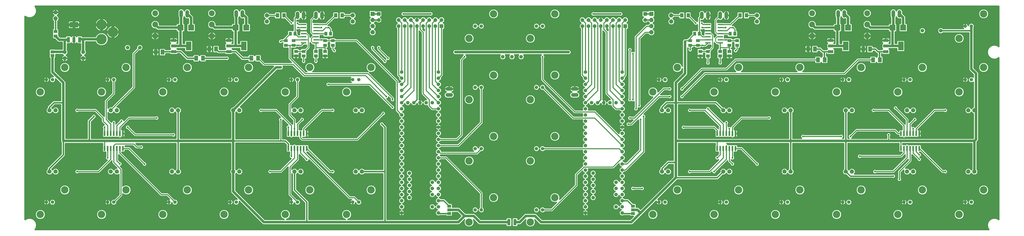
<source format=gbr>
G04 EAGLE Gerber X2 export*
%TF.Part,Single*%
%TF.FileFunction,Copper,L2,Bot,Mixed*%
%TF.FilePolarity,Positive*%
%TF.GenerationSoftware,Autodesk,EAGLE,9.0.1*%
%TF.CreationDate,2018-06-01T15:48:08Z*%
G75*
%MOMM*%
%FSLAX34Y34*%
%LPD*%
%AMOC8*
5,1,8,0,0,1.08239X$1,22.5*%
G01*
%ADD10C,1.473200*%
%ADD11C,1.398000*%
%ADD12C,3.015000*%
%ADD13R,0.660400X2.032000*%
%ADD14P,1.814519X8X22.500000*%
%ADD15P,1.814519X8X202.500000*%
%ADD16P,1.732040X8X292.500000*%
%ADD17C,1.600200*%
%ADD18C,4.318000*%
%ADD19P,1.814519X8X112.500000*%
%ADD20R,1.500000X1.300000*%
%ADD21R,1.219200X2.235200*%
%ADD22R,3.600000X2.200000*%
%ADD23C,1.524000*%
%ADD24R,2.235200X1.219200*%
%ADD25R,2.200000X3.600000*%
%ADD26R,1.600000X2.000000*%
%ADD27R,2.400000X2.400000*%
%ADD28R,2.200000X0.600000*%
%ADD29R,1.600000X1.300000*%
%ADD30R,1.300000X1.600000*%
%ADD31R,1.524000X1.524000*%
%ADD32P,1.649562X8X112.500000*%
%ADD33C,2.400000*%
%ADD34R,1.600200X1.168400*%
%ADD35R,1.400000X1.800000*%
%ADD36R,1.270000X2.540000*%
%ADD37P,1.924489X8X202.500000*%
%ADD38R,1.778000X1.778000*%
%ADD39C,1.500000*%
%ADD40C,0.756400*%
%ADD41C,0.406400*%
%ADD42C,0.304800*%
%ADD43C,1.016000*%
%ADD44C,0.609600*%
%ADD45R,1.500000X1.500000*%
%ADD46P,0.818720X8X22.500000*%
%ADD47P,1.623585X8X22.500000*%

G36*
X4009072Y10164D02*
X4009072Y10164D01*
X4009110Y10162D01*
X4009318Y10184D01*
X4009526Y10201D01*
X4009563Y10210D01*
X4009601Y10214D01*
X4009802Y10269D01*
X4010004Y10319D01*
X4010039Y10334D01*
X4010076Y10345D01*
X4010266Y10432D01*
X4010458Y10514D01*
X4010490Y10534D01*
X4010525Y10550D01*
X4010698Y10667D01*
X4010874Y10779D01*
X4010902Y10804D01*
X4010934Y10826D01*
X4011086Y10969D01*
X4011242Y11108D01*
X4011266Y11138D01*
X4011294Y11164D01*
X4011420Y11329D01*
X4011552Y11492D01*
X4011571Y11525D01*
X4011594Y11555D01*
X4011692Y11739D01*
X4011796Y11920D01*
X4011809Y11956D01*
X4011827Y11990D01*
X4011895Y12187D01*
X4011967Y12383D01*
X4011975Y12420D01*
X4011987Y12456D01*
X4012022Y12663D01*
X4012062Y12867D01*
X4012063Y12905D01*
X4012070Y12943D01*
X4012071Y13152D01*
X4012077Y13360D01*
X4012072Y13398D01*
X4012073Y13436D01*
X4012040Y13642D01*
X4012013Y13849D01*
X4012002Y13886D01*
X4011996Y13923D01*
X4011931Y14121D01*
X4011870Y14321D01*
X4011854Y14356D01*
X4011842Y14392D01*
X4011745Y14577D01*
X4011654Y14765D01*
X4011631Y14796D01*
X4011614Y14830D01*
X4011556Y14902D01*
X4011368Y15167D01*
X4011247Y15289D01*
X4011189Y15363D01*
X4011061Y15491D01*
X4007574Y21529D01*
X4005770Y28264D01*
X4005770Y35236D01*
X4007574Y41971D01*
X4011061Y48009D01*
X4015991Y52939D01*
X4022029Y56426D01*
X4028764Y58230D01*
X4035736Y58230D01*
X4042471Y56426D01*
X4048520Y52933D01*
X4048666Y52816D01*
X4048825Y52680D01*
X4048857Y52661D01*
X4048887Y52637D01*
X4049068Y52534D01*
X4049247Y52426D01*
X4049282Y52412D01*
X4049315Y52393D01*
X4049511Y52320D01*
X4049705Y52243D01*
X4049742Y52234D01*
X4049778Y52221D01*
X4049983Y52181D01*
X4050187Y52136D01*
X4050225Y52134D01*
X4050262Y52126D01*
X4050470Y52120D01*
X4050679Y52108D01*
X4050717Y52112D01*
X4050755Y52111D01*
X4050961Y52138D01*
X4051170Y52160D01*
X4051207Y52170D01*
X4051244Y52175D01*
X4051444Y52236D01*
X4051646Y52291D01*
X4051680Y52307D01*
X4051717Y52318D01*
X4051904Y52410D01*
X4052094Y52497D01*
X4052126Y52518D01*
X4052160Y52535D01*
X4052330Y52655D01*
X4052504Y52772D01*
X4052531Y52798D01*
X4052562Y52820D01*
X4052710Y52966D01*
X4052863Y53110D01*
X4052886Y53140D01*
X4052913Y53167D01*
X4053036Y53335D01*
X4053163Y53501D01*
X4053181Y53535D01*
X4053204Y53565D01*
X4053298Y53752D01*
X4053397Y53936D01*
X4053409Y53972D01*
X4053426Y54006D01*
X4053489Y54205D01*
X4053557Y54403D01*
X4053563Y54440D01*
X4053574Y54476D01*
X4053585Y54568D01*
X4053639Y54889D01*
X4053640Y55061D01*
X4053651Y55154D01*
X4053792Y726036D01*
X4053789Y726074D01*
X4053791Y726113D01*
X4053769Y726321D01*
X4053752Y726527D01*
X4053743Y726565D01*
X4053739Y726603D01*
X4053683Y726805D01*
X4053633Y727006D01*
X4053618Y727042D01*
X4053608Y727079D01*
X4053521Y727268D01*
X4053439Y727460D01*
X4053418Y727492D01*
X4053402Y727527D01*
X4053286Y727700D01*
X4053174Y727876D01*
X4053148Y727905D01*
X4053127Y727937D01*
X4052984Y728088D01*
X4052845Y728244D01*
X4052815Y728268D01*
X4052789Y728296D01*
X4052623Y728423D01*
X4052461Y728554D01*
X4052428Y728573D01*
X4052397Y728596D01*
X4052214Y728695D01*
X4052033Y728798D01*
X4051997Y728811D01*
X4051963Y728829D01*
X4051765Y728897D01*
X4051570Y728970D01*
X4051533Y728977D01*
X4051496Y728989D01*
X4051290Y729024D01*
X4051086Y729064D01*
X4051048Y729066D01*
X4051010Y729072D01*
X4050801Y729073D01*
X4050593Y729080D01*
X4050555Y729075D01*
X4050516Y729075D01*
X4050310Y729043D01*
X4050104Y729016D01*
X4050067Y729004D01*
X4050029Y728998D01*
X4049831Y728933D01*
X4049632Y728873D01*
X4049597Y728856D01*
X4049560Y728844D01*
X4049375Y728748D01*
X4049188Y728656D01*
X4049157Y728634D01*
X4049123Y728616D01*
X4049050Y728558D01*
X4048786Y728371D01*
X4048663Y728250D01*
X4048590Y728191D01*
X4048509Y728111D01*
X4042471Y724624D01*
X4035736Y722820D01*
X4028764Y722820D01*
X4022029Y724624D01*
X4015991Y728111D01*
X4011061Y733041D01*
X4007574Y739079D01*
X4005770Y745814D01*
X4005770Y752786D01*
X4007574Y759521D01*
X4011061Y765559D01*
X4015991Y770489D01*
X4022029Y773976D01*
X4028764Y775780D01*
X4035736Y775780D01*
X4042471Y773976D01*
X4048509Y770489D01*
X4048600Y770399D01*
X4048628Y770375D01*
X4048654Y770346D01*
X4048816Y770215D01*
X4048975Y770080D01*
X4049008Y770060D01*
X4049037Y770036D01*
X4049219Y769933D01*
X4049398Y769825D01*
X4049433Y769811D01*
X4049466Y769792D01*
X4049662Y769720D01*
X4049856Y769642D01*
X4049893Y769634D01*
X4049928Y769621D01*
X4050134Y769581D01*
X4050338Y769535D01*
X4050376Y769533D01*
X4050413Y769526D01*
X4050621Y769519D01*
X4050830Y769508D01*
X4050868Y769512D01*
X4050906Y769510D01*
X4051113Y769538D01*
X4051321Y769560D01*
X4051357Y769570D01*
X4051395Y769575D01*
X4051595Y769635D01*
X4051797Y769690D01*
X4051831Y769706D01*
X4051867Y769717D01*
X4052055Y769809D01*
X4052245Y769896D01*
X4052276Y769917D01*
X4052310Y769934D01*
X4052481Y770055D01*
X4052654Y770172D01*
X4052682Y770197D01*
X4052713Y770219D01*
X4052862Y770366D01*
X4053014Y770509D01*
X4053037Y770539D01*
X4053064Y770566D01*
X4053187Y770735D01*
X4053314Y770901D01*
X4053332Y770934D01*
X4053354Y770965D01*
X4053449Y771151D01*
X4053547Y771336D01*
X4053560Y771371D01*
X4053577Y771405D01*
X4053639Y771604D01*
X4053707Y771802D01*
X4053714Y771840D01*
X4053725Y771876D01*
X4053735Y771967D01*
X4053790Y772289D01*
X4053791Y772460D01*
X4053802Y772553D01*
X4053837Y939291D01*
X4053830Y939368D01*
X4053833Y939444D01*
X4053810Y939613D01*
X4053797Y939783D01*
X4053778Y939857D01*
X4053768Y939933D01*
X4053719Y940097D01*
X4053678Y940262D01*
X4053648Y940332D01*
X4053626Y940406D01*
X4053551Y940559D01*
X4053484Y940715D01*
X4053442Y940780D01*
X4053409Y940849D01*
X4053310Y940987D01*
X4053219Y941132D01*
X4053168Y941189D01*
X4053123Y941251D01*
X4053004Y941372D01*
X4052890Y941499D01*
X4052830Y941548D01*
X4052777Y941602D01*
X4052639Y941702D01*
X4052506Y941809D01*
X4052440Y941847D01*
X4052378Y941892D01*
X4052226Y941969D01*
X4052078Y942054D01*
X4052006Y942080D01*
X4051938Y942115D01*
X4051775Y942166D01*
X4051615Y942225D01*
X4051540Y942240D01*
X4051467Y942263D01*
X4051362Y942275D01*
X4051131Y942320D01*
X4050894Y942327D01*
X4050789Y942339D01*
X54966Y942339D01*
X54928Y942336D01*
X54890Y942338D01*
X54682Y942316D01*
X54474Y942299D01*
X54437Y942290D01*
X54399Y942286D01*
X54198Y942231D01*
X53996Y942181D01*
X53961Y942166D01*
X53924Y942155D01*
X53734Y942068D01*
X53542Y941986D01*
X53510Y941966D01*
X53475Y941950D01*
X53302Y941833D01*
X53126Y941721D01*
X53098Y941696D01*
X53066Y941674D01*
X52914Y941531D01*
X52758Y941392D01*
X52734Y941362D01*
X52706Y941336D01*
X52580Y941171D01*
X52448Y941008D01*
X52429Y940975D01*
X52406Y940945D01*
X52308Y940761D01*
X52204Y940580D01*
X52191Y940544D01*
X52173Y940510D01*
X52105Y940313D01*
X52033Y940117D01*
X52025Y940080D01*
X52013Y940044D01*
X51978Y939837D01*
X51938Y939633D01*
X51937Y939595D01*
X51930Y939557D01*
X51929Y939347D01*
X51923Y939140D01*
X51928Y939102D01*
X51927Y939064D01*
X51960Y938858D01*
X51987Y938651D01*
X51998Y938614D01*
X52004Y938577D01*
X52069Y938379D01*
X52130Y938179D01*
X52146Y938144D01*
X52158Y938108D01*
X52255Y937923D01*
X52346Y937735D01*
X52369Y937704D01*
X52386Y937670D01*
X52444Y937598D01*
X52632Y937333D01*
X52753Y937211D01*
X52811Y937137D01*
X52939Y937009D01*
X56426Y930971D01*
X58230Y924236D01*
X58230Y917264D01*
X56426Y910529D01*
X52939Y904491D01*
X48009Y899561D01*
X41971Y896074D01*
X35236Y894270D01*
X28264Y894270D01*
X21529Y896074D01*
X15491Y899561D01*
X15363Y899689D01*
X15334Y899713D01*
X15308Y899742D01*
X15146Y899873D01*
X14987Y900008D01*
X14954Y900028D01*
X14924Y900052D01*
X14744Y900155D01*
X14564Y900263D01*
X14529Y900277D01*
X14496Y900296D01*
X14300Y900368D01*
X14106Y900446D01*
X14069Y900454D01*
X14033Y900467D01*
X13828Y900507D01*
X13625Y900553D01*
X13586Y900555D01*
X13549Y900562D01*
X13341Y900568D01*
X13132Y900580D01*
X13094Y900576D01*
X13056Y900577D01*
X12849Y900550D01*
X12641Y900528D01*
X12605Y900518D01*
X12567Y900513D01*
X12367Y900453D01*
X12166Y900397D01*
X12131Y900381D01*
X12094Y900370D01*
X11907Y900279D01*
X11717Y900192D01*
X11686Y900170D01*
X11651Y900154D01*
X11481Y900033D01*
X11308Y899916D01*
X11280Y899890D01*
X11249Y899868D01*
X11101Y899721D01*
X10948Y899578D01*
X10925Y899548D01*
X10898Y899521D01*
X10775Y899353D01*
X10648Y899187D01*
X10630Y899153D01*
X10608Y899123D01*
X10514Y898936D01*
X10415Y898752D01*
X10403Y898716D01*
X10385Y898682D01*
X10323Y898483D01*
X10255Y898286D01*
X10249Y898248D01*
X10237Y898212D01*
X10227Y898119D01*
X10172Y897799D01*
X10171Y897627D01*
X10161Y897534D01*
X10161Y54966D01*
X10164Y54928D01*
X10162Y54890D01*
X10184Y54682D01*
X10201Y54474D01*
X10210Y54437D01*
X10214Y54399D01*
X10269Y54198D01*
X10319Y53996D01*
X10334Y53961D01*
X10345Y53924D01*
X10432Y53734D01*
X10514Y53542D01*
X10534Y53510D01*
X10550Y53475D01*
X10667Y53302D01*
X10779Y53126D01*
X10804Y53098D01*
X10826Y53066D01*
X10969Y52914D01*
X11108Y52758D01*
X11138Y52734D01*
X11164Y52706D01*
X11329Y52580D01*
X11492Y52448D01*
X11525Y52429D01*
X11555Y52406D01*
X11739Y52308D01*
X11920Y52204D01*
X11956Y52191D01*
X11990Y52173D01*
X12187Y52105D01*
X12383Y52033D01*
X12420Y52025D01*
X12456Y52013D01*
X12663Y51978D01*
X12867Y51938D01*
X12905Y51937D01*
X12943Y51930D01*
X13152Y51929D01*
X13360Y51923D01*
X13398Y51928D01*
X13436Y51927D01*
X13642Y51960D01*
X13849Y51987D01*
X13886Y51998D01*
X13923Y52004D01*
X14121Y52069D01*
X14321Y52130D01*
X14356Y52146D01*
X14392Y52158D01*
X14577Y52255D01*
X14765Y52346D01*
X14796Y52369D01*
X14830Y52386D01*
X14902Y52444D01*
X15167Y52632D01*
X15289Y52753D01*
X15363Y52811D01*
X15491Y52939D01*
X21529Y56426D01*
X28264Y58230D01*
X35236Y58230D01*
X41971Y56426D01*
X48009Y52939D01*
X52939Y48009D01*
X56426Y41971D01*
X58230Y35236D01*
X58230Y28264D01*
X56426Y21529D01*
X52939Y15491D01*
X52811Y15363D01*
X52787Y15334D01*
X52758Y15308D01*
X52627Y15146D01*
X52492Y14987D01*
X52472Y14954D01*
X52448Y14924D01*
X52345Y14744D01*
X52237Y14564D01*
X52223Y14529D01*
X52204Y14496D01*
X52132Y14300D01*
X52054Y14106D01*
X52046Y14069D01*
X52033Y14033D01*
X51993Y13828D01*
X51947Y13625D01*
X51945Y13586D01*
X51938Y13549D01*
X51932Y13341D01*
X51920Y13132D01*
X51924Y13094D01*
X51923Y13056D01*
X51950Y12849D01*
X51972Y12641D01*
X51982Y12605D01*
X51987Y12567D01*
X52047Y12367D01*
X52103Y12166D01*
X52119Y12131D01*
X52130Y12094D01*
X52221Y11907D01*
X52308Y11717D01*
X52330Y11686D01*
X52346Y11651D01*
X52467Y11481D01*
X52584Y11308D01*
X52610Y11280D01*
X52632Y11249D01*
X52779Y11101D01*
X52922Y10948D01*
X52952Y10925D01*
X52979Y10898D01*
X53147Y10775D01*
X53313Y10648D01*
X53347Y10630D01*
X53377Y10608D01*
X53564Y10514D01*
X53748Y10415D01*
X53784Y10403D01*
X53818Y10385D01*
X54017Y10323D01*
X54214Y10255D01*
X54252Y10249D01*
X54288Y10237D01*
X54381Y10227D01*
X54701Y10172D01*
X54873Y10171D01*
X54966Y10161D01*
X4009034Y10161D01*
X4009072Y10164D01*
G37*
%LPC*%
G36*
X1850595Y26326D02*
X1850595Y26326D01*
X1843934Y29085D01*
X1838835Y34184D01*
X1836076Y40845D01*
X1836076Y48055D01*
X1838151Y53065D01*
X1838195Y53200D01*
X1838248Y53333D01*
X1838271Y53435D01*
X1838303Y53534D01*
X1838324Y53675D01*
X1838355Y53814D01*
X1838361Y53919D01*
X1838376Y54022D01*
X1838374Y54164D01*
X1838382Y54307D01*
X1838371Y54411D01*
X1838370Y54515D01*
X1838345Y54656D01*
X1838330Y54797D01*
X1838302Y54898D01*
X1838284Y55001D01*
X1838237Y55136D01*
X1838199Y55273D01*
X1838156Y55368D01*
X1838121Y55467D01*
X1838053Y55592D01*
X1837994Y55722D01*
X1837935Y55808D01*
X1837885Y55900D01*
X1837798Y56013D01*
X1837718Y56131D01*
X1837647Y56207D01*
X1837583Y56290D01*
X1837478Y56386D01*
X1837381Y56490D01*
X1837297Y56554D01*
X1837221Y56625D01*
X1837102Y56704D01*
X1836989Y56791D01*
X1836897Y56840D01*
X1836810Y56898D01*
X1836680Y56956D01*
X1836554Y57024D01*
X1836455Y57058D01*
X1836360Y57101D01*
X1836223Y57138D01*
X1836088Y57184D01*
X1835984Y57201D01*
X1835884Y57228D01*
X1835742Y57243D01*
X1835601Y57267D01*
X1835497Y57267D01*
X1835393Y57278D01*
X1835251Y57269D01*
X1835108Y57270D01*
X1835005Y57253D01*
X1834900Y57247D01*
X1834762Y57215D01*
X1834621Y57193D01*
X1834521Y57160D01*
X1834419Y57137D01*
X1834287Y57083D01*
X1834152Y57039D01*
X1834059Y56990D01*
X1833963Y56951D01*
X1833841Y56877D01*
X1833715Y56811D01*
X1833653Y56762D01*
X1833542Y56694D01*
X1833212Y56410D01*
X1833181Y56386D01*
X1817070Y40274D01*
X1814355Y37559D01*
X1811367Y36321D01*
X1001683Y36321D01*
X998695Y37559D01*
X904060Y132194D01*
X903951Y132287D01*
X903849Y132386D01*
X903763Y132446D01*
X903684Y132514D01*
X903562Y132588D01*
X903445Y132669D01*
X903351Y132714D01*
X903261Y132768D01*
X903129Y132822D01*
X903000Y132883D01*
X902900Y132913D01*
X902803Y132952D01*
X902664Y132982D01*
X902527Y133023D01*
X902424Y133036D01*
X902322Y133058D01*
X902179Y133066D01*
X902038Y133084D01*
X901933Y133080D01*
X901829Y133086D01*
X901687Y133071D01*
X901545Y133066D01*
X901442Y133045D01*
X901338Y133034D01*
X901201Y132996D01*
X901061Y132968D01*
X900963Y132931D01*
X900863Y132903D01*
X900733Y132844D01*
X900600Y132793D01*
X900509Y132741D01*
X900414Y132697D01*
X900296Y132618D01*
X900173Y132546D01*
X900092Y132480D01*
X900005Y132422D01*
X899901Y132324D01*
X899791Y132234D01*
X899722Y132156D01*
X899645Y132084D01*
X899559Y131971D01*
X899464Y131864D01*
X899409Y131776D01*
X899345Y131693D01*
X899278Y131567D01*
X899202Y131446D01*
X899161Y131350D01*
X899112Y131258D01*
X899066Y131123D01*
X899010Y130992D01*
X898986Y130890D01*
X898952Y130791D01*
X898928Y130651D01*
X898895Y130512D01*
X898887Y130408D01*
X898869Y130305D01*
X898869Y130162D01*
X898858Y130020D01*
X898867Y129916D01*
X898866Y129812D01*
X898889Y129671D01*
X898901Y129529D01*
X898923Y129453D01*
X898943Y129324D01*
X899039Y129033D01*
X899039Y125003D01*
X897510Y121314D01*
X894686Y118490D01*
X890997Y116961D01*
X887003Y116961D01*
X883314Y118490D01*
X880490Y121314D01*
X878735Y125548D01*
X878667Y125682D01*
X878607Y125820D01*
X878554Y125901D01*
X878510Y125987D01*
X878421Y126108D01*
X878340Y126234D01*
X878275Y126306D01*
X878217Y126384D01*
X878110Y126489D01*
X878009Y126601D01*
X877934Y126661D01*
X877864Y126729D01*
X877741Y126815D01*
X877624Y126909D01*
X877540Y126956D01*
X877477Y127000D01*
X877586Y127077D01*
X877715Y127155D01*
X877788Y127218D01*
X877867Y127274D01*
X877975Y127379D01*
X878088Y127477D01*
X878151Y127551D01*
X878220Y127619D01*
X878309Y127740D01*
X878406Y127855D01*
X878441Y127919D01*
X878512Y128016D01*
X878731Y128443D01*
X878735Y128452D01*
X880490Y132686D01*
X883314Y135510D01*
X887003Y137039D01*
X891028Y137039D01*
X891142Y136993D01*
X891243Y136971D01*
X891343Y136939D01*
X891484Y136917D01*
X891623Y136886D01*
X891727Y136881D01*
X891831Y136865D01*
X891973Y136867D01*
X892116Y136859D01*
X892220Y136870D01*
X892324Y136871D01*
X892464Y136896D01*
X892606Y136911D01*
X892707Y136939D01*
X892810Y136957D01*
X892944Y137004D01*
X893082Y137042D01*
X893177Y137085D01*
X893276Y137120D01*
X893401Y137188D01*
X893530Y137247D01*
X893617Y137306D01*
X893709Y137356D01*
X893822Y137443D01*
X893940Y137523D01*
X894016Y137594D01*
X894098Y137658D01*
X894195Y137763D01*
X894299Y137861D01*
X894363Y137943D01*
X894434Y138020D01*
X894513Y138139D01*
X894600Y138252D01*
X894649Y138344D01*
X894707Y138431D01*
X894765Y138561D01*
X894833Y138687D01*
X894867Y138786D01*
X894910Y138881D01*
X894947Y139018D01*
X894993Y139153D01*
X895010Y139256D01*
X895037Y139357D01*
X895051Y139499D01*
X895075Y139640D01*
X895076Y139744D01*
X895086Y139848D01*
X895078Y139990D01*
X895078Y140133D01*
X895062Y140236D01*
X895056Y140341D01*
X895024Y140480D01*
X895002Y140620D01*
X894969Y140720D01*
X894946Y140822D01*
X894892Y140954D01*
X894848Y141089D01*
X894799Y141182D01*
X894760Y141278D01*
X894686Y141400D01*
X894620Y141527D01*
X894571Y141588D01*
X894503Y141699D01*
X894219Y142029D01*
X894194Y142060D01*
X869409Y166845D01*
X868171Y169833D01*
X868171Y244701D01*
X868162Y244815D01*
X868163Y244929D01*
X868142Y245061D01*
X868131Y245193D01*
X868104Y245304D01*
X868086Y245416D01*
X868045Y245543D01*
X868013Y245672D01*
X867968Y245776D01*
X867932Y245885D01*
X867870Y246003D01*
X867818Y246125D01*
X867757Y246221D01*
X867704Y246323D01*
X867645Y246396D01*
X867553Y246541D01*
X867364Y246753D01*
X867360Y246758D01*
X867350Y246768D01*
X867337Y246783D01*
X867279Y246856D01*
X864869Y249265D01*
X864869Y258735D01*
X867279Y261144D01*
X867353Y261231D01*
X867434Y261311D01*
X867512Y261419D01*
X867598Y261520D01*
X867657Y261618D01*
X867724Y261710D01*
X867784Y261829D01*
X867853Y261943D01*
X867895Y262049D01*
X867947Y262151D01*
X867987Y262277D01*
X868036Y262401D01*
X868061Y262512D01*
X868095Y262621D01*
X868105Y262715D01*
X868143Y262882D01*
X868161Y263207D01*
X868171Y263299D01*
X868171Y369824D01*
X868167Y369876D01*
X868167Y369888D01*
X868165Y369905D01*
X868167Y369976D01*
X868145Y370145D01*
X868131Y370316D01*
X868113Y370390D01*
X868103Y370465D01*
X868054Y370629D01*
X868013Y370795D01*
X867983Y370864D01*
X867961Y370938D01*
X867885Y371091D01*
X867818Y371248D01*
X867777Y371312D01*
X867744Y371381D01*
X867645Y371520D01*
X867553Y371664D01*
X867502Y371721D01*
X867458Y371783D01*
X867338Y371904D01*
X867224Y372032D01*
X867165Y372080D01*
X867111Y372134D01*
X866973Y372235D01*
X866840Y372342D01*
X866774Y372379D01*
X866713Y372424D01*
X866560Y372501D01*
X866412Y372586D01*
X866340Y372612D01*
X866272Y372647D01*
X866109Y372698D01*
X865949Y372757D01*
X865874Y372772D01*
X865802Y372795D01*
X865697Y372807D01*
X865465Y372852D01*
X865229Y372859D01*
X865124Y372871D01*
X656844Y372871D01*
X656768Y372865D01*
X656692Y372867D01*
X656523Y372845D01*
X656352Y372831D01*
X656278Y372813D01*
X656203Y372803D01*
X656039Y372754D01*
X655873Y372713D01*
X655804Y372683D01*
X655730Y372661D01*
X655577Y372585D01*
X655420Y372518D01*
X655356Y372477D01*
X655287Y372444D01*
X655148Y372345D01*
X655004Y372253D01*
X654947Y372202D01*
X654885Y372158D01*
X654764Y372038D01*
X654636Y371924D01*
X654588Y371865D01*
X654534Y371811D01*
X654433Y371673D01*
X654326Y371540D01*
X654289Y371474D01*
X654244Y371413D01*
X654167Y371260D01*
X654082Y371112D01*
X654056Y371040D01*
X654021Y370972D01*
X653970Y370809D01*
X653911Y370649D01*
X653896Y370574D01*
X653873Y370502D01*
X653861Y370397D01*
X653816Y370165D01*
X653809Y369929D01*
X653797Y369824D01*
X653797Y265331D01*
X653806Y265217D01*
X653805Y265103D01*
X653826Y264971D01*
X653837Y264839D01*
X653864Y264728D01*
X653882Y264616D01*
X653923Y264489D01*
X653955Y264360D01*
X654000Y264256D01*
X654036Y264147D01*
X654098Y264029D01*
X654150Y263907D01*
X654211Y263811D01*
X654264Y263709D01*
X654323Y263636D01*
X654415Y263491D01*
X654631Y263249D01*
X654689Y263176D01*
X659131Y258735D01*
X659131Y249265D01*
X652435Y242569D01*
X642965Y242569D01*
X637155Y248380D01*
X637097Y248429D01*
X637045Y248485D01*
X636909Y248589D01*
X636779Y248699D01*
X636713Y248739D01*
X636653Y248785D01*
X636503Y248866D01*
X636356Y248954D01*
X636286Y248982D01*
X636218Y249018D01*
X636057Y249074D01*
X635898Y249137D01*
X635824Y249153D01*
X635752Y249178D01*
X635583Y249207D01*
X635417Y249244D01*
X635340Y249248D01*
X635265Y249261D01*
X635094Y249262D01*
X634924Y249271D01*
X634848Y249263D01*
X634772Y249264D01*
X634603Y249237D01*
X634433Y249219D01*
X634360Y249199D01*
X634285Y249187D01*
X634122Y249134D01*
X633958Y249088D01*
X633888Y249057D01*
X633816Y249033D01*
X633665Y248954D01*
X633509Y248883D01*
X633446Y248840D01*
X633378Y248805D01*
X633296Y248739D01*
X633100Y248607D01*
X632927Y248445D01*
X632845Y248380D01*
X627035Y242569D01*
X617565Y242569D01*
X610869Y249265D01*
X610869Y258735D01*
X617565Y265431D01*
X627035Y265431D01*
X632845Y259620D01*
X632903Y259571D01*
X632956Y259515D01*
X633091Y259411D01*
X633221Y259301D01*
X633287Y259261D01*
X633347Y259215D01*
X633497Y259135D01*
X633644Y259046D01*
X633715Y259018D01*
X633782Y258982D01*
X633943Y258926D01*
X634102Y258863D01*
X634176Y258847D01*
X634248Y258822D01*
X634417Y258793D01*
X634584Y258756D01*
X634660Y258752D01*
X634735Y258739D01*
X634906Y258738D01*
X635076Y258729D01*
X635152Y258737D01*
X635228Y258736D01*
X635397Y258763D01*
X635567Y258781D01*
X635640Y258801D01*
X635715Y258813D01*
X635878Y258866D01*
X636042Y258912D01*
X636112Y258943D01*
X636184Y258967D01*
X636335Y259046D01*
X636491Y259117D01*
X636554Y259160D01*
X636622Y259195D01*
X636704Y259261D01*
X636900Y259393D01*
X637072Y259555D01*
X637155Y259620D01*
X640711Y263176D01*
X640785Y263263D01*
X640866Y263343D01*
X640944Y263451D01*
X641030Y263552D01*
X641089Y263650D01*
X641156Y263742D01*
X641216Y263861D01*
X641285Y263975D01*
X641327Y264081D01*
X641379Y264183D01*
X641419Y264310D01*
X641468Y264433D01*
X641493Y264544D01*
X641527Y264653D01*
X641537Y264747D01*
X641575Y264914D01*
X641593Y265239D01*
X641603Y265331D01*
X641603Y369824D01*
X641599Y369876D01*
X641599Y369888D01*
X641597Y369905D01*
X641599Y369976D01*
X641577Y370145D01*
X641563Y370316D01*
X641545Y370390D01*
X641535Y370465D01*
X641486Y370629D01*
X641445Y370795D01*
X641415Y370864D01*
X641393Y370938D01*
X641317Y371091D01*
X641250Y371248D01*
X641209Y371312D01*
X641176Y371381D01*
X641077Y371520D01*
X640985Y371664D01*
X640934Y371721D01*
X640890Y371783D01*
X640770Y371904D01*
X640656Y372032D01*
X640597Y372080D01*
X640543Y372134D01*
X640405Y372235D01*
X640272Y372342D01*
X640206Y372379D01*
X640145Y372424D01*
X639992Y372501D01*
X639844Y372586D01*
X639772Y372612D01*
X639704Y372647D01*
X639541Y372698D01*
X639381Y372757D01*
X639306Y372772D01*
X639234Y372795D01*
X639129Y372807D01*
X638897Y372852D01*
X638661Y372859D01*
X638556Y372871D01*
X473521Y372871D01*
X473483Y372868D01*
X473445Y372870D01*
X473237Y372848D01*
X473029Y372831D01*
X472992Y372822D01*
X472954Y372818D01*
X472753Y372763D01*
X472550Y372713D01*
X472515Y372698D01*
X472478Y372687D01*
X472288Y372600D01*
X472097Y372518D01*
X472065Y372498D01*
X472030Y372482D01*
X471856Y372365D01*
X471681Y372253D01*
X471652Y372228D01*
X471621Y372206D01*
X471469Y372063D01*
X471313Y371924D01*
X471289Y371895D01*
X471261Y371869D01*
X471134Y371703D01*
X471003Y371540D01*
X470984Y371507D01*
X470961Y371477D01*
X470862Y371293D01*
X470759Y371112D01*
X470746Y371076D01*
X470728Y371042D01*
X470660Y370845D01*
X470587Y370649D01*
X470580Y370612D01*
X470568Y370576D01*
X470533Y370369D01*
X470493Y370165D01*
X470491Y370127D01*
X470485Y370089D01*
X470484Y369880D01*
X470477Y369672D01*
X470482Y369634D01*
X470482Y369596D01*
X470514Y369389D01*
X470542Y369183D01*
X470553Y369146D01*
X470559Y369109D01*
X470624Y368910D01*
X470684Y368711D01*
X470701Y368676D01*
X470713Y368640D01*
X470809Y368455D01*
X470901Y368267D01*
X470923Y368236D01*
X470941Y368202D01*
X470999Y368130D01*
X471187Y367865D01*
X471307Y367743D01*
X471366Y367669D01*
X477462Y361573D01*
X477549Y361499D01*
X477629Y361418D01*
X477737Y361340D01*
X477838Y361254D01*
X477936Y361195D01*
X478028Y361128D01*
X478147Y361068D01*
X478261Y360999D01*
X478367Y360957D01*
X478468Y360905D01*
X478595Y360865D01*
X478719Y360816D01*
X478830Y360791D01*
X478939Y360757D01*
X479032Y360747D01*
X479200Y360709D01*
X479524Y360691D01*
X479617Y360681D01*
X489458Y360681D01*
X489572Y360690D01*
X489686Y360689D01*
X489818Y360710D01*
X489950Y360721D01*
X490061Y360748D01*
X490174Y360766D01*
X490300Y360807D01*
X490429Y360839D01*
X490534Y360884D01*
X490642Y360920D01*
X490760Y360982D01*
X490882Y361034D01*
X490979Y361095D01*
X491080Y361148D01*
X491154Y361207D01*
X491298Y361299D01*
X491376Y361368D01*
X493941Y362431D01*
X496659Y362431D01*
X499169Y361391D01*
X501091Y359469D01*
X502131Y356959D01*
X502131Y354241D01*
X501091Y351731D01*
X499169Y349809D01*
X496659Y348769D01*
X493941Y348769D01*
X491379Y349831D01*
X491339Y349860D01*
X491237Y349946D01*
X491139Y350005D01*
X491047Y350072D01*
X490929Y350132D01*
X490815Y350201D01*
X490708Y350243D01*
X490607Y350295D01*
X490480Y350335D01*
X490357Y350384D01*
X490245Y350409D01*
X490136Y350443D01*
X490043Y350453D01*
X489875Y350491D01*
X489551Y350509D01*
X489458Y350519D01*
X475239Y350519D01*
X473372Y351293D01*
X462338Y362327D01*
X462251Y362401D01*
X462171Y362482D01*
X462063Y362560D01*
X461962Y362646D01*
X461864Y362705D01*
X461772Y362772D01*
X461654Y362832D01*
X461540Y362901D01*
X461433Y362943D01*
X461332Y362995D01*
X461205Y363035D01*
X461081Y363084D01*
X460970Y363109D01*
X460861Y363143D01*
X460768Y363153D01*
X460600Y363191D01*
X460276Y363209D01*
X460183Y363219D01*
X428498Y363219D01*
X428422Y363213D01*
X428346Y363215D01*
X428177Y363193D01*
X428006Y363179D01*
X427932Y363161D01*
X427857Y363151D01*
X427693Y363102D01*
X427527Y363061D01*
X427458Y363031D01*
X427384Y363009D01*
X427231Y362933D01*
X427074Y362866D01*
X427010Y362825D01*
X426941Y362792D01*
X426802Y362693D01*
X426658Y362601D01*
X426601Y362550D01*
X426539Y362506D01*
X426418Y362386D01*
X426290Y362272D01*
X426242Y362213D01*
X426188Y362159D01*
X426087Y362021D01*
X425980Y361888D01*
X425943Y361822D01*
X425898Y361761D01*
X425821Y361608D01*
X425736Y361460D01*
X425710Y361388D01*
X425675Y361320D01*
X425624Y361157D01*
X425565Y360997D01*
X425550Y360922D01*
X425527Y360850D01*
X425515Y360745D01*
X425470Y360513D01*
X425463Y360277D01*
X425451Y360172D01*
X425451Y358394D01*
X425457Y358318D01*
X425455Y358242D01*
X425477Y358073D01*
X425491Y357902D01*
X425509Y357828D01*
X425519Y357753D01*
X425568Y357589D01*
X425609Y357423D01*
X425639Y357354D01*
X425661Y357280D01*
X425737Y357127D01*
X425804Y356970D01*
X425845Y356906D01*
X425878Y356837D01*
X425977Y356698D01*
X426069Y356554D01*
X426120Y356497D01*
X426164Y356435D01*
X426284Y356314D01*
X426398Y356186D01*
X426457Y356138D01*
X426511Y356084D01*
X426649Y355983D01*
X426782Y355876D01*
X426848Y355839D01*
X426909Y355794D01*
X427062Y355717D01*
X427210Y355632D01*
X427282Y355606D01*
X427350Y355571D01*
X427513Y355520D01*
X427673Y355461D01*
X427748Y355446D01*
X427820Y355423D01*
X427925Y355411D01*
X428157Y355366D01*
X428393Y355359D01*
X428498Y355347D01*
X444495Y355347D01*
X446362Y354573D01*
X508097Y292838D01*
X508184Y292764D01*
X508264Y292683D01*
X508372Y292605D01*
X508473Y292519D01*
X508571Y292460D01*
X508663Y292393D01*
X508781Y292333D01*
X508895Y292264D01*
X509002Y292222D01*
X509103Y292170D01*
X509230Y292130D01*
X509354Y292081D01*
X509465Y292056D01*
X509574Y292022D01*
X509667Y292012D01*
X509835Y291974D01*
X509939Y291969D01*
X512504Y290906D01*
X514426Y288984D01*
X515466Y286474D01*
X515466Y283756D01*
X514426Y281246D01*
X512504Y279324D01*
X509994Y278284D01*
X507276Y278284D01*
X504766Y279324D01*
X502844Y281246D01*
X501783Y283808D01*
X501775Y283858D01*
X501764Y283990D01*
X501737Y284101D01*
X501719Y284214D01*
X501678Y284340D01*
X501646Y284469D01*
X501601Y284574D01*
X501565Y284682D01*
X501503Y284800D01*
X501451Y284922D01*
X501390Y285018D01*
X501337Y285120D01*
X501278Y285193D01*
X501186Y285338D01*
X500970Y285580D01*
X500912Y285653D01*
X442272Y344293D01*
X442185Y344367D01*
X442105Y344448D01*
X441997Y344526D01*
X441896Y344612D01*
X441798Y344671D01*
X441706Y344738D01*
X441588Y344798D01*
X441474Y344867D01*
X441367Y344909D01*
X441266Y344961D01*
X441139Y345001D01*
X441015Y345050D01*
X440904Y345075D01*
X440795Y345109D01*
X440702Y345119D01*
X440534Y345157D01*
X440210Y345175D01*
X440117Y345185D01*
X428498Y345185D01*
X428422Y345179D01*
X428346Y345181D01*
X428177Y345159D01*
X428006Y345145D01*
X427932Y345127D01*
X427857Y345117D01*
X427693Y345068D01*
X427527Y345027D01*
X427458Y344997D01*
X427384Y344975D01*
X427231Y344899D01*
X427074Y344832D01*
X427010Y344791D01*
X426941Y344758D01*
X426802Y344659D01*
X426658Y344567D01*
X426601Y344516D01*
X426539Y344472D01*
X426418Y344352D01*
X426290Y344238D01*
X426242Y344179D01*
X426188Y344125D01*
X426087Y343987D01*
X425980Y343854D01*
X425943Y343788D01*
X425898Y343727D01*
X425821Y343574D01*
X425736Y343426D01*
X425710Y343354D01*
X425675Y343286D01*
X425624Y343123D01*
X425565Y342963D01*
X425550Y342888D01*
X425527Y342816D01*
X425515Y342711D01*
X425470Y342479D01*
X425463Y342243D01*
X425451Y342138D01*
X425451Y339500D01*
X424987Y338379D01*
X424129Y337521D01*
X423008Y337057D01*
X414893Y337057D01*
X414869Y337062D01*
X414803Y337064D01*
X414738Y337074D01*
X414556Y337072D01*
X414376Y337077D01*
X414311Y337069D01*
X414244Y337068D01*
X414066Y337036D01*
X413887Y337013D01*
X413824Y336994D01*
X413759Y336982D01*
X413588Y336923D01*
X413414Y336870D01*
X413355Y336841D01*
X413293Y336820D01*
X413134Y336733D01*
X412971Y336653D01*
X412918Y336615D01*
X412859Y336584D01*
X412716Y336473D01*
X412569Y336368D01*
X412522Y336322D01*
X412470Y336281D01*
X412347Y336148D01*
X412218Y336021D01*
X412179Y335968D01*
X412134Y335919D01*
X412034Y335769D01*
X411928Y335623D01*
X411898Y335564D01*
X411861Y335509D01*
X411787Y335343D01*
X411705Y335182D01*
X411685Y335119D01*
X411658Y335059D01*
X411612Y334884D01*
X411557Y334712D01*
X411551Y334659D01*
X411531Y334582D01*
X411481Y334092D01*
X411483Y334057D01*
X411481Y334034D01*
X411481Y333567D01*
X411490Y333453D01*
X411489Y333339D01*
X411510Y333207D01*
X411521Y333075D01*
X411548Y332964D01*
X411566Y332851D01*
X411607Y332725D01*
X411639Y332596D01*
X411684Y332491D01*
X411720Y332383D01*
X411782Y332265D01*
X411834Y332143D01*
X411895Y332047D01*
X411948Y331945D01*
X412007Y331872D01*
X412099Y331727D01*
X412315Y331485D01*
X412373Y331412D01*
X579062Y164723D01*
X579149Y164649D01*
X579229Y164568D01*
X579337Y164490D01*
X579438Y164404D01*
X579536Y164345D01*
X579628Y164278D01*
X579746Y164218D01*
X579860Y164149D01*
X579967Y164107D01*
X580068Y164055D01*
X580195Y164015D01*
X580319Y163966D01*
X580430Y163941D01*
X580539Y163907D01*
X580632Y163897D01*
X580800Y163859D01*
X581124Y163841D01*
X581217Y163831D01*
X604261Y163831D01*
X606128Y163057D01*
X631254Y137931D01*
X631341Y137857D01*
X631421Y137776D01*
X631529Y137698D01*
X631630Y137612D01*
X631728Y137553D01*
X631820Y137486D01*
X631938Y137426D01*
X632052Y137357D01*
X632159Y137315D01*
X632260Y137263D01*
X632387Y137223D01*
X632511Y137174D01*
X632622Y137149D01*
X632731Y137115D01*
X632824Y137105D01*
X632992Y137067D01*
X633316Y137049D01*
X633409Y137039D01*
X636997Y137039D01*
X640686Y135510D01*
X643510Y132686D01*
X645039Y128997D01*
X645039Y125003D01*
X643510Y121314D01*
X640686Y118490D01*
X636997Y116961D01*
X633003Y116961D01*
X629314Y118490D01*
X626490Y121313D01*
X624735Y125548D01*
X624667Y125682D01*
X624607Y125820D01*
X624555Y125901D01*
X624510Y125987D01*
X624421Y126108D01*
X624340Y126234D01*
X624275Y126306D01*
X624217Y126384D01*
X624110Y126489D01*
X624009Y126601D01*
X623934Y126661D01*
X623864Y126729D01*
X623741Y126815D01*
X623624Y126909D01*
X623540Y126956D01*
X623460Y127012D01*
X623325Y127077D01*
X623194Y127151D01*
X623103Y127184D01*
X623016Y127226D01*
X622872Y127268D01*
X622731Y127320D01*
X622635Y127338D01*
X622542Y127365D01*
X622393Y127384D01*
X622246Y127412D01*
X622149Y127415D01*
X622053Y127427D01*
X621903Y127421D01*
X621753Y127425D01*
X621657Y127412D01*
X621560Y127408D01*
X621413Y127378D01*
X621264Y127358D01*
X621171Y127330D01*
X621076Y127310D01*
X620936Y127257D01*
X620792Y127213D01*
X620706Y127170D01*
X620615Y127136D01*
X620485Y127061D01*
X620350Y126994D01*
X620272Y126938D01*
X620188Y126889D01*
X620072Y126794D01*
X619949Y126707D01*
X619881Y126638D01*
X619806Y126577D01*
X619706Y126464D01*
X619600Y126358D01*
X619544Y126279D01*
X619480Y126207D01*
X619400Y126080D01*
X619312Y125958D01*
X619269Y125871D01*
X619217Y125789D01*
X619159Y125651D01*
X619092Y125516D01*
X619072Y125445D01*
X619025Y125334D01*
X618913Y124868D01*
X618910Y124859D01*
X618896Y124768D01*
X618432Y123341D01*
X617751Y122005D01*
X616870Y120791D01*
X615809Y119730D01*
X614595Y118849D01*
X613259Y118168D01*
X612647Y117969D01*
X612647Y127000D01*
X612647Y136968D01*
X612661Y136977D01*
X612843Y137095D01*
X612866Y137115D01*
X612891Y137132D01*
X613048Y137280D01*
X613209Y137425D01*
X613228Y137449D01*
X613250Y137470D01*
X613382Y137642D01*
X613517Y137811D01*
X613532Y137837D01*
X613551Y137861D01*
X613653Y138052D01*
X613759Y138241D01*
X613769Y138269D01*
X613784Y138296D01*
X613854Y138501D01*
X613928Y138704D01*
X613934Y138734D01*
X613944Y138763D01*
X613980Y138976D01*
X614021Y139189D01*
X614021Y139219D01*
X614027Y139249D01*
X614028Y139466D01*
X614033Y139682D01*
X614029Y139712D01*
X614030Y139743D01*
X613996Y139957D01*
X613967Y140171D01*
X613958Y140200D01*
X613953Y140230D01*
X613885Y140436D01*
X613822Y140642D01*
X613808Y140669D01*
X613799Y140698D01*
X613699Y140891D01*
X613603Y141084D01*
X613585Y141109D01*
X613571Y141136D01*
X613518Y141202D01*
X613315Y141485D01*
X613202Y141599D01*
X613146Y141669D01*
X602038Y152777D01*
X601951Y152851D01*
X601871Y152932D01*
X601763Y153010D01*
X601662Y153096D01*
X601564Y153155D01*
X601472Y153222D01*
X601353Y153282D01*
X601240Y153351D01*
X601133Y153393D01*
X601032Y153445D01*
X600905Y153485D01*
X600781Y153534D01*
X600670Y153559D01*
X600561Y153593D01*
X600468Y153603D01*
X600300Y153641D01*
X599976Y153659D01*
X599883Y153669D01*
X576839Y153669D01*
X574972Y154443D01*
X573114Y156301D01*
X403983Y325432D01*
X403954Y325457D01*
X403928Y325485D01*
X403766Y325616D01*
X403607Y325752D01*
X403574Y325771D01*
X403544Y325795D01*
X403364Y325898D01*
X403184Y326006D01*
X403149Y326020D01*
X403116Y326039D01*
X402920Y326112D01*
X402726Y326189D01*
X402689Y326197D01*
X402653Y326211D01*
X402448Y326251D01*
X402244Y326296D01*
X402206Y326298D01*
X402169Y326305D01*
X401961Y326312D01*
X401752Y326324D01*
X401714Y326320D01*
X401676Y326321D01*
X401469Y326294D01*
X401261Y326271D01*
X401225Y326261D01*
X401187Y326256D01*
X400987Y326196D01*
X400786Y326141D01*
X400751Y326125D01*
X400714Y326114D01*
X400527Y326022D01*
X400337Y325935D01*
X400305Y325914D01*
X400271Y325897D01*
X400101Y325776D01*
X399928Y325660D01*
X399900Y325634D01*
X399869Y325611D01*
X399720Y325465D01*
X399568Y325322D01*
X399545Y325292D01*
X399518Y325265D01*
X399395Y325096D01*
X399268Y324930D01*
X399250Y324897D01*
X399228Y324866D01*
X399134Y324680D01*
X399035Y324496D01*
X399023Y324460D01*
X399005Y324426D01*
X398943Y324227D01*
X398875Y324029D01*
X398869Y323991D01*
X398857Y323955D01*
X398847Y323863D01*
X398792Y323543D01*
X398791Y323371D01*
X398781Y323277D01*
X398781Y301817D01*
X398790Y301703D01*
X398789Y301589D01*
X398810Y301457D01*
X398821Y301325D01*
X398848Y301214D01*
X398866Y301101D01*
X398907Y300975D01*
X398939Y300846D01*
X398984Y300741D01*
X399020Y300633D01*
X399082Y300515D01*
X399134Y300393D01*
X399195Y300297D01*
X399248Y300195D01*
X399307Y300122D01*
X399399Y299977D01*
X399615Y299735D01*
X399673Y299662D01*
X405862Y293473D01*
X405949Y293399D01*
X406029Y293318D01*
X406137Y293240D01*
X406238Y293154D01*
X406336Y293095D01*
X406428Y293028D01*
X406546Y292968D01*
X406660Y292899D01*
X406767Y292857D01*
X406868Y292805D01*
X406995Y292765D01*
X407119Y292716D01*
X407230Y292691D01*
X407339Y292657D01*
X407432Y292647D01*
X407600Y292609D01*
X407704Y292604D01*
X410269Y291541D01*
X412191Y289619D01*
X413231Y287109D01*
X413231Y284391D01*
X412191Y281881D01*
X410269Y279959D01*
X407452Y278792D01*
X407292Y278710D01*
X407127Y278635D01*
X407072Y278597D01*
X407013Y278567D01*
X406868Y278460D01*
X406718Y278359D01*
X406669Y278314D01*
X406616Y278274D01*
X406490Y278145D01*
X406358Y278021D01*
X406318Y277969D01*
X406271Y277921D01*
X406168Y277773D01*
X406058Y277630D01*
X406027Y277571D01*
X405988Y277517D01*
X405910Y277354D01*
X405825Y277195D01*
X405803Y277132D01*
X405774Y277072D01*
X405723Y276899D01*
X405665Y276729D01*
X405654Y276663D01*
X405635Y276599D01*
X405612Y276420D01*
X405582Y276242D01*
X405582Y276175D01*
X405574Y276110D01*
X405580Y275930D01*
X405579Y275749D01*
X405589Y275683D01*
X405592Y275617D01*
X405628Y275440D01*
X405656Y275261D01*
X405677Y275198D01*
X405690Y275133D01*
X405754Y274965D01*
X405810Y274793D01*
X405841Y274734D01*
X405864Y274672D01*
X405954Y274515D01*
X406038Y274355D01*
X406071Y274314D01*
X406111Y274244D01*
X406423Y273863D01*
X406449Y273840D01*
X406463Y273822D01*
X412659Y267626D01*
X412660Y267626D01*
X414517Y265768D01*
X415291Y263901D01*
X415291Y194278D01*
X415294Y194240D01*
X415292Y194202D01*
X415314Y193994D01*
X415331Y193787D01*
X415340Y193749D01*
X415344Y193712D01*
X415399Y193511D01*
X415449Y193308D01*
X415464Y193273D01*
X415475Y193236D01*
X415561Y193046D01*
X415644Y192854D01*
X415664Y192822D01*
X415680Y192787D01*
X415797Y192614D01*
X415909Y192438D01*
X415934Y192410D01*
X415956Y192378D01*
X416099Y192226D01*
X416238Y192070D01*
X416267Y192046D01*
X416294Y192019D01*
X416459Y191892D01*
X416622Y191760D01*
X416655Y191742D01*
X416685Y191718D01*
X416869Y191620D01*
X417050Y191516D01*
X417086Y191503D01*
X417120Y191485D01*
X417317Y191418D01*
X417513Y191345D01*
X417550Y191338D01*
X417586Y191325D01*
X417793Y191290D01*
X417997Y191250D01*
X418035Y191249D01*
X418073Y191243D01*
X418282Y191241D01*
X418490Y191235D01*
X418528Y191240D01*
X418566Y191240D01*
X418773Y191272D01*
X418979Y191299D01*
X419016Y191310D01*
X419053Y191316D01*
X419251Y191381D01*
X419451Y191442D01*
X419486Y191459D01*
X419522Y191470D01*
X419707Y191567D01*
X419895Y191659D01*
X419926Y191681D01*
X419960Y191698D01*
X420032Y191756D01*
X420297Y191944D01*
X420419Y192065D01*
X420493Y192124D01*
X421534Y193165D01*
X428195Y195924D01*
X435405Y195924D01*
X442066Y193165D01*
X447165Y188066D01*
X449924Y181405D01*
X449924Y174195D01*
X447165Y167534D01*
X442066Y162435D01*
X435405Y159676D01*
X428195Y159676D01*
X421534Y162435D01*
X420493Y163476D01*
X420464Y163501D01*
X420438Y163530D01*
X420276Y163661D01*
X420117Y163796D01*
X420084Y163816D01*
X420054Y163840D01*
X419873Y163943D01*
X419694Y164051D01*
X419659Y164065D01*
X419626Y164084D01*
X419430Y164156D01*
X419236Y164234D01*
X419199Y164242D01*
X419163Y164255D01*
X418959Y164295D01*
X418755Y164340D01*
X418716Y164343D01*
X418679Y164350D01*
X418471Y164356D01*
X418262Y164368D01*
X418224Y164364D01*
X418186Y164365D01*
X417980Y164338D01*
X417771Y164316D01*
X417735Y164306D01*
X417697Y164301D01*
X417497Y164240D01*
X417296Y164185D01*
X417261Y164169D01*
X417224Y164158D01*
X417037Y164066D01*
X416847Y163979D01*
X416816Y163958D01*
X416781Y163941D01*
X416611Y163821D01*
X416438Y163704D01*
X416410Y163678D01*
X416379Y163656D01*
X416231Y163509D01*
X416078Y163366D01*
X416055Y163336D01*
X416028Y163309D01*
X415905Y163141D01*
X415778Y162975D01*
X415760Y162941D01*
X415738Y162910D01*
X415644Y162724D01*
X415545Y162540D01*
X415533Y162504D01*
X415515Y162470D01*
X415452Y162270D01*
X415385Y162073D01*
X415379Y162036D01*
X415367Y162000D01*
X415357Y161907D01*
X415302Y161587D01*
X415301Y161415D01*
X415291Y161322D01*
X415291Y155199D01*
X414517Y153332D01*
X391931Y130746D01*
X391857Y130659D01*
X391776Y130579D01*
X391698Y130471D01*
X391612Y130370D01*
X391553Y130272D01*
X391486Y130180D01*
X391426Y130062D01*
X391357Y129948D01*
X391315Y129841D01*
X391263Y129740D01*
X391223Y129613D01*
X391174Y129489D01*
X391149Y129378D01*
X391115Y129269D01*
X391105Y129176D01*
X391067Y129008D01*
X391049Y128684D01*
X391039Y128591D01*
X391039Y125003D01*
X389510Y121314D01*
X386686Y118490D01*
X382997Y116961D01*
X379003Y116961D01*
X375314Y118490D01*
X372490Y121313D01*
X370735Y125548D01*
X370667Y125682D01*
X370607Y125820D01*
X370555Y125901D01*
X370510Y125987D01*
X370421Y126108D01*
X370340Y126234D01*
X370275Y126306D01*
X370217Y126384D01*
X370110Y126489D01*
X370009Y126601D01*
X369934Y126661D01*
X369864Y126729D01*
X369741Y126815D01*
X369624Y126909D01*
X369540Y126956D01*
X369477Y127000D01*
X369586Y127077D01*
X369715Y127155D01*
X369788Y127218D01*
X369867Y127274D01*
X369975Y127379D01*
X370088Y127477D01*
X370151Y127551D01*
X370220Y127619D01*
X370309Y127739D01*
X370406Y127855D01*
X370441Y127919D01*
X370512Y128016D01*
X370731Y128443D01*
X370735Y128452D01*
X370737Y128455D01*
X372490Y132687D01*
X375314Y135510D01*
X379003Y137039D01*
X382591Y137039D01*
X382705Y137048D01*
X382819Y137047D01*
X382951Y137068D01*
X383083Y137079D01*
X383194Y137106D01*
X383307Y137124D01*
X383433Y137165D01*
X383562Y137197D01*
X383667Y137242D01*
X383775Y137278D01*
X383893Y137340D01*
X384015Y137392D01*
X384111Y137453D01*
X384213Y137506D01*
X384286Y137565D01*
X384431Y137657D01*
X384673Y137873D01*
X384746Y137931D01*
X404237Y157422D01*
X404311Y157509D01*
X404392Y157589D01*
X404470Y157697D01*
X404556Y157798D01*
X404615Y157896D01*
X404682Y157988D01*
X404742Y158107D01*
X404811Y158220D01*
X404853Y158327D01*
X404905Y158428D01*
X404945Y158555D01*
X404994Y158679D01*
X405019Y158790D01*
X405053Y158899D01*
X405063Y158992D01*
X405101Y159160D01*
X405119Y159484D01*
X405129Y159577D01*
X405129Y241907D01*
X405126Y241945D01*
X405128Y241983D01*
X405106Y242191D01*
X405089Y242399D01*
X405080Y242436D01*
X405076Y242474D01*
X405021Y242675D01*
X404971Y242878D01*
X404956Y242913D01*
X404945Y242949D01*
X404858Y243139D01*
X404776Y243331D01*
X404756Y243363D01*
X404740Y243398D01*
X404623Y243571D01*
X404511Y243747D01*
X404486Y243775D01*
X404464Y243807D01*
X404321Y243960D01*
X404182Y244115D01*
X404153Y244139D01*
X404127Y244167D01*
X403961Y244294D01*
X403798Y244425D01*
X403765Y244444D01*
X403735Y244467D01*
X403551Y244566D01*
X403370Y244669D01*
X403334Y244682D01*
X403300Y244700D01*
X403103Y244768D01*
X402907Y244840D01*
X402870Y244848D01*
X402834Y244860D01*
X402627Y244895D01*
X402423Y244935D01*
X402385Y244936D01*
X402347Y244943D01*
X402138Y244944D01*
X401930Y244951D01*
X401892Y244946D01*
X401854Y244946D01*
X401647Y244913D01*
X401441Y244886D01*
X401404Y244875D01*
X401367Y244869D01*
X401168Y244804D01*
X400969Y244744D01*
X400934Y244727D01*
X400898Y244715D01*
X400713Y244618D01*
X400525Y244527D01*
X400494Y244505D01*
X400460Y244487D01*
X400388Y244429D01*
X400123Y244241D01*
X400001Y244120D01*
X399927Y244062D01*
X398435Y242569D01*
X388965Y242569D01*
X383155Y248380D01*
X383097Y248429D01*
X383044Y248485D01*
X382909Y248589D01*
X382779Y248699D01*
X382713Y248739D01*
X382653Y248785D01*
X382503Y248865D01*
X382356Y248954D01*
X382285Y248982D01*
X382218Y249018D01*
X382057Y249074D01*
X381898Y249137D01*
X381824Y249153D01*
X381752Y249178D01*
X381583Y249207D01*
X381416Y249244D01*
X381340Y249248D01*
X381265Y249261D01*
X381094Y249262D01*
X380924Y249271D01*
X380848Y249263D01*
X380772Y249264D01*
X380603Y249237D01*
X380433Y249219D01*
X380360Y249199D01*
X380285Y249187D01*
X380122Y249134D01*
X379958Y249088D01*
X379888Y249057D01*
X379816Y249033D01*
X379665Y248954D01*
X379509Y248883D01*
X379446Y248840D01*
X379378Y248805D01*
X379296Y248739D01*
X379100Y248607D01*
X378928Y248446D01*
X378845Y248380D01*
X373035Y242569D01*
X363565Y242569D01*
X356869Y249265D01*
X356869Y258735D01*
X363565Y265431D01*
X373035Y265431D01*
X378845Y259620D01*
X378903Y259571D01*
X378955Y259515D01*
X379091Y259411D01*
X379221Y259301D01*
X379287Y259261D01*
X379347Y259215D01*
X379497Y259134D01*
X379644Y259046D01*
X379714Y259018D01*
X379782Y258982D01*
X379943Y258926D01*
X380102Y258863D01*
X380176Y258847D01*
X380248Y258822D01*
X380417Y258793D01*
X380583Y258756D01*
X380660Y258752D01*
X380735Y258739D01*
X380906Y258738D01*
X381076Y258729D01*
X381152Y258737D01*
X381228Y258736D01*
X381397Y258763D01*
X381567Y258781D01*
X381640Y258801D01*
X381715Y258813D01*
X381878Y258866D01*
X382042Y258912D01*
X382112Y258943D01*
X382184Y258967D01*
X382335Y259046D01*
X382491Y259117D01*
X382554Y259160D01*
X382622Y259195D01*
X382704Y259261D01*
X382900Y259393D01*
X383073Y259555D01*
X383155Y259620D01*
X388965Y265431D01*
X393127Y265431D01*
X393165Y265434D01*
X393203Y265432D01*
X393411Y265454D01*
X393619Y265471D01*
X393656Y265480D01*
X393694Y265484D01*
X393895Y265539D01*
X394098Y265589D01*
X394133Y265604D01*
X394170Y265615D01*
X394360Y265702D01*
X394551Y265784D01*
X394583Y265804D01*
X394618Y265820D01*
X394792Y265937D01*
X394967Y266049D01*
X394996Y266074D01*
X395027Y266096D01*
X395179Y266239D01*
X395335Y266378D01*
X395359Y266407D01*
X395387Y266433D01*
X395514Y266599D01*
X395645Y266762D01*
X395664Y266795D01*
X395687Y266825D01*
X395786Y267009D01*
X395889Y267190D01*
X395902Y267226D01*
X395920Y267260D01*
X395988Y267457D01*
X396061Y267653D01*
X396068Y267690D01*
X396080Y267726D01*
X396115Y267933D01*
X396155Y268137D01*
X396157Y268175D01*
X396163Y268213D01*
X396164Y268422D01*
X396171Y268630D01*
X396166Y268668D01*
X396166Y268706D01*
X396134Y268913D01*
X396106Y269119D01*
X396095Y269156D01*
X396089Y269193D01*
X396024Y269392D01*
X395964Y269591D01*
X395947Y269626D01*
X395935Y269662D01*
X395839Y269847D01*
X395747Y270035D01*
X395725Y270066D01*
X395707Y270100D01*
X395649Y270172D01*
X395461Y270437D01*
X395341Y270559D01*
X395282Y270633D01*
X378551Y287364D01*
X378550Y287364D01*
X376693Y289222D01*
X375919Y291089D01*
X375919Y297877D01*
X375916Y297915D01*
X375918Y297953D01*
X375896Y298161D01*
X375879Y298369D01*
X375870Y298406D01*
X375866Y298444D01*
X375811Y298645D01*
X375761Y298848D01*
X375746Y298883D01*
X375735Y298920D01*
X375648Y299110D01*
X375566Y299301D01*
X375546Y299333D01*
X375530Y299368D01*
X375413Y299542D01*
X375301Y299717D01*
X375276Y299746D01*
X375254Y299777D01*
X375111Y299929D01*
X374972Y300085D01*
X374943Y300109D01*
X374917Y300137D01*
X374751Y300264D01*
X374588Y300395D01*
X374555Y300414D01*
X374525Y300437D01*
X374341Y300536D01*
X374160Y300639D01*
X374124Y300652D01*
X374090Y300670D01*
X373893Y300738D01*
X373697Y300811D01*
X373660Y300818D01*
X373624Y300830D01*
X373417Y300865D01*
X373213Y300905D01*
X373175Y300907D01*
X373137Y300913D01*
X372928Y300914D01*
X372720Y300921D01*
X372682Y300916D01*
X372644Y300916D01*
X372437Y300884D01*
X372231Y300856D01*
X372194Y300845D01*
X372157Y300839D01*
X371958Y300774D01*
X371759Y300714D01*
X371724Y300697D01*
X371688Y300685D01*
X371503Y300589D01*
X371315Y300497D01*
X371284Y300475D01*
X371250Y300457D01*
X371178Y300399D01*
X370913Y300211D01*
X370791Y300091D01*
X370717Y300032D01*
X320378Y249693D01*
X318511Y248919D01*
X234442Y248919D01*
X234328Y248910D01*
X234214Y248911D01*
X234082Y248890D01*
X233950Y248879D01*
X233839Y248852D01*
X233726Y248834D01*
X233600Y248793D01*
X233471Y248761D01*
X233366Y248716D01*
X233258Y248680D01*
X233140Y248618D01*
X233018Y248566D01*
X232921Y248505D01*
X232820Y248452D01*
X232746Y248393D01*
X232602Y248301D01*
X232524Y248232D01*
X229959Y247169D01*
X227241Y247169D01*
X224731Y248209D01*
X222809Y250131D01*
X221769Y252641D01*
X221769Y255359D01*
X222809Y257869D01*
X224731Y259791D01*
X227241Y260831D01*
X229959Y260831D01*
X232521Y259769D01*
X232561Y259740D01*
X232663Y259654D01*
X232761Y259595D01*
X232853Y259528D01*
X232971Y259468D01*
X233085Y259399D01*
X233192Y259357D01*
X233293Y259305D01*
X233420Y259265D01*
X233543Y259216D01*
X233655Y259191D01*
X233764Y259157D01*
X233857Y259147D01*
X234025Y259109D01*
X234349Y259091D01*
X234442Y259081D01*
X314133Y259081D01*
X314247Y259090D01*
X314361Y259089D01*
X314493Y259110D01*
X314625Y259121D01*
X314736Y259148D01*
X314849Y259166D01*
X314975Y259207D01*
X315104Y259239D01*
X315209Y259284D01*
X315317Y259320D01*
X315435Y259382D01*
X315557Y259434D01*
X315653Y259495D01*
X315755Y259548D01*
X315828Y259607D01*
X315973Y259699D01*
X316215Y259915D01*
X316288Y259973D01*
X355537Y299222D01*
X355654Y299360D01*
X355776Y299492D01*
X355813Y299547D01*
X355856Y299598D01*
X355950Y299753D01*
X356049Y299903D01*
X356077Y299964D01*
X356111Y300021D01*
X356178Y300188D01*
X356252Y300353D01*
X356269Y300417D01*
X356294Y300479D01*
X356333Y300655D01*
X356380Y300829D01*
X356386Y300895D01*
X356401Y300960D01*
X356411Y301141D01*
X356429Y301320D01*
X356425Y301386D01*
X356428Y301453D01*
X356409Y301633D01*
X356398Y301812D01*
X356383Y301877D01*
X356376Y301943D01*
X356328Y302118D01*
X356288Y302293D01*
X356263Y302355D01*
X356246Y302419D01*
X356170Y302583D01*
X356102Y302750D01*
X356068Y302807D01*
X356040Y302868D01*
X355939Y303017D01*
X355845Y303171D01*
X355802Y303222D01*
X355764Y303277D01*
X355641Y303408D01*
X355523Y303545D01*
X355472Y303588D01*
X355427Y303636D01*
X355283Y303746D01*
X355145Y303862D01*
X355099Y303888D01*
X355035Y303937D01*
X354600Y304170D01*
X354569Y304181D01*
X354548Y304192D01*
X351731Y305359D01*
X349809Y307281D01*
X348769Y309791D01*
X348769Y312509D01*
X349831Y315071D01*
X349860Y315111D01*
X349946Y315213D01*
X350005Y315311D01*
X350072Y315403D01*
X350132Y315521D01*
X350201Y315635D01*
X350243Y315742D01*
X350295Y315843D01*
X350335Y315970D01*
X350384Y316093D01*
X350409Y316205D01*
X350443Y316314D01*
X350453Y316407D01*
X350491Y316575D01*
X350509Y316899D01*
X350519Y316992D01*
X350519Y334034D01*
X350505Y334214D01*
X350498Y334395D01*
X350485Y334460D01*
X350479Y334526D01*
X350436Y334701D01*
X350400Y334879D01*
X350376Y334940D01*
X350361Y335004D01*
X350289Y335170D01*
X350225Y335340D01*
X350192Y335397D01*
X350166Y335458D01*
X350069Y335610D01*
X349978Y335767D01*
X349936Y335818D01*
X349901Y335874D01*
X349780Y336009D01*
X349666Y336149D01*
X349616Y336192D01*
X349572Y336242D01*
X349432Y336355D01*
X349296Y336475D01*
X349240Y336510D01*
X349188Y336552D01*
X349031Y336641D01*
X348878Y336737D01*
X348817Y336763D01*
X348760Y336796D01*
X348590Y336859D01*
X348423Y336929D01*
X348359Y336944D01*
X348297Y336967D01*
X348120Y337002D01*
X347944Y337044D01*
X347878Y337049D01*
X347813Y337062D01*
X347633Y337068D01*
X347452Y337081D01*
X347386Y337075D01*
X347320Y337077D01*
X347168Y337057D01*
X338992Y337057D01*
X337871Y337521D01*
X337013Y338379D01*
X336549Y339500D01*
X336549Y361032D01*
X337022Y362175D01*
X337082Y362234D01*
X337160Y362341D01*
X337246Y362442D01*
X337305Y362540D01*
X337372Y362632D01*
X337432Y362751D01*
X337501Y362865D01*
X337543Y362971D01*
X337595Y363073D01*
X337635Y363199D01*
X337684Y363323D01*
X337709Y363434D01*
X337743Y363543D01*
X337753Y363637D01*
X337791Y363804D01*
X337809Y364129D01*
X337819Y364221D01*
X337819Y369824D01*
X337815Y369876D01*
X337815Y369888D01*
X337813Y369905D01*
X337815Y369976D01*
X337793Y370145D01*
X337779Y370316D01*
X337761Y370390D01*
X337751Y370465D01*
X337702Y370629D01*
X337661Y370795D01*
X337631Y370864D01*
X337609Y370938D01*
X337533Y371091D01*
X337466Y371248D01*
X337425Y371312D01*
X337392Y371381D01*
X337293Y371520D01*
X337201Y371664D01*
X337150Y371721D01*
X337106Y371783D01*
X336986Y371904D01*
X336872Y372032D01*
X336813Y372080D01*
X336759Y372134D01*
X336621Y372235D01*
X336488Y372342D01*
X336422Y372379D01*
X336361Y372424D01*
X336208Y372501D01*
X336060Y372586D01*
X335988Y372612D01*
X335920Y372647D01*
X335757Y372698D01*
X335597Y372757D01*
X335522Y372772D01*
X335450Y372795D01*
X335345Y372807D01*
X335113Y372852D01*
X334877Y372859D01*
X334772Y372871D01*
X180594Y372871D01*
X180518Y372865D01*
X180442Y372867D01*
X180273Y372845D01*
X180102Y372831D01*
X180028Y372813D01*
X179953Y372803D01*
X179789Y372754D01*
X179623Y372713D01*
X179554Y372683D01*
X179480Y372661D01*
X179327Y372585D01*
X179170Y372518D01*
X179106Y372477D01*
X179037Y372444D01*
X178898Y372345D01*
X178754Y372253D01*
X178697Y372202D01*
X178635Y372158D01*
X178514Y372038D01*
X178386Y371924D01*
X178338Y371865D01*
X178284Y371811D01*
X178183Y371673D01*
X178076Y371540D01*
X178039Y371474D01*
X177994Y371413D01*
X177917Y371260D01*
X177832Y371112D01*
X177806Y371040D01*
X177771Y370972D01*
X177720Y370809D01*
X177661Y370649D01*
X177646Y370574D01*
X177623Y370502D01*
X177611Y370397D01*
X177566Y370165D01*
X177559Y369929D01*
X177547Y369824D01*
X177547Y322637D01*
X176619Y320396D01*
X122499Y266276D01*
X122449Y266218D01*
X122394Y266166D01*
X122290Y266031D01*
X122179Y265901D01*
X122140Y265835D01*
X122093Y265775D01*
X122013Y265625D01*
X121924Y265478D01*
X121896Y265407D01*
X121860Y265340D01*
X121805Y265178D01*
X121741Y265020D01*
X121725Y264946D01*
X121700Y264873D01*
X121672Y264705D01*
X121635Y264538D01*
X121630Y264462D01*
X121618Y264387D01*
X121616Y264216D01*
X121607Y264046D01*
X121615Y263970D01*
X121615Y263894D01*
X121641Y263725D01*
X121659Y263555D01*
X121679Y263482D01*
X121691Y263406D01*
X121745Y263244D01*
X121790Y263079D01*
X121822Y263010D01*
X121845Y262938D01*
X121924Y262786D01*
X121996Y262631D01*
X122038Y262568D01*
X122073Y262500D01*
X122139Y262418D01*
X122271Y262222D01*
X122433Y262049D01*
X122499Y261967D01*
X124845Y259620D01*
X124903Y259571D01*
X124955Y259515D01*
X125091Y259411D01*
X125221Y259301D01*
X125287Y259261D01*
X125347Y259215D01*
X125497Y259135D01*
X125644Y259046D01*
X125715Y259018D01*
X125782Y258982D01*
X125943Y258926D01*
X126102Y258863D01*
X126176Y258847D01*
X126248Y258822D01*
X126417Y258793D01*
X126583Y258756D01*
X126660Y258752D01*
X126735Y258739D01*
X126906Y258738D01*
X127076Y258729D01*
X127152Y258737D01*
X127228Y258736D01*
X127397Y258763D01*
X127567Y258781D01*
X127640Y258801D01*
X127715Y258813D01*
X127878Y258866D01*
X128042Y258912D01*
X128112Y258943D01*
X128184Y258967D01*
X128335Y259046D01*
X128491Y259117D01*
X128554Y259160D01*
X128622Y259195D01*
X128704Y259261D01*
X128900Y259393D01*
X129072Y259555D01*
X129155Y259620D01*
X134965Y265431D01*
X144435Y265431D01*
X151131Y258735D01*
X151131Y249265D01*
X144435Y242569D01*
X134965Y242569D01*
X129155Y248380D01*
X129097Y248429D01*
X129044Y248485D01*
X128909Y248589D01*
X128779Y248699D01*
X128713Y248739D01*
X128653Y248785D01*
X128503Y248865D01*
X128356Y248954D01*
X128285Y248982D01*
X128218Y249018D01*
X128057Y249074D01*
X127898Y249137D01*
X127824Y249153D01*
X127752Y249178D01*
X127583Y249207D01*
X127416Y249244D01*
X127340Y249248D01*
X127265Y249261D01*
X127094Y249262D01*
X126924Y249271D01*
X126848Y249263D01*
X126772Y249264D01*
X126603Y249237D01*
X126433Y249219D01*
X126360Y249199D01*
X126285Y249187D01*
X126122Y249134D01*
X125958Y249088D01*
X125888Y249057D01*
X125816Y249033D01*
X125665Y248954D01*
X125509Y248883D01*
X125446Y248840D01*
X125378Y248805D01*
X125296Y248739D01*
X125100Y248607D01*
X124928Y248446D01*
X124845Y248380D01*
X119035Y242569D01*
X109565Y242569D01*
X102869Y249265D01*
X102869Y258735D01*
X107311Y263176D01*
X107385Y263263D01*
X107466Y263344D01*
X107544Y263451D01*
X107630Y263552D01*
X107689Y263650D01*
X107756Y263742D01*
X107816Y263861D01*
X107885Y263975D01*
X107927Y264081D01*
X107979Y264183D01*
X108019Y264310D01*
X108068Y264433D01*
X108093Y264544D01*
X108127Y264653D01*
X108137Y264747D01*
X108175Y264914D01*
X108193Y265239D01*
X108203Y265331D01*
X108203Y267913D01*
X109131Y270154D01*
X111275Y272297D01*
X164461Y325483D01*
X164535Y325570D01*
X164616Y325650D01*
X164694Y325758D01*
X164780Y325859D01*
X164839Y325957D01*
X164906Y326049D01*
X164966Y326167D01*
X165035Y326281D01*
X165077Y326388D01*
X165129Y326489D01*
X165169Y326616D01*
X165218Y326739D01*
X165243Y326851D01*
X165277Y326960D01*
X165287Y327053D01*
X165325Y327221D01*
X165343Y327545D01*
X165353Y327638D01*
X165353Y374339D01*
X165344Y374452D01*
X165345Y374567D01*
X165324Y374698D01*
X165313Y374830D01*
X165286Y374941D01*
X165268Y375054D01*
X165227Y375180D01*
X165195Y375309D01*
X165150Y375414D01*
X165114Y375523D01*
X165052Y375641D01*
X165000Y375763D01*
X164939Y375859D01*
X164886Y375960D01*
X164827Y376034D01*
X164735Y376179D01*
X164574Y376359D01*
X163321Y379383D01*
X163321Y530606D01*
X163315Y530682D01*
X163317Y530758D01*
X163295Y530927D01*
X163281Y531098D01*
X163263Y531172D01*
X163253Y531247D01*
X163204Y531411D01*
X163163Y531577D01*
X163133Y531646D01*
X163111Y531720D01*
X163035Y531873D01*
X162968Y532030D01*
X162927Y532094D01*
X162894Y532163D01*
X162795Y532302D01*
X162703Y532446D01*
X162652Y532503D01*
X162608Y532565D01*
X162488Y532686D01*
X162374Y532814D01*
X162315Y532862D01*
X162261Y532916D01*
X162123Y533017D01*
X161990Y533124D01*
X161924Y533161D01*
X161863Y533206D01*
X161710Y533283D01*
X161562Y533368D01*
X161490Y533394D01*
X161422Y533429D01*
X161259Y533480D01*
X161099Y533539D01*
X161024Y533554D01*
X160952Y533577D01*
X160847Y533589D01*
X160615Y533634D01*
X160379Y533641D01*
X160274Y533653D01*
X137138Y533653D01*
X137024Y533644D01*
X136910Y533645D01*
X136778Y533624D01*
X136646Y533613D01*
X136535Y533586D01*
X136422Y533568D01*
X136296Y533527D01*
X136167Y533495D01*
X136062Y533450D01*
X135954Y533414D01*
X135836Y533352D01*
X135714Y533300D01*
X135617Y533239D01*
X135516Y533186D01*
X135442Y533127D01*
X135298Y533035D01*
X135055Y532819D01*
X134983Y532761D01*
X122499Y520276D01*
X122449Y520218D01*
X122394Y520166D01*
X122290Y520031D01*
X122179Y519901D01*
X122140Y519835D01*
X122093Y519775D01*
X122013Y519625D01*
X121924Y519478D01*
X121896Y519407D01*
X121860Y519340D01*
X121805Y519178D01*
X121741Y519020D01*
X121725Y518946D01*
X121700Y518873D01*
X121672Y518705D01*
X121635Y518538D01*
X121630Y518462D01*
X121618Y518387D01*
X121616Y518216D01*
X121607Y518046D01*
X121615Y517970D01*
X121615Y517894D01*
X121641Y517725D01*
X121659Y517555D01*
X121679Y517482D01*
X121691Y517406D01*
X121745Y517244D01*
X121790Y517079D01*
X121822Y517010D01*
X121845Y516938D01*
X121924Y516786D01*
X121996Y516631D01*
X122038Y516568D01*
X122073Y516500D01*
X122139Y516418D01*
X122271Y516222D01*
X122433Y516049D01*
X122499Y515967D01*
X124845Y513620D01*
X124903Y513571D01*
X124955Y513515D01*
X125091Y513411D01*
X125221Y513301D01*
X125287Y513261D01*
X125347Y513215D01*
X125497Y513135D01*
X125644Y513046D01*
X125715Y513018D01*
X125782Y512982D01*
X125943Y512926D01*
X126102Y512863D01*
X126176Y512847D01*
X126248Y512822D01*
X126417Y512793D01*
X126583Y512756D01*
X126660Y512752D01*
X126735Y512739D01*
X126906Y512738D01*
X127076Y512729D01*
X127152Y512737D01*
X127228Y512736D01*
X127397Y512763D01*
X127567Y512781D01*
X127640Y512801D01*
X127715Y512813D01*
X127878Y512866D01*
X128042Y512912D01*
X128112Y512943D01*
X128184Y512967D01*
X128335Y513046D01*
X128491Y513117D01*
X128554Y513160D01*
X128622Y513195D01*
X128704Y513261D01*
X128900Y513393D01*
X129072Y513555D01*
X129155Y513620D01*
X134965Y519431D01*
X144435Y519431D01*
X151131Y512735D01*
X151131Y503265D01*
X144435Y496569D01*
X134965Y496569D01*
X129155Y502380D01*
X129097Y502429D01*
X129044Y502485D01*
X128909Y502589D01*
X128779Y502699D01*
X128713Y502739D01*
X128653Y502785D01*
X128503Y502865D01*
X128356Y502954D01*
X128285Y502982D01*
X128218Y503018D01*
X128057Y503074D01*
X127898Y503137D01*
X127824Y503153D01*
X127752Y503178D01*
X127583Y503207D01*
X127416Y503244D01*
X127340Y503248D01*
X127265Y503261D01*
X127094Y503262D01*
X126924Y503271D01*
X126848Y503263D01*
X126772Y503264D01*
X126603Y503237D01*
X126433Y503219D01*
X126360Y503199D01*
X126285Y503187D01*
X126122Y503134D01*
X125958Y503088D01*
X125888Y503057D01*
X125816Y503033D01*
X125665Y502954D01*
X125509Y502883D01*
X125446Y502840D01*
X125378Y502805D01*
X125296Y502739D01*
X125100Y502607D01*
X124928Y502446D01*
X124845Y502380D01*
X119035Y496569D01*
X109565Y496569D01*
X102869Y503265D01*
X102869Y512735D01*
X107311Y517176D01*
X107385Y517263D01*
X107466Y517343D01*
X107544Y517451D01*
X107630Y517552D01*
X107689Y517650D01*
X107756Y517742D01*
X107816Y517861D01*
X107885Y517975D01*
X107927Y518081D01*
X107979Y518183D01*
X108019Y518309D01*
X108068Y518433D01*
X108093Y518544D01*
X108127Y518653D01*
X108137Y518747D01*
X108175Y518914D01*
X108193Y519239D01*
X108203Y519331D01*
X108203Y521913D01*
X109131Y524154D01*
X129896Y544919D01*
X132137Y545847D01*
X160274Y545847D01*
X160350Y545853D01*
X160426Y545851D01*
X160595Y545873D01*
X160766Y545887D01*
X160840Y545905D01*
X160915Y545915D01*
X161079Y545964D01*
X161245Y546005D01*
X161314Y546035D01*
X161388Y546057D01*
X161541Y546133D01*
X161698Y546200D01*
X161762Y546241D01*
X161831Y546274D01*
X161970Y546373D01*
X162114Y546465D01*
X162171Y546516D01*
X162233Y546560D01*
X162354Y546680D01*
X162482Y546794D01*
X162530Y546853D01*
X162584Y546907D01*
X162685Y547045D01*
X162792Y547178D01*
X162829Y547244D01*
X162874Y547305D01*
X162951Y547458D01*
X163036Y547606D01*
X163062Y547678D01*
X163097Y547746D01*
X163148Y547909D01*
X163207Y548069D01*
X163222Y548144D01*
X163245Y548216D01*
X163257Y548321D01*
X163302Y548553D01*
X163309Y548789D01*
X163321Y548894D01*
X163321Y617671D01*
X163312Y617784D01*
X163313Y617899D01*
X163292Y618030D01*
X163281Y618162D01*
X163254Y618273D01*
X163236Y618386D01*
X163195Y618512D01*
X163163Y618641D01*
X163118Y618746D01*
X163082Y618855D01*
X163020Y618973D01*
X162968Y619095D01*
X162907Y619191D01*
X162854Y619292D01*
X162795Y619366D01*
X162703Y619511D01*
X162487Y619753D01*
X162429Y619825D01*
X142060Y640194D01*
X141951Y640287D01*
X141849Y640386D01*
X141764Y640446D01*
X141684Y640514D01*
X141562Y640588D01*
X141445Y640669D01*
X141351Y640715D01*
X141261Y640769D01*
X141129Y640821D01*
X141001Y640883D01*
X140900Y640913D01*
X140803Y640952D01*
X140664Y640982D01*
X140527Y641023D01*
X140424Y641036D01*
X140322Y641058D01*
X140179Y641066D01*
X140038Y641084D01*
X139934Y641080D01*
X139829Y641086D01*
X139687Y641071D01*
X139545Y641066D01*
X139442Y641045D01*
X139338Y641034D01*
X139201Y640996D01*
X139061Y640968D01*
X138963Y640931D01*
X138863Y640903D01*
X138733Y640844D01*
X138600Y640793D01*
X138509Y640741D01*
X138414Y640697D01*
X138296Y640618D01*
X138173Y640547D01*
X138092Y640480D01*
X138005Y640422D01*
X137901Y640324D01*
X137791Y640234D01*
X137722Y640156D01*
X137645Y640084D01*
X137559Y639971D01*
X137464Y639864D01*
X137409Y639776D01*
X137345Y639693D01*
X137278Y639567D01*
X137202Y639446D01*
X137161Y639350D01*
X137112Y639258D01*
X137066Y639123D01*
X137010Y638992D01*
X136986Y638890D01*
X136952Y638791D01*
X136928Y638651D01*
X136895Y638512D01*
X136887Y638408D01*
X136869Y638305D01*
X136869Y638162D01*
X136858Y638020D01*
X136867Y637916D01*
X136866Y637812D01*
X136889Y637671D01*
X136901Y637529D01*
X136923Y637453D01*
X136943Y637324D01*
X137039Y637033D01*
X137039Y633003D01*
X135510Y629314D01*
X132686Y626490D01*
X128997Y624961D01*
X125003Y624961D01*
X121314Y626490D01*
X118490Y629313D01*
X116735Y633548D01*
X116667Y633682D01*
X116607Y633820D01*
X116555Y633901D01*
X116510Y633987D01*
X116421Y634108D01*
X116340Y634234D01*
X116275Y634306D01*
X116217Y634384D01*
X116110Y634489D01*
X116009Y634601D01*
X115934Y634661D01*
X115864Y634729D01*
X115741Y634815D01*
X115624Y634909D01*
X115540Y634956D01*
X115477Y635000D01*
X115586Y635077D01*
X115715Y635155D01*
X115788Y635218D01*
X115867Y635274D01*
X115975Y635379D01*
X116088Y635477D01*
X116151Y635551D01*
X116220Y635619D01*
X116309Y635739D01*
X116406Y635855D01*
X116441Y635919D01*
X116512Y636016D01*
X116731Y636443D01*
X116735Y636452D01*
X116737Y636455D01*
X118490Y640687D01*
X121314Y643510D01*
X125003Y645039D01*
X129028Y645039D01*
X129142Y644993D01*
X129243Y644971D01*
X129343Y644939D01*
X129484Y644917D01*
X129623Y644886D01*
X129728Y644881D01*
X129831Y644865D01*
X129973Y644867D01*
X130116Y644859D01*
X130220Y644870D01*
X130324Y644871D01*
X130465Y644896D01*
X130606Y644911D01*
X130707Y644939D01*
X130810Y644957D01*
X130945Y645004D01*
X131082Y645042D01*
X131177Y645085D01*
X131276Y645120D01*
X131401Y645188D01*
X131530Y645247D01*
X131617Y645306D01*
X131709Y645356D01*
X131822Y645443D01*
X131940Y645523D01*
X132016Y645594D01*
X132098Y645658D01*
X132195Y645763D01*
X132299Y645861D01*
X132363Y645944D01*
X132434Y646020D01*
X132513Y646139D01*
X132600Y646252D01*
X132649Y646344D01*
X132707Y646431D01*
X132765Y646561D01*
X132833Y646687D01*
X132867Y646786D01*
X132910Y646881D01*
X132947Y647018D01*
X132993Y647153D01*
X133010Y647257D01*
X133037Y647357D01*
X133051Y647499D01*
X133075Y647640D01*
X133076Y647744D01*
X133086Y647848D01*
X133078Y647990D01*
X133078Y648133D01*
X133062Y648236D01*
X133056Y648341D01*
X133024Y648480D01*
X133002Y648620D01*
X132969Y648720D01*
X132946Y648822D01*
X132892Y648954D01*
X132848Y649089D01*
X132799Y649182D01*
X132760Y649279D01*
X132685Y649400D01*
X132620Y649527D01*
X132571Y649588D01*
X132503Y649699D01*
X132219Y650029D01*
X132194Y650060D01*
X120109Y662145D01*
X118871Y665133D01*
X118871Y724205D01*
X118854Y724422D01*
X118840Y724641D01*
X118834Y724668D01*
X118831Y724697D01*
X118779Y724907D01*
X118730Y725122D01*
X118719Y725148D01*
X118713Y725175D01*
X118626Y725376D01*
X118544Y725579D01*
X118529Y725603D01*
X118518Y725629D01*
X118401Y725813D01*
X118287Y725999D01*
X118268Y726021D01*
X118253Y726045D01*
X118108Y726208D01*
X117965Y726373D01*
X117943Y726392D01*
X117924Y726413D01*
X117754Y726550D01*
X117587Y726690D01*
X117567Y726702D01*
X117540Y726723D01*
X117337Y726839D01*
X116414Y727761D01*
X115950Y728882D01*
X115950Y741778D01*
X115953Y741784D01*
X115988Y741893D01*
X116032Y741998D01*
X116063Y742127D01*
X116104Y742253D01*
X116121Y742367D01*
X116148Y742477D01*
X116158Y742610D01*
X116177Y742741D01*
X116176Y742856D01*
X116184Y742969D01*
X116173Y743102D01*
X116171Y743235D01*
X116151Y743347D01*
X116141Y743461D01*
X116115Y743551D01*
X116085Y743720D01*
X115978Y744027D01*
X115952Y744116D01*
X115950Y744122D01*
X115950Y757018D01*
X116414Y758139D01*
X117272Y758997D01*
X118393Y759461D01*
X135607Y759461D01*
X136887Y758931D01*
X136896Y758928D01*
X136905Y758923D01*
X137131Y758852D01*
X137357Y758779D01*
X137366Y758778D01*
X137375Y758775D01*
X137416Y758771D01*
X137844Y758706D01*
X137975Y758708D01*
X138053Y758699D01*
X166624Y758699D01*
X166700Y758705D01*
X166776Y758703D01*
X166945Y758725D01*
X167116Y758739D01*
X167190Y758757D01*
X167265Y758767D01*
X167429Y758816D01*
X167595Y758857D01*
X167664Y758887D01*
X167738Y758909D01*
X167891Y758985D01*
X168048Y759052D01*
X168112Y759093D01*
X168181Y759126D01*
X168320Y759225D01*
X168464Y759317D01*
X168521Y759368D01*
X168583Y759412D01*
X168704Y759532D01*
X168832Y759646D01*
X168880Y759705D01*
X168934Y759759D01*
X169035Y759897D01*
X169142Y760030D01*
X169179Y760096D01*
X169224Y760157D01*
X169301Y760310D01*
X169386Y760458D01*
X169412Y760530D01*
X169447Y760598D01*
X169498Y760761D01*
X169557Y760921D01*
X169572Y760996D01*
X169595Y761068D01*
X169607Y761173D01*
X169652Y761405D01*
X169659Y761641D01*
X169671Y761746D01*
X169671Y789686D01*
X169665Y789762D01*
X169667Y789838D01*
X169645Y790007D01*
X169631Y790178D01*
X169613Y790252D01*
X169603Y790327D01*
X169554Y790491D01*
X169513Y790657D01*
X169483Y790726D01*
X169461Y790800D01*
X169385Y790953D01*
X169318Y791110D01*
X169277Y791174D01*
X169244Y791243D01*
X169145Y791382D01*
X169053Y791526D01*
X169002Y791583D01*
X168958Y791645D01*
X168838Y791766D01*
X168724Y791894D01*
X168665Y791942D01*
X168611Y791996D01*
X168473Y792097D01*
X168340Y792204D01*
X168274Y792241D01*
X168213Y792286D01*
X168060Y792363D01*
X167912Y792448D01*
X167840Y792474D01*
X167772Y792509D01*
X167609Y792560D01*
X167449Y792619D01*
X167374Y792634D01*
X167302Y792657D01*
X167197Y792669D01*
X166965Y792714D01*
X166729Y792721D01*
X166624Y792733D01*
X153221Y792733D01*
X150233Y793971D01*
X138645Y805559D01*
X138559Y805633D01*
X138478Y805714D01*
X138371Y805792D01*
X138270Y805878D01*
X138172Y805937D01*
X138079Y806004D01*
X137961Y806064D01*
X137847Y806133D01*
X137741Y806175D01*
X137639Y806227D01*
X137512Y806267D01*
X137389Y806316D01*
X137278Y806341D01*
X137168Y806375D01*
X137075Y806385D01*
X136907Y806423D01*
X136583Y806441D01*
X136491Y806451D01*
X131594Y806451D01*
X130473Y806915D01*
X129615Y807773D01*
X129151Y808894D01*
X129151Y823106D01*
X129660Y824334D01*
X129695Y824443D01*
X129739Y824548D01*
X129770Y824677D01*
X129811Y824803D01*
X129828Y824916D01*
X129855Y825027D01*
X129865Y825160D01*
X129884Y825291D01*
X129883Y825406D01*
X129892Y825519D01*
X129880Y825652D01*
X129878Y825785D01*
X129858Y825897D01*
X129849Y826011D01*
X129823Y826101D01*
X129793Y826270D01*
X129685Y826577D01*
X129660Y826666D01*
X129151Y827894D01*
X129151Y842106D01*
X129615Y843227D01*
X130473Y844085D01*
X131722Y844602D01*
X131917Y844702D01*
X132113Y844798D01*
X132136Y844814D01*
X132161Y844827D01*
X132337Y844957D01*
X132515Y845083D01*
X132535Y845103D01*
X132558Y845120D01*
X132711Y845276D01*
X132866Y845430D01*
X132883Y845453D01*
X132903Y845473D01*
X133028Y845652D01*
X133156Y845829D01*
X133169Y845854D01*
X133186Y845877D01*
X133280Y846074D01*
X133379Y846269D01*
X133387Y846296D01*
X133400Y846322D01*
X133461Y846531D01*
X133527Y846740D01*
X133530Y846763D01*
X133539Y846795D01*
X133600Y847285D01*
X133597Y847365D01*
X133603Y847417D01*
X133603Y877669D01*
X133594Y877783D01*
X133595Y877897D01*
X133574Y878028D01*
X133563Y878161D01*
X133536Y878271D01*
X133518Y878384D01*
X133477Y878511D01*
X133445Y878640D01*
X133400Y878744D01*
X133364Y878853D01*
X133302Y878971D01*
X133250Y879093D01*
X133189Y879189D01*
X133136Y879291D01*
X133077Y879364D01*
X132985Y879509D01*
X132769Y879751D01*
X132711Y879824D01*
X128269Y884265D01*
X128269Y893735D01*
X134439Y899904D01*
X134488Y899963D01*
X134544Y900015D01*
X134648Y900150D01*
X134758Y900280D01*
X134798Y900346D01*
X134844Y900406D01*
X134925Y900557D01*
X135013Y900703D01*
X135041Y900774D01*
X135077Y900841D01*
X135133Y901002D01*
X135196Y901161D01*
X135213Y901235D01*
X135237Y901308D01*
X135266Y901476D01*
X135303Y901643D01*
X135307Y901719D01*
X135320Y901794D01*
X135321Y901965D01*
X135331Y902135D01*
X135323Y902211D01*
X135323Y902287D01*
X135296Y902456D01*
X135278Y902626D01*
X135258Y902699D01*
X135246Y902775D01*
X135193Y902937D01*
X135148Y903102D01*
X135116Y903171D01*
X135092Y903243D01*
X135013Y903395D01*
X134942Y903550D01*
X134899Y903613D01*
X134864Y903681D01*
X134799Y903763D01*
X134667Y903959D01*
X134505Y904132D01*
X134439Y904214D01*
X128777Y909876D01*
X128777Y911353D01*
X139700Y911353D01*
X150623Y911353D01*
X150623Y909876D01*
X144961Y904214D01*
X144912Y904156D01*
X144856Y904104D01*
X144752Y903968D01*
X144642Y903838D01*
X144602Y903773D01*
X144556Y903712D01*
X144475Y903562D01*
X144387Y903415D01*
X144359Y903345D01*
X144323Y903278D01*
X144267Y903116D01*
X144204Y902957D01*
X144187Y902883D01*
X144163Y902811D01*
X144134Y902642D01*
X144097Y902476D01*
X144093Y902400D01*
X144080Y902325D01*
X144079Y902154D01*
X144069Y901983D01*
X144077Y901907D01*
X144077Y901831D01*
X144104Y901662D01*
X144122Y901493D01*
X144142Y901419D01*
X144154Y901344D01*
X144207Y901181D01*
X144252Y901017D01*
X144284Y900948D01*
X144308Y900875D01*
X144387Y900724D01*
X144458Y900568D01*
X144501Y900505D01*
X144536Y900438D01*
X144601Y900355D01*
X144733Y900159D01*
X144895Y899987D01*
X144961Y899904D01*
X151131Y893735D01*
X151131Y884265D01*
X146689Y879824D01*
X146615Y879737D01*
X146534Y879656D01*
X146456Y879549D01*
X146370Y879448D01*
X146311Y879350D01*
X146244Y879258D01*
X146184Y879139D01*
X146115Y879025D01*
X146073Y878919D01*
X146021Y878817D01*
X145981Y878690D01*
X145932Y878567D01*
X145907Y878456D01*
X145873Y878347D01*
X145863Y878253D01*
X145825Y878086D01*
X145807Y877761D01*
X145797Y877669D01*
X145797Y847417D01*
X145814Y847200D01*
X145828Y846982D01*
X145834Y846954D01*
X145837Y846926D01*
X145889Y846714D01*
X145938Y846501D01*
X145949Y846474D01*
X145955Y846447D01*
X146042Y846246D01*
X146124Y846044D01*
X146139Y846019D01*
X146150Y845993D01*
X146268Y845809D01*
X146381Y845623D01*
X146400Y845601D01*
X146415Y845577D01*
X146560Y845415D01*
X146703Y845249D01*
X146725Y845231D01*
X146744Y845209D01*
X146913Y845072D01*
X147081Y844932D01*
X147101Y844921D01*
X147128Y844899D01*
X147556Y844655D01*
X147632Y844628D01*
X147678Y844602D01*
X148927Y844085D01*
X149785Y843227D01*
X150249Y842106D01*
X150249Y827894D01*
X149740Y826666D01*
X149705Y826558D01*
X149661Y826452D01*
X149630Y826323D01*
X149589Y826197D01*
X149572Y826084D01*
X149545Y825973D01*
X149535Y825840D01*
X149516Y825709D01*
X149517Y825595D01*
X149508Y825481D01*
X149520Y825348D01*
X149522Y825215D01*
X149542Y825103D01*
X149551Y824989D01*
X149577Y824899D01*
X149607Y824730D01*
X149715Y824423D01*
X149740Y824334D01*
X150249Y823106D01*
X150249Y818209D01*
X150258Y818096D01*
X150257Y817981D01*
X150278Y817850D01*
X150289Y817718D01*
X150316Y817607D01*
X150334Y817494D01*
X150375Y817368D01*
X150407Y817239D01*
X150452Y817134D01*
X150488Y817025D01*
X150550Y816907D01*
X150602Y816785D01*
X150663Y816689D01*
X150716Y816588D01*
X150775Y816514D01*
X150867Y816369D01*
X151083Y816127D01*
X151141Y816055D01*
X157313Y809883D01*
X157399Y809809D01*
X157480Y809728D01*
X157587Y809650D01*
X157688Y809564D01*
X157786Y809505D01*
X157879Y809438D01*
X157997Y809378D01*
X158111Y809309D01*
X158217Y809267D01*
X158319Y809215D01*
X158446Y809175D01*
X158569Y809126D01*
X158680Y809101D01*
X158790Y809067D01*
X158883Y809057D01*
X159051Y809019D01*
X159375Y809001D01*
X159467Y808991D01*
X180594Y808991D01*
X180670Y808997D01*
X180746Y808995D01*
X180915Y809017D01*
X181086Y809031D01*
X181160Y809049D01*
X181235Y809059D01*
X181399Y809108D01*
X181565Y809149D01*
X181634Y809179D01*
X181708Y809201D01*
X181861Y809277D01*
X182018Y809344D01*
X182082Y809385D01*
X182151Y809418D01*
X182290Y809517D01*
X182434Y809609D01*
X182491Y809660D01*
X182553Y809704D01*
X182674Y809824D01*
X182802Y809938D01*
X182850Y809997D01*
X182904Y810051D01*
X183004Y810189D01*
X183112Y810322D01*
X183149Y810388D01*
X183194Y810449D01*
X183271Y810602D01*
X183356Y810750D01*
X183382Y810822D01*
X183417Y810890D01*
X183468Y811053D01*
X183527Y811213D01*
X183542Y811288D01*
X183565Y811360D01*
X183577Y811465D01*
X183622Y811697D01*
X183629Y811933D01*
X183641Y812038D01*
X183641Y812644D01*
X184105Y813765D01*
X184963Y814623D01*
X186084Y815087D01*
X199488Y815087D01*
X200609Y814623D01*
X201467Y813765D01*
X201778Y813014D01*
X201886Y812803D01*
X201993Y812592D01*
X201998Y812584D01*
X202003Y812575D01*
X202145Y812383D01*
X202283Y812193D01*
X202290Y812186D01*
X202296Y812178D01*
X202467Y812011D01*
X202634Y811846D01*
X202642Y811841D01*
X202649Y811834D01*
X202845Y811697D01*
X203036Y811561D01*
X203045Y811556D01*
X203053Y811551D01*
X203267Y811448D01*
X203479Y811344D01*
X203489Y811341D01*
X203497Y811337D01*
X203725Y811270D01*
X203952Y811201D01*
X203961Y811200D01*
X203971Y811197D01*
X204205Y811168D01*
X204441Y811137D01*
X204451Y811137D01*
X204460Y811136D01*
X204697Y811145D01*
X204934Y811152D01*
X204943Y811154D01*
X204953Y811154D01*
X205187Y811202D01*
X205418Y811247D01*
X205427Y811250D01*
X205437Y811252D01*
X205659Y811336D01*
X205881Y811418D01*
X205889Y811423D01*
X205898Y811427D01*
X206103Y811545D01*
X206309Y811662D01*
X206317Y811668D01*
X206325Y811673D01*
X206466Y811788D01*
X206467Y811789D01*
X206470Y811791D01*
X206508Y811823D01*
X206693Y811972D01*
X206700Y811980D01*
X206707Y811986D01*
X206815Y812108D01*
X206831Y812123D01*
X206847Y812144D01*
X206863Y812162D01*
X207022Y812340D01*
X207027Y812348D01*
X207033Y812356D01*
X207159Y812555D01*
X207214Y812642D01*
X207236Y812671D01*
X207265Y812721D01*
X207287Y812756D01*
X207290Y812764D01*
X207296Y812773D01*
X207299Y812781D01*
X207771Y813598D01*
X208244Y814071D01*
X208823Y814406D01*
X209469Y814579D01*
X212853Y814579D01*
X212853Y800862D01*
X212853Y787145D01*
X209469Y787145D01*
X208823Y787318D01*
X208244Y787653D01*
X207771Y788126D01*
X207236Y789053D01*
X207206Y789095D01*
X207142Y789213D01*
X207136Y789221D01*
X207132Y789229D01*
X206987Y789413D01*
X206955Y789459D01*
X206935Y789480D01*
X206839Y789603D01*
X206832Y789609D01*
X206826Y789617D01*
X206652Y789776D01*
X206625Y789802D01*
X206613Y789814D01*
X206606Y789819D01*
X206478Y789938D01*
X206470Y789944D01*
X206463Y789950D01*
X206263Y790080D01*
X206067Y790211D01*
X206058Y790215D01*
X206050Y790220D01*
X205832Y790317D01*
X205617Y790414D01*
X205608Y790416D01*
X205599Y790420D01*
X205372Y790479D01*
X205140Y790541D01*
X205131Y790542D01*
X205122Y790545D01*
X204886Y790567D01*
X204650Y790591D01*
X204640Y790590D01*
X204630Y790591D01*
X204393Y790574D01*
X204157Y790560D01*
X204148Y790558D01*
X204138Y790557D01*
X203907Y790503D01*
X203676Y790450D01*
X203667Y790446D01*
X203658Y790444D01*
X203440Y790354D01*
X203219Y790264D01*
X203211Y790259D01*
X203202Y790255D01*
X203001Y790130D01*
X202798Y790007D01*
X202791Y790000D01*
X202783Y789995D01*
X202603Y789838D01*
X202425Y789685D01*
X202418Y789677D01*
X202411Y789671D01*
X202260Y789488D01*
X202107Y789307D01*
X202104Y789300D01*
X202096Y789291D01*
X201847Y788865D01*
X201810Y788768D01*
X201778Y788710D01*
X201467Y787959D01*
X200609Y787101D01*
X199488Y786637D01*
X188976Y786637D01*
X188900Y786631D01*
X188824Y786633D01*
X188655Y786611D01*
X188484Y786597D01*
X188410Y786579D01*
X188335Y786569D01*
X188171Y786520D01*
X188005Y786479D01*
X187936Y786449D01*
X187862Y786427D01*
X187709Y786351D01*
X187552Y786284D01*
X187488Y786243D01*
X187419Y786210D01*
X187280Y786111D01*
X187136Y786019D01*
X187079Y785968D01*
X187017Y785924D01*
X186896Y785804D01*
X186768Y785690D01*
X186720Y785631D01*
X186666Y785577D01*
X186565Y785439D01*
X186458Y785306D01*
X186421Y785240D01*
X186376Y785179D01*
X186299Y785026D01*
X186214Y784878D01*
X186188Y784806D01*
X186153Y784738D01*
X186102Y784575D01*
X186043Y784415D01*
X186028Y784340D01*
X186005Y784268D01*
X185993Y784163D01*
X185948Y783931D01*
X185941Y783695D01*
X185929Y783590D01*
X185929Y758060D01*
X185938Y757946D01*
X185937Y757832D01*
X185958Y757701D01*
X185969Y757568D01*
X185996Y757458D01*
X186014Y757345D01*
X186055Y757219D01*
X186087Y757090D01*
X186132Y756985D01*
X186168Y756876D01*
X186230Y756758D01*
X186282Y756636D01*
X186343Y756540D01*
X186396Y756439D01*
X186455Y756365D01*
X186547Y756220D01*
X186763Y755978D01*
X186821Y755905D01*
X187168Y755559D01*
X188850Y751498D01*
X188850Y747102D01*
X187168Y743041D01*
X184059Y739933D01*
X183052Y739515D01*
X182891Y739433D01*
X182727Y739358D01*
X182672Y739320D01*
X182613Y739290D01*
X182467Y739183D01*
X182318Y739082D01*
X182269Y739037D01*
X182216Y738997D01*
X182090Y738868D01*
X181958Y738744D01*
X181918Y738691D01*
X181871Y738644D01*
X181768Y738496D01*
X181658Y738353D01*
X181627Y738295D01*
X181588Y738240D01*
X181510Y738077D01*
X181425Y737918D01*
X181403Y737855D01*
X181374Y737795D01*
X181323Y737623D01*
X181265Y737452D01*
X181254Y737386D01*
X181235Y737322D01*
X181212Y737143D01*
X181182Y736965D01*
X181182Y736899D01*
X181173Y736833D01*
X181180Y736653D01*
X181179Y736472D01*
X181189Y736406D01*
X181192Y736340D01*
X181228Y736163D01*
X181256Y735985D01*
X181276Y735921D01*
X181290Y735856D01*
X181354Y735687D01*
X181410Y735516D01*
X181441Y735457D01*
X181464Y735395D01*
X181554Y735239D01*
X181638Y735078D01*
X181671Y735037D01*
X181711Y734968D01*
X182023Y734586D01*
X182048Y734563D01*
X182063Y734545D01*
X188342Y728267D01*
X188342Y726947D01*
X177800Y726947D01*
X167258Y726947D01*
X167258Y728267D01*
X173537Y734545D01*
X173654Y734683D01*
X173777Y734815D01*
X173813Y734870D01*
X173856Y734921D01*
X173950Y735076D01*
X174049Y735226D01*
X174077Y735287D01*
X174111Y735344D01*
X174178Y735511D01*
X174252Y735676D01*
X174269Y735740D01*
X174294Y735802D01*
X174333Y735978D01*
X174380Y736152D01*
X174386Y736218D01*
X174401Y736283D01*
X174411Y736464D01*
X174429Y736643D01*
X174425Y736709D01*
X174429Y736776D01*
X174409Y736956D01*
X174398Y737136D01*
X174383Y737200D01*
X174376Y737267D01*
X174329Y737440D01*
X174288Y737617D01*
X174263Y737678D01*
X174246Y737742D01*
X174170Y737906D01*
X174102Y738073D01*
X174068Y738130D01*
X174040Y738191D01*
X173939Y738340D01*
X173845Y738494D01*
X173802Y738545D01*
X173765Y738600D01*
X173641Y738731D01*
X173523Y738868D01*
X173472Y738911D01*
X173427Y738959D01*
X173283Y739069D01*
X173145Y739185D01*
X173099Y739211D01*
X173035Y739260D01*
X172601Y739493D01*
X172569Y739504D01*
X172548Y739515D01*
X171541Y739932D01*
X169925Y741549D01*
X169838Y741623D01*
X169757Y741704D01*
X169650Y741782D01*
X169549Y741868D01*
X169451Y741927D01*
X169359Y741994D01*
X169240Y742054D01*
X169126Y742123D01*
X169020Y742165D01*
X168918Y742217D01*
X168791Y742257D01*
X168668Y742306D01*
X168557Y742331D01*
X168448Y742365D01*
X168354Y742375D01*
X168186Y742413D01*
X167862Y742431D01*
X167770Y742441D01*
X141097Y742441D01*
X141021Y742435D01*
X140945Y742437D01*
X140776Y742415D01*
X140605Y742401D01*
X140531Y742383D01*
X140456Y742373D01*
X140292Y742324D01*
X140126Y742283D01*
X140057Y742253D01*
X139983Y742231D01*
X139830Y742155D01*
X139673Y742088D01*
X139609Y742047D01*
X139540Y742014D01*
X139401Y741915D01*
X139257Y741823D01*
X139200Y741772D01*
X139138Y741728D01*
X139017Y741608D01*
X138889Y741494D01*
X138841Y741435D01*
X138787Y741381D01*
X138686Y741243D01*
X138579Y741110D01*
X138542Y741044D01*
X138497Y740983D01*
X138420Y740830D01*
X138335Y740682D01*
X138309Y740610D01*
X138274Y740542D01*
X138223Y740379D01*
X138164Y740219D01*
X138149Y740144D01*
X138126Y740072D01*
X138114Y739967D01*
X138069Y739735D01*
X138062Y739499D01*
X138050Y739394D01*
X138050Y728882D01*
X137586Y727761D01*
X136678Y726853D01*
X136619Y726825D01*
X136596Y726808D01*
X136571Y726795D01*
X136395Y726665D01*
X136217Y726539D01*
X136197Y726519D01*
X136174Y726502D01*
X136021Y726345D01*
X135866Y726192D01*
X135849Y726169D01*
X135830Y726149D01*
X135704Y725970D01*
X135576Y725794D01*
X135563Y725768D01*
X135547Y725745D01*
X135452Y725548D01*
X135353Y725353D01*
X135345Y725326D01*
X135333Y725301D01*
X135271Y725091D01*
X135205Y724883D01*
X135202Y724859D01*
X135193Y724827D01*
X135132Y724338D01*
X135135Y724257D01*
X135129Y724205D01*
X135129Y671379D01*
X135134Y671313D01*
X135133Y671262D01*
X135138Y671223D01*
X135137Y671151D01*
X135158Y671020D01*
X135169Y670888D01*
X135196Y670777D01*
X135214Y670664D01*
X135255Y670538D01*
X135287Y670409D01*
X135332Y670304D01*
X135368Y670195D01*
X135430Y670077D01*
X135482Y669955D01*
X135543Y669859D01*
X135596Y669758D01*
X135655Y669684D01*
X135747Y669539D01*
X135963Y669297D01*
X136021Y669225D01*
X178341Y626905D01*
X179579Y623917D01*
X179579Y392176D01*
X179585Y392100D01*
X179583Y392024D01*
X179605Y391855D01*
X179619Y391684D01*
X179637Y391610D01*
X179647Y391535D01*
X179696Y391371D01*
X179737Y391205D01*
X179767Y391136D01*
X179789Y391062D01*
X179865Y390909D01*
X179932Y390752D01*
X179973Y390688D01*
X180006Y390619D01*
X180105Y390480D01*
X180197Y390336D01*
X180248Y390279D01*
X180292Y390217D01*
X180412Y390096D01*
X180526Y389968D01*
X180585Y389920D01*
X180639Y389866D01*
X180777Y389765D01*
X180910Y389658D01*
X180976Y389621D01*
X181037Y389576D01*
X181190Y389499D01*
X181338Y389414D01*
X181410Y389388D01*
X181478Y389353D01*
X181641Y389302D01*
X181801Y389243D01*
X181876Y389228D01*
X181948Y389205D01*
X182053Y389193D01*
X182285Y389148D01*
X182521Y389141D01*
X182626Y389129D01*
X270256Y389129D01*
X270332Y389135D01*
X270408Y389133D01*
X270577Y389155D01*
X270748Y389169D01*
X270822Y389187D01*
X270897Y389197D01*
X271061Y389246D01*
X271227Y389287D01*
X271296Y389317D01*
X271370Y389339D01*
X271523Y389415D01*
X271680Y389482D01*
X271744Y389523D01*
X271813Y389556D01*
X271952Y389655D01*
X272096Y389747D01*
X272153Y389798D01*
X272215Y389842D01*
X272336Y389962D01*
X272464Y390076D01*
X272512Y390135D01*
X272566Y390189D01*
X272667Y390327D01*
X272774Y390460D01*
X272811Y390526D01*
X272856Y390587D01*
X272933Y390740D01*
X273018Y390888D01*
X273044Y390960D01*
X273079Y391028D01*
X273130Y391191D01*
X273189Y391351D01*
X273204Y391426D01*
X273227Y391498D01*
X273239Y391603D01*
X273284Y391835D01*
X273291Y392071D01*
X273303Y392176D01*
X273303Y464763D01*
X274231Y467004D01*
X276375Y469147D01*
X291497Y484269D01*
X291503Y484276D01*
X291510Y484282D01*
X291663Y484465D01*
X291816Y484645D01*
X291821Y484653D01*
X291827Y484660D01*
X291847Y484696D01*
X292071Y485067D01*
X292119Y485189D01*
X292157Y485257D01*
X292659Y486469D01*
X294581Y488391D01*
X297091Y489431D01*
X299809Y489431D01*
X302319Y488391D01*
X304241Y486469D01*
X305281Y483959D01*
X305281Y481241D01*
X304241Y478731D01*
X302319Y476809D01*
X301107Y476307D01*
X301099Y476303D01*
X301089Y476300D01*
X300880Y476190D01*
X300668Y476082D01*
X300660Y476076D01*
X300652Y476072D01*
X300621Y476047D01*
X300271Y475789D01*
X300180Y475696D01*
X300119Y475647D01*
X286389Y461917D01*
X286315Y461830D01*
X286234Y461750D01*
X286156Y461642D01*
X286070Y461541D01*
X286011Y461443D01*
X285944Y461351D01*
X285884Y461233D01*
X285815Y461119D01*
X285773Y461012D01*
X285721Y460911D01*
X285681Y460784D01*
X285632Y460661D01*
X285607Y460549D01*
X285573Y460440D01*
X285563Y460347D01*
X285525Y460179D01*
X285507Y459855D01*
X285497Y459762D01*
X285497Y392176D01*
X285503Y392100D01*
X285501Y392024D01*
X285523Y391855D01*
X285537Y391684D01*
X285555Y391610D01*
X285565Y391535D01*
X285614Y391371D01*
X285655Y391205D01*
X285685Y391136D01*
X285707Y391062D01*
X285783Y390909D01*
X285850Y390752D01*
X285891Y390688D01*
X285924Y390619D01*
X286023Y390480D01*
X286115Y390336D01*
X286166Y390279D01*
X286210Y390217D01*
X286330Y390096D01*
X286444Y389968D01*
X286503Y389920D01*
X286557Y389866D01*
X286695Y389765D01*
X286828Y389658D01*
X286894Y389621D01*
X286955Y389576D01*
X287108Y389499D01*
X287256Y389414D01*
X287328Y389388D01*
X287396Y389353D01*
X287559Y389302D01*
X287719Y389243D01*
X287794Y389228D01*
X287866Y389205D01*
X287971Y389193D01*
X288203Y389148D01*
X288439Y389141D01*
X288544Y389129D01*
X638556Y389129D01*
X638632Y389135D01*
X638708Y389133D01*
X638877Y389155D01*
X639048Y389169D01*
X639122Y389187D01*
X639197Y389197D01*
X639361Y389246D01*
X639527Y389287D01*
X639596Y389317D01*
X639670Y389339D01*
X639823Y389415D01*
X639980Y389482D01*
X640044Y389523D01*
X640113Y389556D01*
X640252Y389655D01*
X640396Y389747D01*
X640453Y389798D01*
X640515Y389842D01*
X640636Y389962D01*
X640764Y390076D01*
X640812Y390135D01*
X640866Y390189D01*
X640967Y390327D01*
X641074Y390460D01*
X641111Y390526D01*
X641156Y390587D01*
X641233Y390740D01*
X641318Y390888D01*
X641344Y390960D01*
X641379Y391028D01*
X641430Y391191D01*
X641489Y391351D01*
X641504Y391426D01*
X641527Y391498D01*
X641539Y391603D01*
X641584Y391835D01*
X641591Y392071D01*
X641603Y392176D01*
X641603Y496669D01*
X641594Y496783D01*
X641595Y496897D01*
X641574Y497028D01*
X641563Y497161D01*
X641536Y497272D01*
X641518Y497384D01*
X641477Y497511D01*
X641445Y497640D01*
X641400Y497745D01*
X641364Y497853D01*
X641303Y497971D01*
X641250Y498093D01*
X641189Y498189D01*
X641136Y498291D01*
X641077Y498364D01*
X640985Y498509D01*
X640769Y498751D01*
X640711Y498824D01*
X637155Y502380D01*
X637097Y502429D01*
X637045Y502485D01*
X636909Y502589D01*
X636779Y502699D01*
X636713Y502739D01*
X636653Y502785D01*
X636503Y502866D01*
X636356Y502954D01*
X636286Y502982D01*
X636218Y503018D01*
X636057Y503074D01*
X635898Y503137D01*
X635824Y503153D01*
X635752Y503178D01*
X635583Y503207D01*
X635417Y503244D01*
X635340Y503248D01*
X635265Y503261D01*
X635094Y503262D01*
X634924Y503271D01*
X634848Y503263D01*
X634772Y503264D01*
X634603Y503237D01*
X634433Y503219D01*
X634360Y503199D01*
X634285Y503187D01*
X634122Y503134D01*
X633958Y503088D01*
X633888Y503057D01*
X633816Y503033D01*
X633664Y502954D01*
X633509Y502883D01*
X633446Y502840D01*
X633378Y502805D01*
X633296Y502739D01*
X633100Y502607D01*
X632927Y502445D01*
X632845Y502380D01*
X627035Y496569D01*
X617565Y496569D01*
X610869Y503265D01*
X610869Y512735D01*
X617565Y519431D01*
X627035Y519431D01*
X632845Y513620D01*
X632903Y513571D01*
X632956Y513515D01*
X633091Y513411D01*
X633221Y513301D01*
X633287Y513261D01*
X633347Y513215D01*
X633497Y513135D01*
X633644Y513046D01*
X633715Y513018D01*
X633782Y512982D01*
X633943Y512926D01*
X634102Y512863D01*
X634176Y512847D01*
X634248Y512822D01*
X634417Y512793D01*
X634584Y512756D01*
X634660Y512752D01*
X634735Y512739D01*
X634906Y512738D01*
X635076Y512729D01*
X635152Y512737D01*
X635228Y512736D01*
X635397Y512763D01*
X635567Y512781D01*
X635640Y512801D01*
X635715Y512813D01*
X635878Y512866D01*
X636042Y512912D01*
X636112Y512943D01*
X636184Y512967D01*
X636335Y513046D01*
X636491Y513117D01*
X636554Y513160D01*
X636622Y513195D01*
X636704Y513261D01*
X636900Y513393D01*
X637072Y513554D01*
X637155Y513620D01*
X642965Y519431D01*
X652435Y519431D01*
X659131Y512735D01*
X659131Y503265D01*
X654689Y498824D01*
X654615Y498737D01*
X654534Y498656D01*
X654456Y498549D01*
X654370Y498448D01*
X654311Y498350D01*
X654244Y498258D01*
X654184Y498139D01*
X654115Y498025D01*
X654073Y497919D01*
X654021Y497817D01*
X653981Y497690D01*
X653932Y497567D01*
X653907Y497456D01*
X653873Y497347D01*
X653863Y497253D01*
X653825Y497086D01*
X653807Y496761D01*
X653797Y496669D01*
X653797Y392176D01*
X653803Y392100D01*
X653801Y392024D01*
X653823Y391855D01*
X653837Y391684D01*
X653855Y391610D01*
X653865Y391535D01*
X653914Y391371D01*
X653955Y391205D01*
X653985Y391136D01*
X654007Y391062D01*
X654083Y390909D01*
X654150Y390752D01*
X654191Y390688D01*
X654224Y390619D01*
X654323Y390480D01*
X654415Y390336D01*
X654466Y390279D01*
X654510Y390217D01*
X654630Y390096D01*
X654744Y389968D01*
X654803Y389920D01*
X654857Y389866D01*
X654995Y389765D01*
X655128Y389658D01*
X655194Y389621D01*
X655255Y389576D01*
X655408Y389499D01*
X655556Y389414D01*
X655628Y389388D01*
X655696Y389353D01*
X655859Y389302D01*
X656019Y389243D01*
X656094Y389228D01*
X656166Y389205D01*
X656271Y389193D01*
X656503Y389148D01*
X656739Y389141D01*
X656844Y389129D01*
X865124Y389129D01*
X865200Y389135D01*
X865276Y389133D01*
X865445Y389155D01*
X865616Y389169D01*
X865690Y389187D01*
X865765Y389197D01*
X865929Y389246D01*
X866095Y389287D01*
X866164Y389317D01*
X866238Y389339D01*
X866391Y389415D01*
X866548Y389482D01*
X866612Y389523D01*
X866681Y389556D01*
X866820Y389655D01*
X866964Y389747D01*
X867021Y389798D01*
X867083Y389842D01*
X867204Y389962D01*
X867332Y390076D01*
X867380Y390135D01*
X867434Y390189D01*
X867535Y390327D01*
X867642Y390460D01*
X867679Y390526D01*
X867724Y390587D01*
X867801Y390740D01*
X867886Y390888D01*
X867912Y390960D01*
X867947Y391028D01*
X867998Y391191D01*
X868057Y391351D01*
X868072Y391426D01*
X868095Y391498D01*
X868107Y391603D01*
X868152Y391835D01*
X868159Y392071D01*
X868171Y392176D01*
X868171Y498701D01*
X868162Y498815D01*
X868163Y498929D01*
X868142Y499060D01*
X868131Y499193D01*
X868104Y499303D01*
X868086Y499416D01*
X868045Y499543D01*
X868013Y499672D01*
X867968Y499776D01*
X867932Y499885D01*
X867870Y500003D01*
X867818Y500125D01*
X867757Y500221D01*
X867704Y500323D01*
X867645Y500396D01*
X867553Y500541D01*
X867337Y500783D01*
X867279Y500856D01*
X864869Y503265D01*
X864869Y512735D01*
X871565Y519431D01*
X874973Y519431D01*
X875086Y519440D01*
X875201Y519439D01*
X875332Y519460D01*
X875464Y519471D01*
X875575Y519498D01*
X875688Y519516D01*
X875814Y519557D01*
X875943Y519589D01*
X876048Y519634D01*
X876157Y519670D01*
X876275Y519732D01*
X876397Y519784D01*
X876493Y519845D01*
X876594Y519898D01*
X876668Y519957D01*
X876813Y520049D01*
X877055Y520265D01*
X877127Y520323D01*
X1045022Y688217D01*
X1045046Y688246D01*
X1045075Y688272D01*
X1045206Y688434D01*
X1045341Y688593D01*
X1045361Y688626D01*
X1045385Y688656D01*
X1045487Y688836D01*
X1045596Y689016D01*
X1045610Y689051D01*
X1045629Y689084D01*
X1045701Y689280D01*
X1045779Y689474D01*
X1045787Y689511D01*
X1045800Y689547D01*
X1045840Y689752D01*
X1045885Y689956D01*
X1045888Y689994D01*
X1045895Y690031D01*
X1045901Y690239D01*
X1045913Y690448D01*
X1045909Y690486D01*
X1045910Y690524D01*
X1045883Y690731D01*
X1045861Y690939D01*
X1045851Y690975D01*
X1045846Y691013D01*
X1045785Y691213D01*
X1045730Y691414D01*
X1045714Y691449D01*
X1045703Y691486D01*
X1045612Y691673D01*
X1045525Y691863D01*
X1045503Y691895D01*
X1045486Y691929D01*
X1045366Y692099D01*
X1045249Y692272D01*
X1045223Y692300D01*
X1045201Y692331D01*
X1045054Y692480D01*
X1044911Y692632D01*
X1044881Y692655D01*
X1044854Y692682D01*
X1044686Y692805D01*
X1044520Y692932D01*
X1044486Y692950D01*
X1044455Y692972D01*
X1044269Y693066D01*
X1044085Y693165D01*
X1044049Y693177D01*
X1044015Y693195D01*
X1043816Y693257D01*
X1043618Y693325D01*
X1043581Y693331D01*
X1043545Y693343D01*
X1043452Y693353D01*
X1043132Y693408D01*
X1042960Y693409D01*
X1042867Y693419D01*
X1003589Y693419D01*
X1001722Y694193D01*
X999864Y696051D01*
X985956Y709959D01*
X985869Y710033D01*
X985789Y710114D01*
X985681Y710192D01*
X985580Y710278D01*
X985482Y710337D01*
X985390Y710404D01*
X985272Y710464D01*
X985158Y710533D01*
X985051Y710575D01*
X984950Y710627D01*
X984823Y710667D01*
X984699Y710716D01*
X984588Y710741D01*
X984479Y710775D01*
X984386Y710785D01*
X984218Y710823D01*
X983894Y710841D01*
X983801Y710851D01*
X970594Y710851D01*
X969473Y711315D01*
X968615Y712173D01*
X968015Y713622D01*
X967998Y713656D01*
X967985Y713692D01*
X967886Y713875D01*
X967790Y714061D01*
X967768Y714092D01*
X967749Y714125D01*
X967621Y714290D01*
X967497Y714458D01*
X967470Y714484D01*
X967447Y714515D01*
X967293Y714657D01*
X967144Y714802D01*
X967113Y714824D01*
X967085Y714850D01*
X966911Y714966D01*
X966740Y715085D01*
X966706Y715102D01*
X966674Y715123D01*
X966484Y715209D01*
X966296Y715299D01*
X966259Y715310D01*
X966224Y715326D01*
X966023Y715380D01*
X965822Y715439D01*
X965784Y715444D01*
X965748Y715453D01*
X965540Y715474D01*
X965333Y715500D01*
X965295Y715499D01*
X965257Y715502D01*
X965048Y715489D01*
X964840Y715482D01*
X964802Y715474D01*
X964764Y715472D01*
X964561Y715425D01*
X964356Y715384D01*
X964321Y715370D01*
X964283Y715362D01*
X964090Y715283D01*
X963895Y715209D01*
X963862Y715190D01*
X963827Y715176D01*
X963648Y715067D01*
X963468Y714963D01*
X963438Y714939D01*
X963406Y714919D01*
X963247Y714782D01*
X963086Y714650D01*
X963061Y714622D01*
X963032Y714597D01*
X962898Y714437D01*
X962759Y714280D01*
X962739Y714248D01*
X962715Y714219D01*
X962670Y714138D01*
X962497Y713863D01*
X962430Y713704D01*
X962385Y713622D01*
X961785Y712173D01*
X960927Y711315D01*
X959806Y710851D01*
X942594Y710851D01*
X941473Y711315D01*
X940615Y712173D01*
X940151Y713294D01*
X940151Y714756D01*
X940145Y714832D01*
X940147Y714908D01*
X940125Y715077D01*
X940111Y715248D01*
X940093Y715322D01*
X940083Y715397D01*
X940034Y715561D01*
X939993Y715727D01*
X939963Y715796D01*
X939941Y715870D01*
X939865Y716023D01*
X939798Y716180D01*
X939757Y716244D01*
X939724Y716313D01*
X939625Y716452D01*
X939533Y716596D01*
X939482Y716653D01*
X939438Y716715D01*
X939318Y716836D01*
X939204Y716964D01*
X939145Y717012D01*
X939091Y717066D01*
X938953Y717167D01*
X938820Y717274D01*
X938754Y717311D01*
X938693Y717356D01*
X938540Y717433D01*
X938392Y717518D01*
X938320Y717544D01*
X938252Y717579D01*
X938089Y717630D01*
X937929Y717689D01*
X937854Y717704D01*
X937782Y717727D01*
X937677Y717739D01*
X937445Y717784D01*
X937209Y717791D01*
X937104Y717803D01*
X913187Y717803D01*
X910946Y718731D01*
X885081Y744597D01*
X884994Y744671D01*
X884914Y744752D01*
X884807Y744830D01*
X884705Y744916D01*
X884607Y744975D01*
X884515Y745042D01*
X884397Y745102D01*
X884283Y745171D01*
X884176Y745213D01*
X884075Y745265D01*
X883948Y745305D01*
X883825Y745354D01*
X883713Y745379D01*
X883604Y745413D01*
X883511Y745423D01*
X883343Y745461D01*
X883019Y745479D01*
X882926Y745489D01*
X874524Y745489D01*
X874306Y745472D01*
X874088Y745458D01*
X874060Y745452D01*
X874032Y745449D01*
X873821Y745397D01*
X873607Y745348D01*
X873581Y745337D01*
X873553Y745331D01*
X873353Y745245D01*
X873150Y745162D01*
X873126Y745147D01*
X873100Y745136D01*
X872916Y745019D01*
X872729Y744905D01*
X872708Y744886D01*
X872684Y744871D01*
X872521Y744726D01*
X872355Y744583D01*
X872337Y744561D01*
X872316Y744542D01*
X872179Y744373D01*
X872038Y744205D01*
X872027Y744184D01*
X872006Y744158D01*
X871792Y743782D01*
X870915Y742905D01*
X869794Y742441D01*
X846230Y742441D01*
X845109Y742905D01*
X844220Y743794D01*
X844216Y743802D01*
X844120Y743999D01*
X844104Y744022D01*
X844091Y744047D01*
X843961Y744223D01*
X843834Y744401D01*
X843814Y744421D01*
X843798Y744444D01*
X843641Y744597D01*
X843488Y744752D01*
X843465Y744769D01*
X843445Y744788D01*
X843265Y744914D01*
X843089Y745042D01*
X843064Y745055D01*
X843040Y745071D01*
X842844Y745166D01*
X842649Y745265D01*
X842622Y745273D01*
X842596Y745285D01*
X842386Y745347D01*
X842178Y745413D01*
X842155Y745416D01*
X842123Y745425D01*
X841633Y745486D01*
X841553Y745483D01*
X841500Y745489D01*
X814411Y745489D01*
X812171Y746417D01*
X810529Y748059D01*
X810442Y748133D01*
X810362Y748214D01*
X810255Y748292D01*
X810153Y748378D01*
X810055Y748437D01*
X809963Y748504D01*
X809844Y748564D01*
X809731Y748633D01*
X809625Y748675D01*
X809523Y748727D01*
X809396Y748767D01*
X809273Y748816D01*
X809161Y748841D01*
X809052Y748875D01*
X808959Y748885D01*
X808791Y748923D01*
X808467Y748941D01*
X808374Y748951D01*
X796604Y748951D01*
X795483Y749415D01*
X794625Y750273D01*
X794161Y751394D01*
X794161Y772606D01*
X794625Y773727D01*
X795483Y774585D01*
X796604Y775049D01*
X813816Y775049D01*
X814937Y774585D01*
X815795Y773727D01*
X816259Y772606D01*
X816259Y760836D01*
X816268Y760722D01*
X816267Y760607D01*
X816288Y760476D01*
X816299Y760344D01*
X816326Y760233D01*
X816344Y760120D01*
X816386Y759994D01*
X816417Y759865D01*
X816463Y759760D01*
X816498Y759651D01*
X816560Y759534D01*
X816612Y759412D01*
X816673Y759315D01*
X816726Y759214D01*
X816785Y759140D01*
X816877Y758996D01*
X817077Y758772D01*
X817077Y758771D01*
X817079Y758769D01*
X817094Y758753D01*
X817152Y758680D01*
X817257Y758575D01*
X817344Y758501D01*
X817424Y758420D01*
X817532Y758342D01*
X817633Y758256D01*
X817731Y758197D01*
X817823Y758130D01*
X817942Y758070D01*
X818056Y758001D01*
X818162Y757959D01*
X818263Y757907D01*
X818390Y757867D01*
X818514Y757818D01*
X818625Y757793D01*
X818734Y757759D01*
X818827Y757749D01*
X818996Y757711D01*
X819319Y757693D01*
X819412Y757683D01*
X841500Y757683D01*
X841718Y757700D01*
X841936Y757714D01*
X841964Y757720D01*
X841992Y757723D01*
X842203Y757775D01*
X842417Y757824D01*
X842443Y757835D01*
X842471Y757841D01*
X842671Y757927D01*
X842874Y758010D01*
X842898Y758025D01*
X842924Y758036D01*
X843108Y758153D01*
X843295Y758267D01*
X843316Y758286D01*
X843340Y758301D01*
X843503Y758446D01*
X843669Y758589D01*
X843687Y758611D01*
X843708Y758630D01*
X843845Y758799D01*
X843986Y758967D01*
X843997Y758988D01*
X844018Y759014D01*
X844232Y759390D01*
X845109Y760267D01*
X845257Y760328D01*
X845290Y760345D01*
X845327Y760358D01*
X845510Y760458D01*
X845696Y760553D01*
X845726Y760575D01*
X845760Y760594D01*
X845925Y760722D01*
X846092Y760846D01*
X846119Y760873D01*
X846149Y760896D01*
X846291Y761049D01*
X846437Y761199D01*
X846459Y761230D01*
X846485Y761258D01*
X846600Y761432D01*
X846720Y761603D01*
X846737Y761637D01*
X846758Y761669D01*
X846844Y761860D01*
X846934Y762047D01*
X846945Y762084D01*
X846960Y762119D01*
X847015Y762321D01*
X847073Y762521D01*
X847078Y762558D01*
X847088Y762595D01*
X847109Y762803D01*
X847135Y763010D01*
X847133Y763048D01*
X847137Y763086D01*
X847124Y763294D01*
X847116Y763503D01*
X847109Y763541D01*
X847106Y763579D01*
X847060Y763782D01*
X847019Y763987D01*
X847005Y764022D01*
X846997Y764060D01*
X846918Y764253D01*
X846844Y764448D01*
X846825Y764481D01*
X846811Y764517D01*
X846702Y764695D01*
X846597Y764875D01*
X846573Y764905D01*
X846553Y764937D01*
X846417Y765095D01*
X846285Y765257D01*
X846256Y765282D01*
X846232Y765311D01*
X846072Y765446D01*
X845915Y765584D01*
X845883Y765604D01*
X845854Y765628D01*
X845772Y765674D01*
X845497Y765846D01*
X845339Y765913D01*
X845257Y765958D01*
X845109Y766019D01*
X844251Y766877D01*
X843787Y767998D01*
X843787Y781402D01*
X844251Y782523D01*
X845109Y783381D01*
X845860Y783692D01*
X846071Y783800D01*
X846282Y783907D01*
X846290Y783912D01*
X846299Y783917D01*
X846491Y784058D01*
X846681Y784197D01*
X846688Y784204D01*
X846696Y784210D01*
X846863Y784381D01*
X847028Y784548D01*
X847033Y784556D01*
X847040Y784563D01*
X847177Y784758D01*
X847313Y784950D01*
X847318Y784959D01*
X847323Y784967D01*
X847425Y785179D01*
X847530Y785393D01*
X847533Y785403D01*
X847537Y785411D01*
X847604Y785637D01*
X847673Y785866D01*
X847674Y785875D01*
X847677Y785885D01*
X847706Y786119D01*
X847737Y786355D01*
X847737Y786365D01*
X847738Y786374D01*
X847729Y786611D01*
X847722Y786848D01*
X847720Y786857D01*
X847720Y786867D01*
X847672Y787101D01*
X847627Y787332D01*
X847624Y787341D01*
X847622Y787351D01*
X847538Y787572D01*
X847456Y787795D01*
X847451Y787803D01*
X847447Y787812D01*
X847329Y788016D01*
X847212Y788223D01*
X847206Y788231D01*
X847201Y788239D01*
X847086Y788380D01*
X847085Y788381D01*
X847083Y788384D01*
X847051Y788422D01*
X846902Y788607D01*
X846894Y788614D01*
X846888Y788621D01*
X846766Y788729D01*
X846751Y788745D01*
X846730Y788761D01*
X846712Y788777D01*
X846534Y788936D01*
X846526Y788941D01*
X846518Y788947D01*
X846319Y789073D01*
X846232Y789128D01*
X846203Y789150D01*
X846153Y789179D01*
X846118Y789201D01*
X846110Y789204D01*
X846101Y789210D01*
X846093Y789213D01*
X845276Y789685D01*
X844803Y790158D01*
X844468Y790737D01*
X844295Y791383D01*
X844295Y794767D01*
X858012Y794767D01*
X871729Y794767D01*
X871729Y791383D01*
X871556Y790737D01*
X871221Y790158D01*
X870748Y789685D01*
X869821Y789150D01*
X869779Y789120D01*
X869661Y789056D01*
X869653Y789050D01*
X869645Y789046D01*
X869461Y788901D01*
X869415Y788869D01*
X869394Y788849D01*
X869271Y788753D01*
X869265Y788746D01*
X869257Y788740D01*
X869098Y788566D01*
X869072Y788539D01*
X869060Y788527D01*
X869055Y788520D01*
X868936Y788392D01*
X868930Y788384D01*
X868924Y788377D01*
X868794Y788177D01*
X868663Y787981D01*
X868659Y787972D01*
X868654Y787964D01*
X868557Y787746D01*
X868460Y787531D01*
X868458Y787522D01*
X868454Y787513D01*
X868395Y787286D01*
X868333Y787054D01*
X868332Y787045D01*
X868329Y787036D01*
X868307Y786800D01*
X868283Y786564D01*
X868284Y786554D01*
X868283Y786544D01*
X868300Y786307D01*
X868314Y786071D01*
X868316Y786062D01*
X868317Y786052D01*
X868371Y785821D01*
X868424Y785590D01*
X868428Y785581D01*
X868430Y785572D01*
X868520Y785354D01*
X868610Y785133D01*
X868615Y785125D01*
X868619Y785116D01*
X868745Y784913D01*
X868867Y784712D01*
X868874Y784705D01*
X868879Y784697D01*
X869036Y784516D01*
X869189Y784339D01*
X869197Y784332D01*
X869203Y784325D01*
X869388Y784172D01*
X869567Y784021D01*
X869574Y784018D01*
X869583Y784010D01*
X870009Y783761D01*
X870106Y783724D01*
X870164Y783692D01*
X871103Y783303D01*
X871140Y783276D01*
X871259Y783216D01*
X871372Y783147D01*
X871479Y783105D01*
X871581Y783053D01*
X871707Y783013D01*
X871830Y782964D01*
X871942Y782939D01*
X872051Y782905D01*
X872145Y782895D01*
X872312Y782857D01*
X872637Y782839D01*
X872729Y782829D01*
X874874Y782829D01*
X874950Y782835D01*
X875026Y782833D01*
X875195Y782855D01*
X875366Y782869D01*
X875440Y782887D01*
X875515Y782897D01*
X875679Y782946D01*
X875845Y782987D01*
X875914Y783017D01*
X875988Y783039D01*
X876141Y783115D01*
X876298Y783182D01*
X876362Y783223D01*
X876431Y783256D01*
X876570Y783355D01*
X876714Y783447D01*
X876771Y783498D01*
X876833Y783542D01*
X876954Y783662D01*
X877082Y783776D01*
X877130Y783835D01*
X877184Y783889D01*
X877285Y784027D01*
X877392Y784160D01*
X877429Y784226D01*
X877474Y784287D01*
X877551Y784440D01*
X877636Y784588D01*
X877662Y784660D01*
X877697Y784728D01*
X877748Y784891D01*
X877807Y785051D01*
X877822Y785126D01*
X877845Y785198D01*
X877857Y785303D01*
X877902Y785535D01*
X877909Y785771D01*
X877921Y785876D01*
X877921Y832804D01*
X877915Y832880D01*
X877917Y832956D01*
X877895Y833125D01*
X877881Y833296D01*
X877863Y833370D01*
X877853Y833445D01*
X877804Y833609D01*
X877763Y833775D01*
X877733Y833844D01*
X877711Y833918D01*
X877635Y834071D01*
X877568Y834228D01*
X877527Y834292D01*
X877494Y834361D01*
X877395Y834500D01*
X877303Y834644D01*
X877252Y834701D01*
X877208Y834763D01*
X877088Y834884D01*
X876974Y835012D01*
X876915Y835060D01*
X876861Y835114D01*
X876723Y835215D01*
X876590Y835322D01*
X876524Y835359D01*
X876463Y835404D01*
X876310Y835481D01*
X876162Y835566D01*
X876090Y835592D01*
X876022Y835627D01*
X875859Y835678D01*
X875699Y835737D01*
X875624Y835752D01*
X875552Y835775D01*
X875447Y835787D01*
X875215Y835832D01*
X874979Y835839D01*
X874874Y835851D01*
X873444Y835851D01*
X872323Y836315D01*
X871465Y837173D01*
X871001Y838294D01*
X871001Y839724D01*
X870995Y839800D01*
X870997Y839876D01*
X870975Y840045D01*
X870961Y840216D01*
X870943Y840290D01*
X870933Y840365D01*
X870884Y840529D01*
X870843Y840695D01*
X870813Y840764D01*
X870791Y840838D01*
X870716Y840991D01*
X870648Y841148D01*
X870607Y841212D01*
X870574Y841281D01*
X870475Y841420D01*
X870383Y841564D01*
X870332Y841621D01*
X870288Y841683D01*
X870168Y841804D01*
X870054Y841932D01*
X869995Y841980D01*
X869941Y842034D01*
X869803Y842135D01*
X869670Y842242D01*
X869604Y842279D01*
X869543Y842324D01*
X869390Y842401D01*
X869242Y842486D01*
X869170Y842512D01*
X869102Y842547D01*
X868939Y842598D01*
X868779Y842657D01*
X868704Y842672D01*
X868632Y842695D01*
X868527Y842707D01*
X868295Y842752D01*
X868059Y842759D01*
X867954Y842771D01*
X798483Y842771D01*
X795495Y844009D01*
X792780Y846724D01*
X791845Y847659D01*
X791759Y847733D01*
X791678Y847814D01*
X791571Y847892D01*
X791470Y847978D01*
X791372Y848037D01*
X791279Y848104D01*
X791161Y848164D01*
X791047Y848233D01*
X790941Y848275D01*
X790839Y848327D01*
X790712Y848367D01*
X790589Y848416D01*
X790478Y848441D01*
X790369Y848475D01*
X790275Y848485D01*
X790107Y848523D01*
X789783Y848541D01*
X789691Y848551D01*
X784407Y848551D01*
X778876Y850842D01*
X774642Y855076D01*
X772351Y860607D01*
X772351Y866593D01*
X774642Y872124D01*
X778876Y876358D01*
X784407Y878649D01*
X790393Y878649D01*
X795924Y876358D01*
X800158Y872124D01*
X802449Y866593D01*
X802449Y862076D01*
X802455Y862000D01*
X802453Y861924D01*
X802475Y861755D01*
X802489Y861584D01*
X802507Y861510D01*
X802517Y861435D01*
X802566Y861271D01*
X802607Y861105D01*
X802637Y861036D01*
X802659Y860962D01*
X802735Y860809D01*
X802802Y860652D01*
X802843Y860588D01*
X802876Y860519D01*
X802975Y860380D01*
X803067Y860236D01*
X803118Y860179D01*
X803162Y860117D01*
X803282Y859996D01*
X803396Y859868D01*
X803455Y859820D01*
X803509Y859766D01*
X803647Y859665D01*
X803780Y859558D01*
X803846Y859521D01*
X803907Y859476D01*
X804060Y859399D01*
X804208Y859314D01*
X804280Y859288D01*
X804348Y859253D01*
X804511Y859202D01*
X804671Y859143D01*
X804746Y859128D01*
X804818Y859105D01*
X804923Y859093D01*
X805155Y859048D01*
X805391Y859041D01*
X805496Y859029D01*
X867954Y859029D01*
X868030Y859035D01*
X868106Y859033D01*
X868275Y859055D01*
X868446Y859069D01*
X868520Y859087D01*
X868595Y859097D01*
X868759Y859146D01*
X868925Y859187D01*
X868994Y859217D01*
X869068Y859239D01*
X869221Y859315D01*
X869378Y859382D01*
X869442Y859423D01*
X869511Y859456D01*
X869650Y859555D01*
X869794Y859647D01*
X869851Y859698D01*
X869913Y859742D01*
X870034Y859862D01*
X870162Y859976D01*
X870210Y860035D01*
X870264Y860089D01*
X870365Y860227D01*
X870472Y860360D01*
X870509Y860426D01*
X870554Y860487D01*
X870631Y860640D01*
X870716Y860788D01*
X870742Y860860D01*
X870777Y860928D01*
X870828Y861091D01*
X870887Y861251D01*
X870902Y861326D01*
X870925Y861398D01*
X870937Y861503D01*
X870982Y861735D01*
X870989Y861971D01*
X871001Y862076D01*
X871001Y863506D01*
X871465Y864627D01*
X872323Y865485D01*
X873444Y865949D01*
X877824Y865949D01*
X877900Y865955D01*
X877976Y865953D01*
X878145Y865975D01*
X878316Y865989D01*
X878390Y866007D01*
X878465Y866017D01*
X878629Y866066D01*
X878795Y866107D01*
X878864Y866137D01*
X878938Y866159D01*
X879091Y866235D01*
X879248Y866302D01*
X879312Y866343D01*
X879381Y866376D01*
X879520Y866475D01*
X879664Y866567D01*
X879721Y866618D01*
X879783Y866662D01*
X879904Y866782D01*
X880032Y866896D01*
X880080Y866955D01*
X880134Y867009D01*
X880235Y867147D01*
X880342Y867280D01*
X880379Y867346D01*
X880424Y867407D01*
X880501Y867560D01*
X880586Y867708D01*
X880612Y867780D01*
X880647Y867848D01*
X880698Y868011D01*
X880757Y868171D01*
X880772Y868246D01*
X880795Y868318D01*
X880807Y868423D01*
X880852Y868655D01*
X880859Y868891D01*
X880871Y868996D01*
X880871Y892209D01*
X880862Y892323D01*
X880863Y892437D01*
X880842Y892568D01*
X880831Y892700D01*
X880804Y892811D01*
X880786Y892924D01*
X880745Y893050D01*
X880713Y893179D01*
X880668Y893284D01*
X880632Y893393D01*
X880570Y893511D01*
X880518Y893633D01*
X880457Y893729D01*
X880404Y893830D01*
X880345Y893904D01*
X880253Y894049D01*
X880037Y894291D01*
X879979Y894363D01*
X879955Y894387D01*
X878331Y898308D01*
X878331Y917792D01*
X879955Y921713D01*
X882957Y924715D01*
X886878Y926339D01*
X891122Y926339D01*
X895043Y924715D01*
X898044Y921713D01*
X898885Y919685D01*
X898902Y919651D01*
X898915Y919615D01*
X899015Y919431D01*
X899110Y919246D01*
X899132Y919215D01*
X899151Y919182D01*
X899279Y919016D01*
X899403Y918849D01*
X899430Y918822D01*
X899453Y918792D01*
X899607Y918650D01*
X899756Y918505D01*
X899787Y918483D01*
X899815Y918457D01*
X899990Y918341D01*
X900160Y918222D01*
X900194Y918205D01*
X900226Y918184D01*
X900417Y918098D01*
X900604Y918008D01*
X900641Y917997D01*
X900676Y917981D01*
X900877Y917927D01*
X901078Y917868D01*
X901116Y917863D01*
X901152Y917853D01*
X901360Y917833D01*
X901567Y917807D01*
X901605Y917808D01*
X901643Y917804D01*
X901852Y917817D01*
X902060Y917825D01*
X902098Y917833D01*
X902136Y917835D01*
X902339Y917882D01*
X902544Y917923D01*
X902579Y917936D01*
X902617Y917945D01*
X902810Y918023D01*
X903005Y918097D01*
X903038Y918117D01*
X903074Y918131D01*
X903251Y918240D01*
X903432Y918344D01*
X903462Y918368D01*
X903494Y918388D01*
X903653Y918525D01*
X903814Y918657D01*
X903839Y918685D01*
X903868Y918710D01*
X904003Y918871D01*
X904141Y919026D01*
X904161Y919059D01*
X904185Y919088D01*
X904230Y919169D01*
X904403Y919444D01*
X904470Y919603D01*
X904515Y919685D01*
X905355Y921713D01*
X908357Y924715D01*
X912278Y926339D01*
X916522Y926339D01*
X920443Y924715D01*
X923445Y921713D01*
X925069Y917792D01*
X925069Y910139D01*
X925078Y910026D01*
X925077Y909911D01*
X925098Y909780D01*
X925109Y909648D01*
X925136Y909537D01*
X925154Y909424D01*
X925195Y909298D01*
X925227Y909169D01*
X925272Y909064D01*
X925308Y908955D01*
X925370Y908837D01*
X925422Y908715D01*
X925483Y908619D01*
X925536Y908518D01*
X925595Y908444D01*
X925687Y908299D01*
X925903Y908057D01*
X925961Y907985D01*
X936941Y897005D01*
X938179Y894017D01*
X938179Y868996D01*
X938185Y868920D01*
X938183Y868844D01*
X938205Y868674D01*
X938219Y868504D01*
X938237Y868430D01*
X938247Y868355D01*
X938296Y868191D01*
X938337Y868025D01*
X938367Y867956D01*
X938389Y867882D01*
X938465Y867729D01*
X938532Y867572D01*
X938573Y867508D01*
X938606Y867439D01*
X938705Y867300D01*
X938797Y867156D01*
X938848Y867099D01*
X938892Y867037D01*
X939012Y866916D01*
X939126Y866788D01*
X939185Y866740D01*
X939239Y866686D01*
X939377Y866585D01*
X939510Y866478D01*
X939576Y866441D01*
X939637Y866396D01*
X939790Y866319D01*
X939938Y866234D01*
X940010Y866208D01*
X940078Y866173D01*
X940241Y866122D01*
X940401Y866063D01*
X940476Y866048D01*
X940548Y866025D01*
X940653Y866013D01*
X940885Y865968D01*
X941121Y865961D01*
X941226Y865949D01*
X942656Y865949D01*
X943777Y865485D01*
X944635Y864627D01*
X945099Y863506D01*
X945099Y838294D01*
X944635Y837173D01*
X943777Y836315D01*
X942656Y835851D01*
X917444Y835851D01*
X916323Y836315D01*
X915465Y837173D01*
X915001Y838294D01*
X915001Y863506D01*
X915465Y864627D01*
X916323Y865485D01*
X917444Y865949D01*
X918874Y865949D01*
X918950Y865955D01*
X919026Y865953D01*
X919195Y865975D01*
X919366Y865989D01*
X919440Y866007D01*
X919515Y866017D01*
X919679Y866066D01*
X919845Y866107D01*
X919914Y866137D01*
X919988Y866159D01*
X920141Y866235D01*
X920298Y866302D01*
X920362Y866343D01*
X920431Y866376D01*
X920570Y866475D01*
X920714Y866567D01*
X920771Y866618D01*
X920833Y866662D01*
X920954Y866782D01*
X921082Y866896D01*
X921130Y866955D01*
X921184Y867009D01*
X921285Y867147D01*
X921392Y867280D01*
X921429Y867346D01*
X921474Y867407D01*
X921551Y867560D01*
X921636Y867708D01*
X921662Y867780D01*
X921697Y867848D01*
X921748Y868011D01*
X921807Y868171D01*
X921822Y868246D01*
X921845Y868318D01*
X921857Y868423D01*
X921902Y868655D01*
X921909Y868891D01*
X921921Y868996D01*
X921921Y887437D01*
X921907Y887617D01*
X921900Y887797D01*
X921887Y887863D01*
X921881Y887929D01*
X921838Y888104D01*
X921802Y888281D01*
X921779Y888343D01*
X921763Y888408D01*
X921691Y888574D01*
X921628Y888742D01*
X921594Y888800D01*
X921568Y888861D01*
X921471Y889013D01*
X921381Y889170D01*
X921339Y889221D01*
X921303Y889277D01*
X921183Y889411D01*
X921068Y889551D01*
X921019Y889595D01*
X920974Y889645D01*
X920834Y889758D01*
X920699Y889878D01*
X920642Y889913D01*
X920590Y889955D01*
X920434Y890044D01*
X920281Y890140D01*
X920219Y890166D01*
X920162Y890199D01*
X919992Y890262D01*
X919826Y890332D01*
X919762Y890347D01*
X919699Y890371D01*
X919522Y890405D01*
X919347Y890448D01*
X919280Y890452D01*
X919215Y890465D01*
X919035Y890471D01*
X918855Y890484D01*
X918788Y890479D01*
X918722Y890481D01*
X918543Y890457D01*
X918363Y890441D01*
X918313Y890427D01*
X918233Y890416D01*
X917761Y890274D01*
X917730Y890259D01*
X917708Y890252D01*
X916522Y889761D01*
X912278Y889761D01*
X908357Y891385D01*
X905355Y894387D01*
X904515Y896415D01*
X904498Y896449D01*
X904485Y896485D01*
X904385Y896669D01*
X904290Y896854D01*
X904268Y896885D01*
X904249Y896918D01*
X904121Y897083D01*
X903997Y897251D01*
X903970Y897278D01*
X903947Y897308D01*
X903794Y897450D01*
X903644Y897595D01*
X903613Y897617D01*
X903585Y897643D01*
X903411Y897758D01*
X903240Y897878D01*
X903206Y897895D01*
X903174Y897916D01*
X902984Y898002D01*
X902795Y898092D01*
X902759Y898103D01*
X902724Y898119D01*
X902523Y898173D01*
X902322Y898232D01*
X902285Y898237D01*
X902248Y898247D01*
X902039Y898267D01*
X901833Y898293D01*
X901795Y898292D01*
X901757Y898296D01*
X901548Y898283D01*
X901340Y898275D01*
X901302Y898267D01*
X901264Y898265D01*
X901061Y898218D01*
X900856Y898177D01*
X900820Y898164D01*
X900783Y898155D01*
X900590Y898077D01*
X900395Y898003D01*
X900362Y897983D01*
X900326Y897969D01*
X900148Y897860D01*
X899968Y897756D01*
X899938Y897732D01*
X899905Y897712D01*
X899747Y897576D01*
X899586Y897443D01*
X899561Y897415D01*
X899532Y897390D01*
X899397Y897230D01*
X899259Y897074D01*
X899239Y897041D01*
X899215Y897012D01*
X899170Y896931D01*
X898997Y896656D01*
X898930Y896497D01*
X898885Y896415D01*
X898045Y894387D01*
X898021Y894363D01*
X897947Y894276D01*
X897866Y894196D01*
X897788Y894089D01*
X897702Y893988D01*
X897643Y893890D01*
X897576Y893797D01*
X897516Y893679D01*
X897447Y893565D01*
X897405Y893459D01*
X897353Y893357D01*
X897313Y893230D01*
X897264Y893107D01*
X897239Y892996D01*
X897205Y892886D01*
X897195Y892793D01*
X897157Y892625D01*
X897139Y892301D01*
X897129Y892209D01*
X897129Y868618D01*
X897146Y868400D01*
X897160Y868182D01*
X897166Y868154D01*
X897169Y868126D01*
X897221Y867914D01*
X897270Y867701D01*
X897281Y867675D01*
X897287Y867647D01*
X897373Y867447D01*
X897456Y867244D01*
X897471Y867220D01*
X897482Y867194D01*
X897599Y867010D01*
X897713Y866823D01*
X897732Y866801D01*
X897747Y866778D01*
X897892Y866615D01*
X898035Y866449D01*
X898057Y866431D01*
X898076Y866410D01*
X898246Y866273D01*
X898413Y866132D01*
X898433Y866121D01*
X898460Y866100D01*
X898888Y865856D01*
X898964Y865828D01*
X899010Y865802D01*
X899777Y865485D01*
X900635Y864627D01*
X901099Y863506D01*
X901099Y838294D01*
X900635Y837173D01*
X899777Y836315D01*
X898656Y835851D01*
X897226Y835851D01*
X897150Y835845D01*
X897074Y835847D01*
X896905Y835825D01*
X896734Y835811D01*
X896660Y835793D01*
X896585Y835783D01*
X896421Y835734D01*
X896255Y835693D01*
X896186Y835663D01*
X896112Y835641D01*
X895959Y835565D01*
X895802Y835498D01*
X895738Y835457D01*
X895669Y835424D01*
X895530Y835325D01*
X895386Y835233D01*
X895329Y835182D01*
X895267Y835138D01*
X895146Y835018D01*
X895018Y834904D01*
X894970Y834845D01*
X894916Y834791D01*
X894815Y834653D01*
X894708Y834520D01*
X894671Y834454D01*
X894626Y834393D01*
X894549Y834240D01*
X894464Y834092D01*
X894438Y834020D01*
X894403Y833952D01*
X894352Y833789D01*
X894293Y833629D01*
X894278Y833554D01*
X894255Y833482D01*
X894243Y833377D01*
X894198Y833145D01*
X894191Y832909D01*
X894179Y832804D01*
X894179Y785876D01*
X894185Y785800D01*
X894183Y785724D01*
X894205Y785555D01*
X894219Y785384D01*
X894237Y785310D01*
X894247Y785235D01*
X894296Y785071D01*
X894337Y784905D01*
X894367Y784836D01*
X894389Y784762D01*
X894465Y784609D01*
X894532Y784452D01*
X894573Y784388D01*
X894606Y784319D01*
X894705Y784180D01*
X894797Y784036D01*
X894848Y783979D01*
X894892Y783917D01*
X895012Y783796D01*
X895126Y783668D01*
X895185Y783620D01*
X895239Y783566D01*
X895377Y783465D01*
X895510Y783358D01*
X895576Y783321D01*
X895637Y783276D01*
X895790Y783199D01*
X895938Y783114D01*
X896010Y783088D01*
X896078Y783053D01*
X896241Y783002D01*
X896401Y782943D01*
X896476Y782928D01*
X896548Y782905D01*
X896653Y782893D01*
X896885Y782848D01*
X897121Y782841D01*
X897226Y782829D01*
X902894Y782829D01*
X902970Y782835D01*
X903046Y782833D01*
X903215Y782855D01*
X903386Y782869D01*
X903460Y782887D01*
X903535Y782897D01*
X903699Y782946D01*
X903865Y782987D01*
X903934Y783017D01*
X904008Y783039D01*
X904161Y783115D01*
X904318Y783182D01*
X904382Y783223D01*
X904451Y783256D01*
X904590Y783355D01*
X904734Y783447D01*
X904791Y783498D01*
X904853Y783542D01*
X904974Y783662D01*
X905102Y783776D01*
X905150Y783835D01*
X905204Y783889D01*
X905305Y784027D01*
X905412Y784160D01*
X905449Y784226D01*
X905494Y784287D01*
X905571Y784440D01*
X905656Y784588D01*
X905682Y784660D01*
X905717Y784728D01*
X905768Y784891D01*
X905827Y785051D01*
X905842Y785126D01*
X905865Y785198D01*
X905877Y785303D01*
X905922Y785535D01*
X905929Y785771D01*
X905941Y785876D01*
X905941Y793306D01*
X906405Y794427D01*
X907263Y795285D01*
X908384Y795749D01*
X931596Y795749D01*
X932717Y795285D01*
X933575Y794427D01*
X934039Y793306D01*
X934039Y756094D01*
X933575Y754973D01*
X932717Y754115D01*
X931596Y753651D01*
X908384Y753651D01*
X907263Y754115D01*
X906405Y754973D01*
X905941Y756094D01*
X905941Y763524D01*
X905935Y763600D01*
X905937Y763676D01*
X905915Y763845D01*
X905901Y764016D01*
X905883Y764090D01*
X905873Y764165D01*
X905824Y764329D01*
X905783Y764495D01*
X905753Y764564D01*
X905731Y764638D01*
X905655Y764791D01*
X905588Y764948D01*
X905547Y765012D01*
X905514Y765081D01*
X905415Y765220D01*
X905323Y765364D01*
X905272Y765421D01*
X905228Y765483D01*
X905108Y765604D01*
X904994Y765732D01*
X904935Y765780D01*
X904881Y765834D01*
X904743Y765935D01*
X904610Y766042D01*
X904544Y766079D01*
X904483Y766124D01*
X904330Y766201D01*
X904182Y766286D01*
X904110Y766312D01*
X904042Y766347D01*
X903879Y766398D01*
X903719Y766457D01*
X903644Y766472D01*
X903572Y766495D01*
X903467Y766507D01*
X903235Y766552D01*
X902999Y766559D01*
X902894Y766571D01*
X872729Y766571D01*
X872615Y766562D01*
X872500Y766563D01*
X872370Y766542D01*
X872237Y766531D01*
X872126Y766504D01*
X872013Y766486D01*
X871887Y766444D01*
X871758Y766413D01*
X871653Y766367D01*
X871545Y766332D01*
X871427Y766270D01*
X871305Y766218D01*
X871209Y766157D01*
X871107Y766104D01*
X871095Y766094D01*
X870767Y765958D01*
X870733Y765941D01*
X870697Y765928D01*
X870514Y765828D01*
X870328Y765733D01*
X870298Y765711D01*
X870264Y765692D01*
X870099Y765564D01*
X869931Y765440D01*
X869905Y765413D01*
X869875Y765389D01*
X869733Y765237D01*
X869587Y765087D01*
X869565Y765056D01*
X869539Y765028D01*
X869424Y764854D01*
X869304Y764683D01*
X869287Y764648D01*
X869266Y764617D01*
X869181Y764427D01*
X869090Y764238D01*
X869079Y764202D01*
X869063Y764167D01*
X869009Y763965D01*
X868950Y763765D01*
X868946Y763727D01*
X868936Y763691D01*
X868915Y763483D01*
X868889Y763276D01*
X868891Y763238D01*
X868887Y763200D01*
X868900Y762991D01*
X868908Y762783D01*
X868915Y762745D01*
X868918Y762707D01*
X868964Y762503D01*
X869005Y762299D01*
X869019Y762264D01*
X869027Y762226D01*
X869106Y762033D01*
X869180Y761838D01*
X869199Y761805D01*
X869213Y761769D01*
X869323Y761590D01*
X869427Y761411D01*
X869451Y761381D01*
X869471Y761348D01*
X869607Y761190D01*
X869739Y761029D01*
X869768Y761003D01*
X869793Y760975D01*
X869953Y760840D01*
X870109Y760702D01*
X870141Y760682D01*
X870171Y760657D01*
X870252Y760612D01*
X870527Y760440D01*
X870685Y760373D01*
X870767Y760328D01*
X870915Y760267D01*
X871804Y759378D01*
X871808Y759370D01*
X871904Y759173D01*
X871920Y759150D01*
X871933Y759125D01*
X872063Y758949D01*
X872190Y758771D01*
X872210Y758751D01*
X872226Y758728D01*
X872383Y758575D01*
X872536Y758420D01*
X872559Y758403D01*
X872579Y758384D01*
X872759Y758258D01*
X872935Y758130D01*
X872960Y758117D01*
X872984Y758101D01*
X873181Y758006D01*
X873375Y757907D01*
X873402Y757899D01*
X873428Y757887D01*
X873638Y757825D01*
X873846Y757759D01*
X873869Y757756D01*
X873901Y757747D01*
X874391Y757686D01*
X874471Y757689D01*
X874524Y757683D01*
X887927Y757683D01*
X890168Y756755D01*
X916033Y730889D01*
X916120Y730815D01*
X916200Y730734D01*
X916307Y730656D01*
X916409Y730570D01*
X916507Y730511D01*
X916599Y730444D01*
X916717Y730384D01*
X916831Y730315D01*
X916938Y730273D01*
X917039Y730221D01*
X917166Y730181D01*
X917289Y730132D01*
X917401Y730107D01*
X917510Y730073D01*
X917603Y730063D01*
X917771Y730025D01*
X918095Y730007D01*
X918188Y729997D01*
X937104Y729997D01*
X937180Y730003D01*
X937256Y730001D01*
X937425Y730023D01*
X937596Y730037D01*
X937670Y730055D01*
X937745Y730065D01*
X937909Y730114D01*
X938075Y730155D01*
X938144Y730185D01*
X938218Y730207D01*
X938371Y730283D01*
X938528Y730350D01*
X938592Y730391D01*
X938661Y730424D01*
X938800Y730523D01*
X938944Y730615D01*
X939001Y730666D01*
X939063Y730710D01*
X939184Y730830D01*
X939312Y730944D01*
X939360Y731003D01*
X939414Y731057D01*
X939515Y731195D01*
X939622Y731328D01*
X939659Y731394D01*
X939704Y731455D01*
X939781Y731608D01*
X939866Y731756D01*
X939892Y731828D01*
X939927Y731896D01*
X939978Y732059D01*
X940037Y732219D01*
X940052Y732294D01*
X940075Y732366D01*
X940087Y732471D01*
X940132Y732703D01*
X940139Y732939D01*
X940151Y733044D01*
X940151Y734506D01*
X940615Y735627D01*
X941473Y736485D01*
X942594Y736949D01*
X959806Y736949D01*
X960927Y736485D01*
X961785Y735627D01*
X962385Y734178D01*
X962402Y734144D01*
X962415Y734108D01*
X962515Y733924D01*
X962610Y733739D01*
X962632Y733709D01*
X962651Y733675D01*
X962779Y733510D01*
X962903Y733342D01*
X962930Y733316D01*
X962953Y733285D01*
X963107Y733143D01*
X963256Y732998D01*
X963287Y732976D01*
X963315Y732950D01*
X963489Y732835D01*
X963660Y732715D01*
X963695Y732698D01*
X963726Y732677D01*
X963916Y732592D01*
X964105Y732501D01*
X964141Y732490D01*
X964176Y732474D01*
X964378Y732420D01*
X964578Y732361D01*
X964615Y732357D01*
X964652Y732347D01*
X964861Y732326D01*
X965067Y732300D01*
X965105Y732301D01*
X965143Y732298D01*
X965352Y732311D01*
X965560Y732318D01*
X965598Y732326D01*
X965636Y732328D01*
X965839Y732375D01*
X966044Y732416D01*
X966079Y732430D01*
X966117Y732438D01*
X966310Y732517D01*
X966505Y732591D01*
X966538Y732610D01*
X966574Y732624D01*
X966752Y732733D01*
X966932Y732837D01*
X966962Y732861D01*
X966994Y732881D01*
X967153Y733018D01*
X967314Y733150D01*
X967340Y733178D01*
X967368Y733203D01*
X967502Y733363D01*
X967641Y733520D01*
X967661Y733552D01*
X967685Y733581D01*
X967730Y733663D01*
X967903Y733937D01*
X967956Y734064D01*
X967988Y734119D01*
X967998Y734147D01*
X968015Y734178D01*
X968615Y735627D01*
X969473Y736485D01*
X970594Y736949D01*
X987806Y736949D01*
X988927Y736485D01*
X989785Y735627D01*
X990249Y734506D01*
X990249Y721299D01*
X990258Y721185D01*
X990257Y721071D01*
X990278Y720939D01*
X990289Y720807D01*
X990316Y720696D01*
X990334Y720583D01*
X990375Y720457D01*
X990407Y720328D01*
X990452Y720223D01*
X990488Y720115D01*
X990550Y719997D01*
X990602Y719875D01*
X990663Y719779D01*
X990716Y719677D01*
X990775Y719604D01*
X990867Y719459D01*
X991083Y719217D01*
X991141Y719144D01*
X1005812Y704473D01*
X1005899Y704399D01*
X1005979Y704318D01*
X1006087Y704240D01*
X1006188Y704154D01*
X1006286Y704095D01*
X1006378Y704028D01*
X1006497Y703968D01*
X1006610Y703899D01*
X1006717Y703857D01*
X1006818Y703805D01*
X1006945Y703765D01*
X1007069Y703716D01*
X1007180Y703691D01*
X1007289Y703657D01*
X1007382Y703647D01*
X1007550Y703609D01*
X1007874Y703591D01*
X1007967Y703581D01*
X1117027Y703581D01*
X1117065Y703584D01*
X1117103Y703582D01*
X1117311Y703604D01*
X1117519Y703621D01*
X1117556Y703630D01*
X1117594Y703634D01*
X1117795Y703689D01*
X1117998Y703739D01*
X1118033Y703754D01*
X1118070Y703765D01*
X1118260Y703852D01*
X1118451Y703934D01*
X1118483Y703954D01*
X1118518Y703970D01*
X1118692Y704087D01*
X1118867Y704199D01*
X1118896Y704224D01*
X1118927Y704246D01*
X1119079Y704389D01*
X1119235Y704528D01*
X1119259Y704557D01*
X1119287Y704583D01*
X1119414Y704749D01*
X1119545Y704912D01*
X1119564Y704945D01*
X1119587Y704975D01*
X1119686Y705158D01*
X1119789Y705340D01*
X1119802Y705376D01*
X1119820Y705410D01*
X1119888Y705607D01*
X1119961Y705803D01*
X1119968Y705840D01*
X1119980Y705876D01*
X1120015Y706083D01*
X1120055Y706287D01*
X1120057Y706325D01*
X1120063Y706363D01*
X1120064Y706572D01*
X1120071Y706780D01*
X1120066Y706818D01*
X1120066Y706856D01*
X1120034Y707063D01*
X1120006Y707269D01*
X1119995Y707306D01*
X1119989Y707343D01*
X1119924Y707542D01*
X1119864Y707741D01*
X1119847Y707776D01*
X1119835Y707812D01*
X1119739Y707997D01*
X1119647Y708185D01*
X1119625Y708216D01*
X1119607Y708250D01*
X1119549Y708322D01*
X1119361Y708587D01*
X1119241Y708709D01*
X1119182Y708783D01*
X1106943Y721022D01*
X1106169Y722889D01*
X1106169Y765304D01*
X1106163Y765380D01*
X1106165Y765456D01*
X1106143Y765625D01*
X1106129Y765796D01*
X1106111Y765870D01*
X1106101Y765945D01*
X1106052Y766109D01*
X1106011Y766275D01*
X1105981Y766344D01*
X1105959Y766418D01*
X1105883Y766571D01*
X1105816Y766728D01*
X1105775Y766792D01*
X1105742Y766861D01*
X1105643Y767000D01*
X1105551Y767144D01*
X1105500Y767201D01*
X1105456Y767263D01*
X1105336Y767384D01*
X1105222Y767512D01*
X1105163Y767560D01*
X1105109Y767614D01*
X1104971Y767715D01*
X1104838Y767822D01*
X1104772Y767859D01*
X1104711Y767904D01*
X1104558Y767981D01*
X1104410Y768066D01*
X1104338Y768092D01*
X1104270Y768127D01*
X1104107Y768178D01*
X1103947Y768237D01*
X1103872Y768252D01*
X1103800Y768275D01*
X1103695Y768287D01*
X1103463Y768332D01*
X1103227Y768339D01*
X1103122Y768351D01*
X1086134Y768351D01*
X1085013Y768815D01*
X1084155Y769673D01*
X1083691Y770794D01*
X1083691Y785006D01*
X1084200Y786234D01*
X1084235Y786343D01*
X1084279Y786448D01*
X1084310Y786577D01*
X1084351Y786703D01*
X1084368Y786816D01*
X1084395Y786927D01*
X1084405Y787059D01*
X1084425Y787191D01*
X1084423Y787305D01*
X1084432Y787419D01*
X1084420Y787552D01*
X1084418Y787684D01*
X1084399Y787797D01*
X1084389Y787911D01*
X1084363Y788001D01*
X1084333Y788170D01*
X1084225Y788477D01*
X1084200Y788566D01*
X1084020Y789001D01*
X1083937Y789161D01*
X1083862Y789326D01*
X1083825Y789381D01*
X1083795Y789440D01*
X1083687Y789585D01*
X1083587Y789735D01*
X1083541Y789783D01*
X1083502Y789837D01*
X1083373Y789963D01*
X1083249Y790094D01*
X1083196Y790135D01*
X1083148Y790181D01*
X1083001Y790285D01*
X1082857Y790395D01*
X1082799Y790426D01*
X1082744Y790464D01*
X1082582Y790543D01*
X1082423Y790628D01*
X1082360Y790649D01*
X1082300Y790678D01*
X1082127Y790729D01*
X1081956Y790788D01*
X1081890Y790799D01*
X1081827Y790818D01*
X1081648Y790840D01*
X1081470Y790870D01*
X1081403Y790871D01*
X1081337Y790879D01*
X1081157Y790872D01*
X1080976Y790873D01*
X1080910Y790863D01*
X1080844Y790861D01*
X1080668Y790825D01*
X1080489Y790797D01*
X1080426Y790776D01*
X1080361Y790763D01*
X1080192Y790699D01*
X1080020Y790643D01*
X1079961Y790612D01*
X1079899Y790588D01*
X1079743Y790498D01*
X1079583Y790415D01*
X1079541Y790382D01*
X1079472Y790342D01*
X1079090Y790029D01*
X1079068Y790004D01*
X1079050Y789989D01*
X1077019Y787959D01*
X1074509Y786919D01*
X1071791Y786919D01*
X1069281Y787959D01*
X1067359Y789881D01*
X1066319Y792391D01*
X1066319Y795109D01*
X1067359Y797619D01*
X1069281Y799541D01*
X1071843Y800602D01*
X1071893Y800610D01*
X1072025Y800621D01*
X1072136Y800648D01*
X1072249Y800666D01*
X1072375Y800707D01*
X1072504Y800739D01*
X1072609Y800784D01*
X1072717Y800820D01*
X1072835Y800882D01*
X1072957Y800934D01*
X1073053Y800995D01*
X1073155Y801048D01*
X1073228Y801107D01*
X1073320Y801165D01*
X1075289Y801981D01*
X1080816Y801981D01*
X1081034Y801998D01*
X1081252Y802012D01*
X1081279Y802018D01*
X1081308Y802021D01*
X1081520Y802073D01*
X1081733Y802122D01*
X1081759Y802133D01*
X1081787Y802139D01*
X1081987Y802226D01*
X1082190Y802308D01*
X1082214Y802323D01*
X1082240Y802334D01*
X1082424Y802451D01*
X1082611Y802565D01*
X1082632Y802584D01*
X1082656Y802599D01*
X1082819Y802744D01*
X1082984Y802887D01*
X1083003Y802909D01*
X1083024Y802928D01*
X1083161Y803097D01*
X1083301Y803265D01*
X1083313Y803285D01*
X1083334Y803312D01*
X1083578Y803740D01*
X1083606Y803816D01*
X1083631Y803862D01*
X1084155Y805127D01*
X1085013Y805985D01*
X1086134Y806449D01*
X1086951Y806449D01*
X1087169Y806466D01*
X1087387Y806480D01*
X1087415Y806486D01*
X1087443Y806489D01*
X1087655Y806541D01*
X1087868Y806590D01*
X1087894Y806601D01*
X1087922Y806607D01*
X1088123Y806694D01*
X1088325Y806776D01*
X1088349Y806791D01*
X1088375Y806802D01*
X1088559Y806919D01*
X1088746Y807033D01*
X1088767Y807052D01*
X1088791Y807067D01*
X1088954Y807212D01*
X1089120Y807355D01*
X1089138Y807377D01*
X1089159Y807396D01*
X1089296Y807565D01*
X1089437Y807733D01*
X1089448Y807754D01*
X1089469Y807780D01*
X1089713Y808208D01*
X1089741Y808284D01*
X1089767Y808330D01*
X1090433Y809938D01*
X1102739Y822244D01*
X1102813Y822331D01*
X1102894Y822411D01*
X1102972Y822519D01*
X1103058Y822620D01*
X1103117Y822718D01*
X1103184Y822810D01*
X1103244Y822928D01*
X1103313Y823042D01*
X1103355Y823149D01*
X1103407Y823250D01*
X1103447Y823377D01*
X1103496Y823501D01*
X1103521Y823612D01*
X1103555Y823721D01*
X1103565Y823814D01*
X1103603Y823982D01*
X1103621Y824306D01*
X1103631Y824399D01*
X1103631Y834106D01*
X1104095Y835227D01*
X1104953Y836085D01*
X1106074Y836549D01*
X1120286Y836549D01*
X1121514Y836040D01*
X1121622Y836005D01*
X1121728Y835961D01*
X1121857Y835930D01*
X1121983Y835889D01*
X1122096Y835872D01*
X1122207Y835845D01*
X1122340Y835835D01*
X1122471Y835816D01*
X1122586Y835817D01*
X1122699Y835808D01*
X1122832Y835820D01*
X1122965Y835822D01*
X1123077Y835842D01*
X1123191Y835851D01*
X1123281Y835877D01*
X1123450Y835907D01*
X1123757Y836015D01*
X1123846Y836040D01*
X1125218Y836609D01*
X1125413Y836708D01*
X1125609Y836804D01*
X1125632Y836821D01*
X1125657Y836834D01*
X1125833Y836964D01*
X1126011Y837090D01*
X1126031Y837110D01*
X1126054Y837127D01*
X1126207Y837283D01*
X1126362Y837436D01*
X1126379Y837459D01*
X1126399Y837480D01*
X1126524Y837659D01*
X1126652Y837835D01*
X1126665Y837861D01*
X1126682Y837884D01*
X1126776Y838081D01*
X1126875Y838276D01*
X1126883Y838303D01*
X1126896Y838328D01*
X1126957Y838538D01*
X1127023Y838746D01*
X1127026Y838770D01*
X1127035Y838802D01*
X1127096Y839291D01*
X1127093Y839371D01*
X1127099Y839424D01*
X1127099Y862432D01*
X1127096Y862470D01*
X1127098Y862509D01*
X1127076Y862717D01*
X1127059Y862924D01*
X1127050Y862961D01*
X1127046Y862999D01*
X1126991Y863200D01*
X1126941Y863403D01*
X1126926Y863438D01*
X1126915Y863475D01*
X1126828Y863665D01*
X1126746Y863856D01*
X1126726Y863889D01*
X1126710Y863923D01*
X1126593Y864096D01*
X1126481Y864272D01*
X1126456Y864301D01*
X1126434Y864333D01*
X1126291Y864485D01*
X1126152Y864640D01*
X1126123Y864664D01*
X1126096Y864692D01*
X1125931Y864819D01*
X1125768Y864950D01*
X1125735Y864969D01*
X1125705Y864992D01*
X1125521Y865091D01*
X1125340Y865194D01*
X1125304Y865208D01*
X1125270Y865226D01*
X1125073Y865293D01*
X1124877Y865366D01*
X1124840Y865373D01*
X1124804Y865386D01*
X1124598Y865421D01*
X1124393Y865461D01*
X1124355Y865462D01*
X1124317Y865468D01*
X1124108Y865469D01*
X1123900Y865476D01*
X1123862Y865471D01*
X1123824Y865471D01*
X1123617Y865439D01*
X1123411Y865412D01*
X1123374Y865401D01*
X1123337Y865395D01*
X1123139Y865329D01*
X1122939Y865269D01*
X1122904Y865252D01*
X1122868Y865240D01*
X1122683Y865144D01*
X1122495Y865052D01*
X1122464Y865030D01*
X1122430Y865012D01*
X1122357Y864954D01*
X1122093Y864767D01*
X1121971Y864646D01*
X1121897Y864587D01*
X1121469Y864159D01*
X1118959Y863119D01*
X1116241Y863119D01*
X1113731Y864159D01*
X1111809Y866081D01*
X1110748Y868643D01*
X1110740Y868693D01*
X1110729Y868825D01*
X1110702Y868936D01*
X1110684Y869049D01*
X1110643Y869175D01*
X1110611Y869304D01*
X1110566Y869409D01*
X1110530Y869517D01*
X1110468Y869635D01*
X1110416Y869757D01*
X1110355Y869853D01*
X1110302Y869955D01*
X1110243Y870028D01*
X1110151Y870173D01*
X1109935Y870415D01*
X1109877Y870488D01*
X1091606Y888759D01*
X1091519Y888833D01*
X1091439Y888914D01*
X1091331Y888992D01*
X1091230Y889078D01*
X1091132Y889137D01*
X1091040Y889204D01*
X1090922Y889264D01*
X1090808Y889333D01*
X1090701Y889375D01*
X1090600Y889427D01*
X1090473Y889467D01*
X1090349Y889516D01*
X1090238Y889541D01*
X1090129Y889575D01*
X1090036Y889585D01*
X1089868Y889623D01*
X1089544Y889641D01*
X1089451Y889651D01*
X1078832Y889651D01*
X1077711Y890115D01*
X1076853Y890973D01*
X1076389Y892094D01*
X1076389Y911306D01*
X1076853Y912427D01*
X1077711Y913285D01*
X1078832Y913749D01*
X1094044Y913749D01*
X1095165Y913285D01*
X1096023Y912427D01*
X1096487Y911306D01*
X1096487Y899511D01*
X1096496Y899397D01*
X1096495Y899283D01*
X1096516Y899151D01*
X1096527Y899019D01*
X1096554Y898908D01*
X1096572Y898795D01*
X1096613Y898669D01*
X1096645Y898540D01*
X1096690Y898435D01*
X1096726Y898327D01*
X1096788Y898209D01*
X1096840Y898087D01*
X1096901Y897991D01*
X1096954Y897889D01*
X1097013Y897816D01*
X1097105Y897671D01*
X1097321Y897429D01*
X1097379Y897356D01*
X1117062Y877673D01*
X1117149Y877599D01*
X1117229Y877518D01*
X1117337Y877440D01*
X1117438Y877354D01*
X1117536Y877295D01*
X1117628Y877228D01*
X1117747Y877168D01*
X1117860Y877099D01*
X1117967Y877057D01*
X1118068Y877005D01*
X1118195Y876965D01*
X1118319Y876916D01*
X1118430Y876891D01*
X1118539Y876857D01*
X1118632Y876847D01*
X1118800Y876809D01*
X1118904Y876804D01*
X1121469Y875741D01*
X1121897Y875313D01*
X1121926Y875288D01*
X1121952Y875260D01*
X1122114Y875129D01*
X1122273Y874993D01*
X1122306Y874974D01*
X1122336Y874950D01*
X1122517Y874847D01*
X1122696Y874739D01*
X1122731Y874725D01*
X1122764Y874706D01*
X1122960Y874633D01*
X1123154Y874556D01*
X1123191Y874547D01*
X1123227Y874534D01*
X1123431Y874494D01*
X1123635Y874449D01*
X1123674Y874447D01*
X1123711Y874439D01*
X1123919Y874433D01*
X1124128Y874421D01*
X1124166Y874425D01*
X1124204Y874424D01*
X1124410Y874451D01*
X1124619Y874473D01*
X1124655Y874484D01*
X1124693Y874488D01*
X1124893Y874549D01*
X1125094Y874604D01*
X1125129Y874620D01*
X1125166Y874631D01*
X1125353Y874723D01*
X1125543Y874810D01*
X1125574Y874831D01*
X1125609Y874848D01*
X1125778Y874968D01*
X1125952Y875085D01*
X1125980Y875111D01*
X1126011Y875133D01*
X1126159Y875280D01*
X1126312Y875423D01*
X1126335Y875453D01*
X1126362Y875480D01*
X1126485Y875649D01*
X1126612Y875814D01*
X1126630Y875848D01*
X1126652Y875879D01*
X1126746Y876065D01*
X1126845Y876249D01*
X1126857Y876285D01*
X1126875Y876319D01*
X1126937Y876518D01*
X1127005Y876716D01*
X1127011Y876753D01*
X1127023Y876790D01*
X1127033Y876882D01*
X1127088Y877202D01*
X1127089Y877374D01*
X1127099Y877468D01*
X1127099Y891891D01*
X1127873Y893758D01*
X1131439Y897324D01*
X1131513Y897411D01*
X1131594Y897491D01*
X1131672Y897599D01*
X1131758Y897700D01*
X1131817Y897798D01*
X1131884Y897890D01*
X1131944Y898009D01*
X1132013Y898122D01*
X1132055Y898228D01*
X1132107Y898330D01*
X1132147Y898457D01*
X1132196Y898581D01*
X1132221Y898692D01*
X1132255Y898801D01*
X1132265Y898894D01*
X1132303Y899062D01*
X1132321Y899386D01*
X1132331Y899479D01*
X1132331Y911442D01*
X1133955Y915363D01*
X1136957Y918365D01*
X1140878Y919989D01*
X1145122Y919989D01*
X1149043Y918365D01*
X1152045Y915363D01*
X1153163Y912664D01*
X1153235Y912524D01*
X1153298Y912380D01*
X1153347Y912305D01*
X1153388Y912225D01*
X1153481Y912098D01*
X1153567Y911966D01*
X1153628Y911900D01*
X1153681Y911828D01*
X1153793Y911718D01*
X1153900Y911602D01*
X1153970Y911546D01*
X1154034Y911484D01*
X1154163Y911393D01*
X1154287Y911295D01*
X1154365Y911252D01*
X1154438Y911201D01*
X1154580Y911132D01*
X1154718Y911056D01*
X1154802Y911026D01*
X1154882Y910987D01*
X1155034Y910942D01*
X1155182Y910889D01*
X1155270Y910873D01*
X1155356Y910847D01*
X1155512Y910828D01*
X1155667Y910799D01*
X1155757Y910797D01*
X1155845Y910786D01*
X1156002Y910792D01*
X1156160Y910789D01*
X1156249Y910801D01*
X1156338Y910805D01*
X1156492Y910836D01*
X1156649Y910858D01*
X1156734Y910885D01*
X1156822Y910902D01*
X1156969Y910958D01*
X1157120Y911005D01*
X1157199Y911045D01*
X1157283Y911077D01*
X1157420Y911156D01*
X1157561Y911226D01*
X1157633Y911279D01*
X1157710Y911324D01*
X1157832Y911423D01*
X1157960Y911516D01*
X1158023Y911579D01*
X1158092Y911636D01*
X1158196Y911754D01*
X1158308Y911866D01*
X1158359Y911939D01*
X1158418Y912006D01*
X1158502Y912139D01*
X1158594Y912268D01*
X1158622Y912330D01*
X1158681Y912424D01*
X1158872Y912878D01*
X1158874Y912885D01*
X1158876Y912889D01*
X1158984Y913220D01*
X1159710Y914645D01*
X1160650Y915939D01*
X1161781Y917070D01*
X1163075Y918010D01*
X1164500Y918736D01*
X1165353Y919013D01*
X1165353Y901700D01*
X1165353Y884387D01*
X1164500Y884664D01*
X1163075Y885390D01*
X1161781Y886330D01*
X1160650Y887461D01*
X1159710Y888755D01*
X1158984Y890180D01*
X1158876Y890511D01*
X1158815Y890657D01*
X1158763Y890806D01*
X1158720Y890884D01*
X1158686Y890967D01*
X1158603Y891100D01*
X1158527Y891239D01*
X1158472Y891309D01*
X1158425Y891385D01*
X1158321Y891504D01*
X1158224Y891628D01*
X1158159Y891689D01*
X1158100Y891756D01*
X1157978Y891857D01*
X1157863Y891964D01*
X1157788Y892013D01*
X1157719Y892070D01*
X1157583Y892150D01*
X1157452Y892237D01*
X1157370Y892273D01*
X1157293Y892318D01*
X1157146Y892375D01*
X1157002Y892440D01*
X1156916Y892463D01*
X1156832Y892495D01*
X1156678Y892526D01*
X1156525Y892567D01*
X1156437Y892576D01*
X1156349Y892594D01*
X1156191Y892601D01*
X1156035Y892616D01*
X1155945Y892611D01*
X1155856Y892614D01*
X1155699Y892595D01*
X1155542Y892586D01*
X1155455Y892566D01*
X1155366Y892555D01*
X1155215Y892511D01*
X1155061Y892476D01*
X1154978Y892442D01*
X1154893Y892417D01*
X1154750Y892349D01*
X1154604Y892290D01*
X1154528Y892243D01*
X1154447Y892205D01*
X1154318Y892115D01*
X1154183Y892032D01*
X1154116Y891974D01*
X1154042Y891923D01*
X1153929Y891813D01*
X1153809Y891711D01*
X1153752Y891642D01*
X1153688Y891580D01*
X1153594Y891454D01*
X1153492Y891333D01*
X1153459Y891272D01*
X1153393Y891184D01*
X1153167Y890746D01*
X1153165Y890740D01*
X1153162Y890736D01*
X1152044Y888037D01*
X1149043Y885035D01*
X1145122Y883411D01*
X1140308Y883411D01*
X1140232Y883405D01*
X1140156Y883407D01*
X1139987Y883385D01*
X1139816Y883371D01*
X1139742Y883353D01*
X1139667Y883343D01*
X1139503Y883294D01*
X1139337Y883253D01*
X1139268Y883223D01*
X1139194Y883201D01*
X1139041Y883125D01*
X1138884Y883058D01*
X1138820Y883017D01*
X1138751Y882984D01*
X1138612Y882885D01*
X1138468Y882793D01*
X1138411Y882742D01*
X1138349Y882698D01*
X1138228Y882578D01*
X1138100Y882464D01*
X1138052Y882405D01*
X1137998Y882351D01*
X1137897Y882213D01*
X1137790Y882080D01*
X1137753Y882014D01*
X1137708Y881953D01*
X1137631Y881800D01*
X1137546Y881652D01*
X1137520Y881580D01*
X1137485Y881512D01*
X1137434Y881349D01*
X1137375Y881189D01*
X1137360Y881114D01*
X1137337Y881042D01*
X1137325Y880937D01*
X1137280Y880705D01*
X1137273Y880469D01*
X1137261Y880364D01*
X1137261Y878257D01*
X1137275Y878077D01*
X1137282Y877896D01*
X1137295Y877831D01*
X1137301Y877765D01*
X1137344Y877590D01*
X1137380Y877413D01*
X1137403Y877351D01*
X1137419Y877286D01*
X1137491Y877121D01*
X1137554Y876952D01*
X1137588Y876894D01*
X1137614Y876833D01*
X1137711Y876681D01*
X1137801Y876524D01*
X1137843Y876473D01*
X1137879Y876417D01*
X1137999Y876282D01*
X1138114Y876142D01*
X1138163Y876098D01*
X1138208Y876049D01*
X1138348Y875936D01*
X1138483Y875816D01*
X1138540Y875781D01*
X1138592Y875739D01*
X1138748Y875650D01*
X1138901Y875554D01*
X1138962Y875528D01*
X1139020Y875495D01*
X1139190Y875432D01*
X1139356Y875362D01*
X1139420Y875346D01*
X1139483Y875323D01*
X1139660Y875289D01*
X1139835Y875246D01*
X1139902Y875241D01*
X1139967Y875229D01*
X1140147Y875223D01*
X1140327Y875210D01*
X1140394Y875215D01*
X1140460Y875213D01*
X1140639Y875237D01*
X1140819Y875253D01*
X1140869Y875267D01*
X1140949Y875278D01*
X1141421Y875420D01*
X1141452Y875435D01*
X1141474Y875442D01*
X1141641Y875511D01*
X1144359Y875511D01*
X1146869Y874471D01*
X1148791Y872549D01*
X1149614Y870562D01*
X1149713Y870368D01*
X1149810Y870171D01*
X1149826Y870148D01*
X1149839Y870123D01*
X1149969Y869947D01*
X1150095Y869769D01*
X1150115Y869749D01*
X1150132Y869726D01*
X1150289Y869573D01*
X1150442Y869418D01*
X1150465Y869401D01*
X1150485Y869381D01*
X1150664Y869256D01*
X1150841Y869128D01*
X1150866Y869115D01*
X1150889Y869098D01*
X1151087Y869003D01*
X1151281Y868905D01*
X1151308Y868897D01*
X1151334Y868884D01*
X1151543Y868823D01*
X1151752Y868757D01*
X1151775Y868754D01*
X1151807Y868745D01*
X1152297Y868684D01*
X1152377Y868687D01*
X1152429Y868681D01*
X1153307Y868681D01*
X1153421Y868690D01*
X1153535Y868689D01*
X1153666Y868710D01*
X1153799Y868721D01*
X1153909Y868748D01*
X1154022Y868766D01*
X1154149Y868807D01*
X1154277Y868839D01*
X1154382Y868884D01*
X1154491Y868920D01*
X1154609Y868982D01*
X1154731Y869034D01*
X1154771Y869060D01*
X1156194Y869649D01*
X1179406Y869649D01*
X1180527Y869185D01*
X1181385Y868327D01*
X1181849Y867206D01*
X1181849Y859994D01*
X1181195Y858416D01*
X1181160Y858307D01*
X1181116Y858202D01*
X1181097Y858122D01*
X1181096Y858121D01*
X1181096Y858119D01*
X1181085Y858073D01*
X1181044Y857947D01*
X1181027Y857834D01*
X1181000Y857723D01*
X1180990Y857590D01*
X1180971Y857459D01*
X1180972Y857344D01*
X1180963Y857231D01*
X1180975Y857098D01*
X1180977Y856965D01*
X1180997Y856853D01*
X1181006Y856739D01*
X1181033Y856649D01*
X1181062Y856480D01*
X1181170Y856173D01*
X1181195Y856084D01*
X1181849Y854506D01*
X1181849Y847294D01*
X1181377Y846154D01*
X1181328Y846097D01*
X1181211Y845973D01*
X1181169Y845910D01*
X1181120Y845852D01*
X1181031Y845705D01*
X1180936Y845563D01*
X1180904Y845494D01*
X1180865Y845429D01*
X1180802Y845270D01*
X1180730Y845115D01*
X1180710Y845042D01*
X1180682Y844971D01*
X1180645Y844804D01*
X1180600Y844639D01*
X1180592Y844563D01*
X1180575Y844489D01*
X1180566Y844319D01*
X1180548Y844148D01*
X1180552Y844073D01*
X1180548Y843997D01*
X1180566Y843827D01*
X1180575Y843656D01*
X1180592Y843582D01*
X1180600Y843506D01*
X1180645Y843342D01*
X1180682Y843174D01*
X1180706Y843120D01*
X1180730Y843031D01*
X1180936Y842582D01*
X1180949Y842564D01*
X1180955Y842549D01*
X1181168Y842181D01*
X1181341Y841535D01*
X1181341Y841247D01*
X1167800Y841247D01*
X1154259Y841247D01*
X1154259Y841534D01*
X1154380Y841983D01*
X1154421Y842208D01*
X1154464Y842431D01*
X1154465Y842450D01*
X1154468Y842469D01*
X1154473Y842698D01*
X1154480Y842924D01*
X1154477Y842943D01*
X1154477Y842962D01*
X1154445Y843188D01*
X1154415Y843413D01*
X1154410Y843431D01*
X1154407Y843450D01*
X1154340Y843664D01*
X1154273Y843886D01*
X1154264Y843903D01*
X1154259Y843921D01*
X1154156Y844123D01*
X1154056Y844329D01*
X1154045Y844344D01*
X1154036Y844361D01*
X1153902Y844545D01*
X1153770Y844731D01*
X1153757Y844744D01*
X1153746Y844760D01*
X1153584Y844919D01*
X1153424Y845082D01*
X1153408Y845093D01*
X1153395Y845106D01*
X1153210Y845238D01*
X1153025Y845372D01*
X1153008Y845381D01*
X1152992Y845392D01*
X1152787Y845492D01*
X1152584Y845595D01*
X1152566Y845600D01*
X1152549Y845609D01*
X1152332Y845674D01*
X1152114Y845743D01*
X1152098Y845745D01*
X1152077Y845751D01*
X1151588Y845815D01*
X1151495Y845813D01*
X1151436Y845819D01*
X1150112Y845819D01*
X1149998Y845810D01*
X1149884Y845811D01*
X1149752Y845790D01*
X1149620Y845779D01*
X1149509Y845752D01*
X1149396Y845734D01*
X1149270Y845693D01*
X1149141Y845661D01*
X1149036Y845616D01*
X1148928Y845580D01*
X1148810Y845518D01*
X1148688Y845466D01*
X1148591Y845405D01*
X1148490Y845352D01*
X1148416Y845293D01*
X1148272Y845201D01*
X1148194Y845132D01*
X1145629Y844069D01*
X1142911Y844069D01*
X1141474Y844665D01*
X1141302Y844720D01*
X1141133Y844783D01*
X1141068Y844795D01*
X1141005Y844816D01*
X1140826Y844843D01*
X1140649Y844877D01*
X1140583Y844879D01*
X1140517Y844889D01*
X1140336Y844887D01*
X1140156Y844893D01*
X1140090Y844884D01*
X1140023Y844883D01*
X1139846Y844852D01*
X1139667Y844828D01*
X1139603Y844809D01*
X1139538Y844798D01*
X1139367Y844738D01*
X1139194Y844686D01*
X1139135Y844657D01*
X1139072Y844635D01*
X1138914Y844548D01*
X1138751Y844469D01*
X1138697Y844430D01*
X1138639Y844399D01*
X1138496Y844288D01*
X1138349Y844183D01*
X1138302Y844137D01*
X1138249Y844096D01*
X1138127Y843964D01*
X1137998Y843837D01*
X1137959Y843783D01*
X1137914Y843734D01*
X1137814Y843584D01*
X1137708Y843438D01*
X1137678Y843379D01*
X1137641Y843323D01*
X1137567Y843158D01*
X1137485Y842998D01*
X1137465Y842934D01*
X1137438Y842874D01*
X1137391Y842699D01*
X1137337Y842527D01*
X1137331Y842475D01*
X1137310Y842397D01*
X1137261Y841906D01*
X1137263Y841873D01*
X1137261Y841849D01*
X1137261Y839424D01*
X1137278Y839206D01*
X1137292Y838988D01*
X1137298Y838961D01*
X1137301Y838932D01*
X1137353Y838720D01*
X1137402Y838507D01*
X1137413Y838481D01*
X1137419Y838453D01*
X1137506Y838253D01*
X1137588Y838050D01*
X1137603Y838026D01*
X1137614Y838000D01*
X1137731Y837816D01*
X1137845Y837629D01*
X1137864Y837608D01*
X1137879Y837584D01*
X1138024Y837421D01*
X1138167Y837256D01*
X1138189Y837237D01*
X1138208Y837216D01*
X1138377Y837079D01*
X1138545Y836939D01*
X1138565Y836927D01*
X1138592Y836906D01*
X1139020Y836662D01*
X1139096Y836634D01*
X1139142Y836609D01*
X1140407Y836085D01*
X1141265Y835227D01*
X1141729Y834106D01*
X1141729Y824399D01*
X1141738Y824285D01*
X1141737Y824171D01*
X1141758Y824039D01*
X1141769Y823907D01*
X1141796Y823796D01*
X1141814Y823683D01*
X1141855Y823557D01*
X1141887Y823428D01*
X1141932Y823323D01*
X1141968Y823215D01*
X1142030Y823097D01*
X1142082Y822975D01*
X1142143Y822879D01*
X1142196Y822777D01*
X1142255Y822704D01*
X1142347Y822559D01*
X1142563Y822317D01*
X1142621Y822244D01*
X1146092Y818773D01*
X1146179Y818699D01*
X1146259Y818618D01*
X1146367Y818540D01*
X1146468Y818454D01*
X1146566Y818395D01*
X1146658Y818328D01*
X1146777Y818268D01*
X1146891Y818199D01*
X1146997Y818157D01*
X1147098Y818105D01*
X1147225Y818065D01*
X1147349Y818016D01*
X1147460Y817991D01*
X1147569Y817957D01*
X1147663Y817947D01*
X1147830Y817909D01*
X1148154Y817891D01*
X1148247Y817881D01*
X1150853Y817881D01*
X1151033Y817895D01*
X1151213Y817902D01*
X1151279Y817915D01*
X1151345Y817921D01*
X1151520Y817964D01*
X1151697Y818000D01*
X1151759Y818023D01*
X1151823Y818039D01*
X1151989Y818111D01*
X1152158Y818174D01*
X1152216Y818208D01*
X1152277Y818234D01*
X1152429Y818331D01*
X1152585Y818421D01*
X1152637Y818463D01*
X1152693Y818499D01*
X1152828Y818619D01*
X1152967Y818734D01*
X1153011Y818783D01*
X1153061Y818828D01*
X1153174Y818968D01*
X1153294Y819104D01*
X1153329Y819160D01*
X1153371Y819212D01*
X1153460Y819368D01*
X1153556Y819521D01*
X1153582Y819583D01*
X1153615Y819640D01*
X1153677Y819809D01*
X1153748Y819976D01*
X1153763Y820041D01*
X1153786Y820103D01*
X1153821Y820280D01*
X1153863Y820456D01*
X1153868Y820522D01*
X1153881Y820587D01*
X1153887Y820767D01*
X1153900Y820947D01*
X1153894Y821014D01*
X1153896Y821080D01*
X1153873Y821259D01*
X1153857Y821439D01*
X1153842Y821490D01*
X1153832Y821569D01*
X1153751Y821837D01*
X1153751Y829106D01*
X1154223Y830246D01*
X1154272Y830303D01*
X1154389Y830427D01*
X1154431Y830490D01*
X1154480Y830548D01*
X1154569Y830695D01*
X1154664Y830837D01*
X1154696Y830906D01*
X1154735Y830971D01*
X1154798Y831130D01*
X1154870Y831285D01*
X1154890Y831358D01*
X1154918Y831429D01*
X1154955Y831596D01*
X1155000Y831761D01*
X1155008Y831837D01*
X1155025Y831911D01*
X1155034Y832081D01*
X1155052Y832252D01*
X1155048Y832327D01*
X1155052Y832403D01*
X1155034Y832573D01*
X1155025Y832744D01*
X1155008Y832818D01*
X1155000Y832894D01*
X1154955Y833058D01*
X1154918Y833226D01*
X1154894Y833280D01*
X1154870Y833369D01*
X1154664Y833818D01*
X1154651Y833836D01*
X1154645Y833851D01*
X1154432Y834219D01*
X1154259Y834865D01*
X1154259Y835153D01*
X1167800Y835153D01*
X1181341Y835153D01*
X1181341Y834865D01*
X1181168Y834219D01*
X1181135Y834164D01*
X1181123Y834138D01*
X1181107Y834114D01*
X1181018Y833915D01*
X1180924Y833718D01*
X1180916Y833690D01*
X1180904Y833664D01*
X1180848Y833453D01*
X1180788Y833244D01*
X1180784Y833215D01*
X1180777Y833188D01*
X1180755Y832970D01*
X1180729Y832754D01*
X1180731Y832725D01*
X1180728Y832697D01*
X1180741Y832480D01*
X1180751Y832261D01*
X1180757Y832233D01*
X1180759Y832204D01*
X1180807Y831992D01*
X1180852Y831778D01*
X1180862Y831751D01*
X1180868Y831723D01*
X1180951Y831522D01*
X1181029Y831318D01*
X1181044Y831293D01*
X1181054Y831266D01*
X1181168Y831080D01*
X1181278Y830892D01*
X1181297Y830870D01*
X1181312Y830846D01*
X1181454Y830680D01*
X1181593Y830512D01*
X1181615Y830493D01*
X1181633Y830472D01*
X1181801Y830331D01*
X1181965Y830188D01*
X1181990Y830173D01*
X1182011Y830155D01*
X1182083Y830115D01*
X1182384Y829928D01*
X1182530Y829868D01*
X1182608Y829825D01*
X1183690Y829377D01*
X1191327Y821740D01*
X1192023Y820060D01*
X1192023Y812146D01*
X1192026Y812108D01*
X1192024Y812070D01*
X1192046Y811861D01*
X1192063Y811655D01*
X1192072Y811618D01*
X1192076Y811580D01*
X1192131Y811378D01*
X1192181Y811176D01*
X1192196Y811141D01*
X1192207Y811104D01*
X1192294Y810914D01*
X1192376Y810722D01*
X1192396Y810690D01*
X1192412Y810656D01*
X1192529Y810482D01*
X1192641Y810306D01*
X1192666Y810278D01*
X1192688Y810246D01*
X1192831Y810094D01*
X1192970Y809938D01*
X1192999Y809914D01*
X1193025Y809887D01*
X1193191Y809759D01*
X1193354Y809628D01*
X1193387Y809610D01*
X1193417Y809586D01*
X1193601Y809488D01*
X1193782Y809384D01*
X1193818Y809371D01*
X1193852Y809353D01*
X1194049Y809285D01*
X1194245Y809213D01*
X1194282Y809206D01*
X1194318Y809193D01*
X1194525Y809158D01*
X1194729Y809118D01*
X1194767Y809117D01*
X1194805Y809111D01*
X1195014Y809109D01*
X1195222Y809103D01*
X1195260Y809108D01*
X1195298Y809108D01*
X1195505Y809140D01*
X1195711Y809167D01*
X1195748Y809178D01*
X1195785Y809184D01*
X1195984Y809249D01*
X1196183Y809310D01*
X1196218Y809327D01*
X1196254Y809338D01*
X1196439Y809435D01*
X1196627Y809527D01*
X1196658Y809549D01*
X1196692Y809566D01*
X1196764Y809624D01*
X1197029Y809812D01*
X1197151Y809933D01*
X1197225Y809992D01*
X1202195Y814962D01*
X1204228Y816995D01*
X1204278Y817053D01*
X1204333Y817105D01*
X1204437Y817241D01*
X1204548Y817371D01*
X1204587Y817437D01*
X1204634Y817497D01*
X1204714Y817647D01*
X1204802Y817794D01*
X1204831Y817864D01*
X1204867Y817932D01*
X1204922Y818093D01*
X1204986Y818252D01*
X1205002Y818326D01*
X1205027Y818398D01*
X1205055Y818567D01*
X1205092Y818733D01*
X1205097Y818810D01*
X1205109Y818885D01*
X1205110Y819055D01*
X1205120Y819226D01*
X1205112Y819302D01*
X1205112Y819378D01*
X1205086Y819547D01*
X1205068Y819717D01*
X1205048Y819790D01*
X1205036Y819865D01*
X1204982Y820028D01*
X1204937Y820192D01*
X1204905Y820261D01*
X1204882Y820334D01*
X1204803Y820486D01*
X1204731Y820641D01*
X1204689Y820704D01*
X1204654Y820772D01*
X1204588Y820854D01*
X1204456Y821050D01*
X1204294Y821223D01*
X1204228Y821305D01*
X1196273Y829260D01*
X1195577Y830940D01*
X1195577Y883560D01*
X1196273Y885240D01*
X1207639Y896606D01*
X1207713Y896693D01*
X1207794Y896773D01*
X1207872Y896880D01*
X1207958Y896982D01*
X1208017Y897079D01*
X1208084Y897172D01*
X1208144Y897290D01*
X1208213Y897404D01*
X1208255Y897510D01*
X1208307Y897612D01*
X1208347Y897739D01*
X1208396Y897862D01*
X1208421Y897973D01*
X1208455Y898083D01*
X1208465Y898176D01*
X1208503Y898344D01*
X1208521Y898668D01*
X1208531Y898760D01*
X1208531Y911442D01*
X1210155Y915363D01*
X1213157Y918365D01*
X1217078Y919989D01*
X1221322Y919989D01*
X1225243Y918365D01*
X1228245Y915363D01*
X1229363Y912664D01*
X1229434Y912524D01*
X1229498Y912379D01*
X1229547Y912305D01*
X1229588Y912225D01*
X1229681Y912098D01*
X1229767Y911966D01*
X1229828Y911900D01*
X1229881Y911828D01*
X1229994Y911718D01*
X1230100Y911602D01*
X1230170Y911546D01*
X1230234Y911484D01*
X1230363Y911393D01*
X1230487Y911295D01*
X1230565Y911252D01*
X1230638Y911201D01*
X1230780Y911132D01*
X1230918Y911056D01*
X1231002Y911026D01*
X1231082Y910987D01*
X1231234Y910942D01*
X1231382Y910889D01*
X1231470Y910873D01*
X1231556Y910847D01*
X1231712Y910828D01*
X1231867Y910799D01*
X1231957Y910797D01*
X1232045Y910786D01*
X1232202Y910792D01*
X1232360Y910789D01*
X1232449Y910801D01*
X1232538Y910804D01*
X1232692Y910836D01*
X1232849Y910858D01*
X1232934Y910885D01*
X1233022Y910902D01*
X1233169Y910958D01*
X1233320Y911005D01*
X1233400Y911045D01*
X1233483Y911077D01*
X1233620Y911156D01*
X1233761Y911226D01*
X1233833Y911279D01*
X1233910Y911323D01*
X1234032Y911423D01*
X1234160Y911516D01*
X1234223Y911579D01*
X1234292Y911636D01*
X1234396Y911754D01*
X1234508Y911866D01*
X1234559Y911939D01*
X1234618Y912006D01*
X1234702Y912139D01*
X1234794Y912268D01*
X1234822Y912330D01*
X1234881Y912424D01*
X1235072Y912878D01*
X1235074Y912885D01*
X1235076Y912889D01*
X1235184Y913220D01*
X1235910Y914645D01*
X1236850Y915939D01*
X1237981Y917070D01*
X1239275Y918010D01*
X1240700Y918736D01*
X1241553Y919013D01*
X1241553Y901700D01*
X1241553Y884387D01*
X1240700Y884664D01*
X1239275Y885390D01*
X1237981Y886330D01*
X1236850Y887461D01*
X1235910Y888755D01*
X1235184Y890180D01*
X1235076Y890511D01*
X1235015Y890657D01*
X1234963Y890806D01*
X1234920Y890884D01*
X1234886Y890966D01*
X1234803Y891100D01*
X1234727Y891239D01*
X1234672Y891310D01*
X1234625Y891385D01*
X1234521Y891504D01*
X1234424Y891628D01*
X1234359Y891689D01*
X1234300Y891756D01*
X1234178Y891857D01*
X1234063Y891964D01*
X1233988Y892013D01*
X1233919Y892070D01*
X1233783Y892149D01*
X1233652Y892237D01*
X1233570Y892273D01*
X1233493Y892318D01*
X1233346Y892375D01*
X1233202Y892440D01*
X1233116Y892463D01*
X1233032Y892495D01*
X1232878Y892526D01*
X1232725Y892567D01*
X1232637Y892576D01*
X1232549Y892594D01*
X1232392Y892601D01*
X1232235Y892616D01*
X1232145Y892611D01*
X1232056Y892614D01*
X1231900Y892595D01*
X1231742Y892586D01*
X1231655Y892566D01*
X1231567Y892555D01*
X1231415Y892511D01*
X1231261Y892476D01*
X1231179Y892442D01*
X1231093Y892417D01*
X1230951Y892349D01*
X1230804Y892290D01*
X1230728Y892243D01*
X1230648Y892205D01*
X1230518Y892115D01*
X1230383Y892032D01*
X1230316Y891974D01*
X1230242Y891923D01*
X1230129Y891814D01*
X1230009Y891711D01*
X1229952Y891642D01*
X1229888Y891580D01*
X1229794Y891454D01*
X1229692Y891333D01*
X1229659Y891273D01*
X1229594Y891184D01*
X1229367Y890746D01*
X1229365Y890740D01*
X1229363Y890736D01*
X1228245Y888037D01*
X1225243Y885035D01*
X1221322Y883411D01*
X1217078Y883411D01*
X1213145Y885040D01*
X1213124Y885063D01*
X1212988Y885167D01*
X1212858Y885277D01*
X1212793Y885317D01*
X1212733Y885363D01*
X1212582Y885444D01*
X1212436Y885532D01*
X1212365Y885560D01*
X1212298Y885596D01*
X1212136Y885652D01*
X1211978Y885715D01*
X1211903Y885732D01*
X1211831Y885756D01*
X1211663Y885785D01*
X1211496Y885822D01*
X1211420Y885826D01*
X1211345Y885839D01*
X1211174Y885840D01*
X1211004Y885850D01*
X1210928Y885841D01*
X1210851Y885842D01*
X1210683Y885815D01*
X1210513Y885797D01*
X1210440Y885777D01*
X1210364Y885765D01*
X1210202Y885712D01*
X1210037Y885667D01*
X1209968Y885635D01*
X1209896Y885611D01*
X1209744Y885532D01*
X1209589Y885461D01*
X1209526Y885418D01*
X1209458Y885383D01*
X1209376Y885318D01*
X1209180Y885186D01*
X1209007Y885024D01*
X1208925Y884958D01*
X1205615Y881648D01*
X1205541Y881561D01*
X1205460Y881481D01*
X1205382Y881374D01*
X1205296Y881272D01*
X1205237Y881175D01*
X1205170Y881082D01*
X1205110Y880964D01*
X1205041Y880850D01*
X1204999Y880744D01*
X1204947Y880642D01*
X1204907Y880515D01*
X1204858Y880392D01*
X1204833Y880280D01*
X1204799Y880171D01*
X1204789Y880078D01*
X1204751Y879910D01*
X1204733Y879586D01*
X1204723Y879494D01*
X1204723Y872696D01*
X1204729Y872620D01*
X1204727Y872544D01*
X1204749Y872375D01*
X1204763Y872204D01*
X1204781Y872130D01*
X1204791Y872055D01*
X1204840Y871891D01*
X1204881Y871725D01*
X1204911Y871656D01*
X1204933Y871582D01*
X1205009Y871429D01*
X1205076Y871272D01*
X1205117Y871208D01*
X1205150Y871139D01*
X1205249Y871000D01*
X1205341Y870856D01*
X1205392Y870799D01*
X1205436Y870737D01*
X1205556Y870616D01*
X1205670Y870488D01*
X1205729Y870440D01*
X1205783Y870386D01*
X1205921Y870285D01*
X1206054Y870178D01*
X1206120Y870141D01*
X1206181Y870096D01*
X1206334Y870019D01*
X1206482Y869934D01*
X1206554Y869908D01*
X1206622Y869873D01*
X1206785Y869822D01*
X1206945Y869763D01*
X1207020Y869748D01*
X1207092Y869725D01*
X1207197Y869713D01*
X1207429Y869668D01*
X1207665Y869661D01*
X1207770Y869649D01*
X1231406Y869649D01*
X1232854Y869049D01*
X1232937Y868999D01*
X1233043Y868957D01*
X1233145Y868905D01*
X1233272Y868865D01*
X1233395Y868816D01*
X1233506Y868791D01*
X1233615Y868757D01*
X1233709Y868747D01*
X1233877Y868709D01*
X1234201Y868691D01*
X1234293Y868681D01*
X1257862Y868681D01*
X1257937Y868687D01*
X1258014Y868685D01*
X1258183Y868707D01*
X1258353Y868721D01*
X1258427Y868739D01*
X1258503Y868749D01*
X1258666Y868798D01*
X1258832Y868839D01*
X1258902Y868869D01*
X1258975Y868891D01*
X1259129Y868967D01*
X1259286Y869034D01*
X1259350Y869075D01*
X1259418Y869108D01*
X1259502Y869172D01*
X1259702Y869299D01*
X1259878Y869456D01*
X1259962Y869520D01*
X1290166Y898252D01*
X1290268Y898366D01*
X1290376Y898473D01*
X1290432Y898550D01*
X1290495Y898620D01*
X1290577Y898749D01*
X1290666Y898872D01*
X1290709Y898956D01*
X1290760Y899036D01*
X1290820Y899177D01*
X1290889Y899312D01*
X1290917Y899402D01*
X1290955Y899490D01*
X1290991Y899637D01*
X1291037Y899783D01*
X1291045Y899855D01*
X1291073Y899969D01*
X1291113Y900460D01*
X1291113Y911306D01*
X1291577Y912427D01*
X1292435Y913285D01*
X1293556Y913749D01*
X1308768Y913749D01*
X1309889Y913285D01*
X1310747Y912427D01*
X1311211Y911306D01*
X1311211Y892094D01*
X1310747Y890973D01*
X1309889Y890115D01*
X1308768Y889651D01*
X1297085Y889651D01*
X1297010Y889645D01*
X1296933Y889647D01*
X1296764Y889625D01*
X1296594Y889611D01*
X1296520Y889593D01*
X1296444Y889583D01*
X1296281Y889534D01*
X1296115Y889493D01*
X1296045Y889463D01*
X1295972Y889441D01*
X1295818Y889365D01*
X1295661Y889298D01*
X1295597Y889257D01*
X1295529Y889224D01*
X1295445Y889160D01*
X1295245Y889033D01*
X1295069Y888876D01*
X1294985Y888812D01*
X1267343Y862517D01*
X1267302Y862471D01*
X1267272Y862444D01*
X1267218Y862378D01*
X1267097Y862253D01*
X1267059Y862199D01*
X1267014Y862149D01*
X1266917Y861997D01*
X1266814Y861849D01*
X1266785Y861789D01*
X1266749Y861733D01*
X1266678Y861567D01*
X1266600Y861405D01*
X1266581Y861341D01*
X1266555Y861280D01*
X1266511Y861104D01*
X1266460Y860931D01*
X1266452Y860865D01*
X1266436Y860801D01*
X1266421Y860621D01*
X1266399Y860442D01*
X1266402Y860376D01*
X1266396Y860309D01*
X1266411Y860129D01*
X1266418Y859949D01*
X1266431Y859884D01*
X1266436Y859817D01*
X1266479Y859642D01*
X1266515Y859465D01*
X1266539Y859403D01*
X1266555Y859339D01*
X1266626Y859173D01*
X1266690Y859004D01*
X1266723Y858946D01*
X1266749Y858885D01*
X1266846Y858733D01*
X1266937Y858577D01*
X1266979Y858525D01*
X1267014Y858469D01*
X1267135Y858334D01*
X1267249Y858195D01*
X1267299Y858151D01*
X1267343Y858101D01*
X1267484Y857988D01*
X1267619Y857869D01*
X1267675Y857833D01*
X1267727Y857791D01*
X1267884Y857702D01*
X1268037Y857606D01*
X1268098Y857580D01*
X1268156Y857547D01*
X1268325Y857485D01*
X1268491Y857414D01*
X1268556Y857399D01*
X1268618Y857376D01*
X1268795Y857341D01*
X1268971Y857299D01*
X1269037Y857294D01*
X1269102Y857281D01*
X1269283Y857275D01*
X1269463Y857262D01*
X1269529Y857268D01*
X1269595Y857266D01*
X1269775Y857289D01*
X1269954Y857305D01*
X1270005Y857320D01*
X1270085Y857330D01*
X1270557Y857473D01*
X1270587Y857487D01*
X1270610Y857494D01*
X1271181Y857731D01*
X1273899Y857731D01*
X1276409Y856691D01*
X1278331Y854769D01*
X1279392Y852207D01*
X1279400Y852157D01*
X1279411Y852025D01*
X1279438Y851914D01*
X1279456Y851801D01*
X1279497Y851675D01*
X1279529Y851546D01*
X1279574Y851441D01*
X1279610Y851333D01*
X1279672Y851215D01*
X1279724Y851093D01*
X1279785Y850997D01*
X1279838Y850895D01*
X1279897Y850822D01*
X1279989Y850677D01*
X1280205Y850435D01*
X1280263Y850362D01*
X1283807Y846818D01*
X1284581Y844951D01*
X1284581Y839424D01*
X1284598Y839206D01*
X1284612Y838988D01*
X1284618Y838961D01*
X1284621Y838932D01*
X1284673Y838720D01*
X1284722Y838507D01*
X1284733Y838481D01*
X1284739Y838453D01*
X1284825Y838253D01*
X1284908Y838050D01*
X1284923Y838026D01*
X1284934Y838000D01*
X1285051Y837816D01*
X1285165Y837629D01*
X1285184Y837608D01*
X1285199Y837584D01*
X1285344Y837421D01*
X1285487Y837256D01*
X1285509Y837237D01*
X1285528Y837216D01*
X1285698Y837079D01*
X1285865Y836938D01*
X1285885Y836927D01*
X1285912Y836906D01*
X1286340Y836662D01*
X1286416Y836634D01*
X1286462Y836609D01*
X1287727Y836085D01*
X1288585Y835227D01*
X1289049Y834106D01*
X1289049Y816894D01*
X1288585Y815773D01*
X1287727Y814915D01*
X1286606Y814451D01*
X1272394Y814451D01*
X1271166Y814960D01*
X1271058Y814995D01*
X1270952Y815039D01*
X1270823Y815070D01*
X1270697Y815111D01*
X1270584Y815128D01*
X1270473Y815155D01*
X1270340Y815165D01*
X1270209Y815185D01*
X1270094Y815183D01*
X1269981Y815192D01*
X1269848Y815180D01*
X1269715Y815178D01*
X1269603Y815159D01*
X1269489Y815149D01*
X1269399Y815123D01*
X1269230Y815093D01*
X1268923Y814985D01*
X1268834Y814960D01*
X1267606Y814451D01*
X1253394Y814451D01*
X1252273Y814915D01*
X1251415Y815773D01*
X1250951Y816894D01*
X1250951Y817372D01*
X1250945Y817448D01*
X1250947Y817524D01*
X1250925Y817693D01*
X1250911Y817864D01*
X1250893Y817938D01*
X1250883Y818013D01*
X1250834Y818177D01*
X1250793Y818343D01*
X1250763Y818412D01*
X1250741Y818486D01*
X1250665Y818639D01*
X1250598Y818796D01*
X1250557Y818860D01*
X1250524Y818929D01*
X1250425Y819068D01*
X1250333Y819212D01*
X1250282Y819269D01*
X1250238Y819331D01*
X1250118Y819452D01*
X1250004Y819580D01*
X1249945Y819628D01*
X1249891Y819682D01*
X1249753Y819783D01*
X1249620Y819890D01*
X1249554Y819927D01*
X1249493Y819972D01*
X1249340Y820049D01*
X1249192Y820134D01*
X1249120Y820160D01*
X1249052Y820195D01*
X1248889Y820246D01*
X1248729Y820305D01*
X1248654Y820320D01*
X1248582Y820343D01*
X1248477Y820355D01*
X1248245Y820400D01*
X1248009Y820407D01*
X1247904Y820419D01*
X1236747Y820419D01*
X1236567Y820405D01*
X1236387Y820398D01*
X1236321Y820385D01*
X1236255Y820379D01*
X1236080Y820336D01*
X1235903Y820300D01*
X1235841Y820277D01*
X1235777Y820261D01*
X1235611Y820189D01*
X1235442Y820126D01*
X1235384Y820092D01*
X1235323Y820066D01*
X1235171Y819969D01*
X1235015Y819879D01*
X1234963Y819837D01*
X1234907Y819801D01*
X1234772Y819681D01*
X1234633Y819566D01*
X1234589Y819517D01*
X1234539Y819472D01*
X1234426Y819332D01*
X1234306Y819196D01*
X1234271Y819140D01*
X1234229Y819088D01*
X1234140Y818932D01*
X1234044Y818779D01*
X1234018Y818717D01*
X1233985Y818660D01*
X1233923Y818491D01*
X1233852Y818324D01*
X1233837Y818259D01*
X1233814Y818197D01*
X1233779Y818020D01*
X1233737Y817844D01*
X1233732Y817778D01*
X1233719Y817713D01*
X1233713Y817533D01*
X1233700Y817353D01*
X1233706Y817286D01*
X1233704Y817220D01*
X1233727Y817041D01*
X1233743Y816861D01*
X1233758Y816810D01*
X1233768Y816731D01*
X1233849Y816463D01*
X1233849Y808653D01*
X1233863Y808473D01*
X1233870Y808293D01*
X1233883Y808227D01*
X1233889Y808161D01*
X1233932Y807986D01*
X1233968Y807809D01*
X1233991Y807747D01*
X1234007Y807682D01*
X1234079Y807516D01*
X1234142Y807348D01*
X1234176Y807290D01*
X1234202Y807229D01*
X1234299Y807077D01*
X1234389Y806920D01*
X1234431Y806869D01*
X1234467Y806813D01*
X1234587Y806678D01*
X1234702Y806539D01*
X1234751Y806495D01*
X1234796Y806445D01*
X1234936Y806332D01*
X1235071Y806212D01*
X1235128Y806177D01*
X1235180Y806135D01*
X1235336Y806046D01*
X1235489Y805950D01*
X1235550Y805924D01*
X1235608Y805891D01*
X1235778Y805828D01*
X1235944Y805758D01*
X1236008Y805743D01*
X1236071Y805719D01*
X1236248Y805685D01*
X1236423Y805642D01*
X1236490Y805637D01*
X1236555Y805625D01*
X1236735Y805619D01*
X1236915Y805606D01*
X1236982Y805611D01*
X1237048Y805609D01*
X1237227Y805633D01*
X1237407Y805649D01*
X1237457Y805663D01*
X1237537Y805674D01*
X1238009Y805816D01*
X1238040Y805831D01*
X1238062Y805838D01*
X1240701Y806931D01*
X1243419Y806931D01*
X1245472Y806080D01*
X1245581Y806045D01*
X1245686Y806001D01*
X1245815Y805970D01*
X1245941Y805929D01*
X1246054Y805912D01*
X1246165Y805885D01*
X1246298Y805875D01*
X1246429Y805855D01*
X1246543Y805857D01*
X1246657Y805848D01*
X1246790Y805860D01*
X1246922Y805862D01*
X1247035Y805881D01*
X1247149Y805891D01*
X1247239Y805917D01*
X1247408Y805947D01*
X1247715Y806055D01*
X1247804Y806080D01*
X1248694Y806449D01*
X1265906Y806449D01*
X1267027Y805985D01*
X1267885Y805127D01*
X1268409Y803862D01*
X1268508Y803667D01*
X1268604Y803471D01*
X1268621Y803448D01*
X1268634Y803423D01*
X1268764Y803247D01*
X1268890Y803069D01*
X1268910Y803049D01*
X1268927Y803026D01*
X1269083Y802873D01*
X1269236Y802718D01*
X1269259Y802701D01*
X1269280Y802681D01*
X1269459Y802556D01*
X1269635Y802428D01*
X1269661Y802415D01*
X1269684Y802398D01*
X1269881Y802304D01*
X1270076Y802205D01*
X1270103Y802197D01*
X1270128Y802184D01*
X1270338Y802123D01*
X1270546Y802057D01*
X1270570Y802054D01*
X1270602Y802045D01*
X1271091Y801984D01*
X1271171Y801987D01*
X1271224Y801981D01*
X1275126Y801981D01*
X1275344Y801998D01*
X1275562Y802012D01*
X1275589Y802018D01*
X1275618Y802021D01*
X1275830Y802073D01*
X1276043Y802122D01*
X1276069Y802133D01*
X1276097Y802139D01*
X1276297Y802226D01*
X1276500Y802308D01*
X1276524Y802323D01*
X1276550Y802334D01*
X1276734Y802451D01*
X1276921Y802565D01*
X1276942Y802584D01*
X1276966Y802599D01*
X1277129Y802744D01*
X1277294Y802887D01*
X1277313Y802909D01*
X1277334Y802928D01*
X1277471Y803097D01*
X1277611Y803265D01*
X1277623Y803285D01*
X1277644Y803312D01*
X1277888Y803740D01*
X1277916Y803816D01*
X1277941Y803862D01*
X1278465Y805127D01*
X1279323Y805985D01*
X1280444Y806449D01*
X1297656Y806449D01*
X1298777Y805985D01*
X1299635Y805127D01*
X1300159Y803862D01*
X1300258Y803667D01*
X1300354Y803471D01*
X1300371Y803448D01*
X1300384Y803423D01*
X1300514Y803247D01*
X1300640Y803069D01*
X1300660Y803049D01*
X1300677Y803026D01*
X1300833Y802873D01*
X1300986Y802718D01*
X1301009Y802701D01*
X1301030Y802681D01*
X1301209Y802556D01*
X1301385Y802428D01*
X1301411Y802415D01*
X1301434Y802398D01*
X1301631Y802304D01*
X1301826Y802205D01*
X1301853Y802197D01*
X1301878Y802184D01*
X1302088Y802123D01*
X1302296Y802057D01*
X1302320Y802054D01*
X1302352Y802045D01*
X1302841Y801984D01*
X1302921Y801987D01*
X1302974Y801981D01*
X1388511Y801981D01*
X1390378Y801207D01*
X1560057Y631528D01*
X1560831Y629661D01*
X1560831Y624066D01*
X1560834Y624028D01*
X1560832Y623990D01*
X1560854Y623782D01*
X1560871Y623574D01*
X1560880Y623537D01*
X1560884Y623499D01*
X1560939Y623298D01*
X1560989Y623096D01*
X1561004Y623061D01*
X1561015Y623024D01*
X1561102Y622834D01*
X1561184Y622642D01*
X1561204Y622610D01*
X1561220Y622575D01*
X1561337Y622402D01*
X1561449Y622226D01*
X1561474Y622198D01*
X1561496Y622166D01*
X1561639Y622014D01*
X1561778Y621858D01*
X1561807Y621834D01*
X1561833Y621806D01*
X1562000Y621679D01*
X1562162Y621548D01*
X1562194Y621530D01*
X1562225Y621506D01*
X1562409Y621407D01*
X1562590Y621304D01*
X1562626Y621291D01*
X1562660Y621273D01*
X1562857Y621205D01*
X1563053Y621133D01*
X1563090Y621125D01*
X1563126Y621113D01*
X1563333Y621078D01*
X1563537Y621038D01*
X1563575Y621037D01*
X1563613Y621030D01*
X1563822Y621029D01*
X1564030Y621023D01*
X1564068Y621028D01*
X1564106Y621027D01*
X1564313Y621060D01*
X1564519Y621087D01*
X1564556Y621098D01*
X1564593Y621104D01*
X1564792Y621169D01*
X1564991Y621230D01*
X1565026Y621246D01*
X1565062Y621258D01*
X1565247Y621355D01*
X1565435Y621446D01*
X1565466Y621468D01*
X1565500Y621486D01*
X1565572Y621544D01*
X1565837Y621732D01*
X1565959Y621853D01*
X1566033Y621911D01*
X1568900Y624779D01*
X1571449Y625835D01*
X1571483Y625852D01*
X1571519Y625865D01*
X1571701Y625964D01*
X1571888Y626060D01*
X1571919Y626082D01*
X1571952Y626101D01*
X1572116Y626228D01*
X1572285Y626353D01*
X1572311Y626380D01*
X1572341Y626403D01*
X1572483Y626556D01*
X1572629Y626706D01*
X1572651Y626737D01*
X1572677Y626765D01*
X1572792Y626939D01*
X1572912Y627110D01*
X1572929Y627144D01*
X1572950Y627176D01*
X1573035Y627366D01*
X1573126Y627554D01*
X1573137Y627591D01*
X1573153Y627626D01*
X1573207Y627827D01*
X1573266Y628028D01*
X1573270Y628066D01*
X1573280Y628102D01*
X1573301Y628310D01*
X1573327Y628517D01*
X1573326Y628555D01*
X1573329Y628593D01*
X1573316Y628802D01*
X1573309Y629010D01*
X1573301Y629048D01*
X1573299Y629086D01*
X1573252Y629289D01*
X1573211Y629494D01*
X1573197Y629530D01*
X1573189Y629567D01*
X1573110Y629760D01*
X1573036Y629955D01*
X1573017Y629988D01*
X1573003Y630023D01*
X1572894Y630202D01*
X1572790Y630382D01*
X1572765Y630412D01*
X1572746Y630444D01*
X1572609Y630602D01*
X1572477Y630764D01*
X1572449Y630789D01*
X1572424Y630818D01*
X1572264Y630952D01*
X1572107Y631091D01*
X1572075Y631111D01*
X1572046Y631135D01*
X1571965Y631180D01*
X1571690Y631353D01*
X1571531Y631420D01*
X1571449Y631465D01*
X1568901Y632521D01*
X1565971Y635451D01*
X1564385Y639278D01*
X1564385Y643317D01*
X1564376Y643431D01*
X1564377Y643545D01*
X1564356Y643677D01*
X1564345Y643809D01*
X1564318Y643920D01*
X1564300Y644033D01*
X1564259Y644159D01*
X1564227Y644288D01*
X1564182Y644393D01*
X1564146Y644501D01*
X1564084Y644619D01*
X1564032Y644741D01*
X1563971Y644837D01*
X1563918Y644939D01*
X1563859Y645012D01*
X1563767Y645157D01*
X1563551Y645399D01*
X1563493Y645472D01*
X1557793Y651172D01*
X1557019Y653039D01*
X1557019Y845981D01*
X1557010Y846094D01*
X1557011Y846209D01*
X1556990Y846340D01*
X1556979Y846472D01*
X1556952Y846583D01*
X1556934Y846696D01*
X1556893Y846822D01*
X1556861Y846951D01*
X1556816Y847056D01*
X1556780Y847165D01*
X1556718Y847283D01*
X1556666Y847405D01*
X1556605Y847501D01*
X1556552Y847602D01*
X1556493Y847676D01*
X1556401Y847821D01*
X1556185Y848063D01*
X1556127Y848135D01*
X1551431Y852831D01*
X1551431Y861669D01*
X1557557Y867795D01*
X1557607Y867853D01*
X1557662Y867905D01*
X1557766Y868041D01*
X1557877Y868171D01*
X1557916Y868237D01*
X1557963Y868297D01*
X1558043Y868447D01*
X1558131Y868594D01*
X1558160Y868664D01*
X1558196Y868732D01*
X1558251Y868893D01*
X1558315Y869052D01*
X1558331Y869126D01*
X1558356Y869198D01*
X1558384Y869367D01*
X1558421Y869533D01*
X1558426Y869610D01*
X1558438Y869685D01*
X1558439Y869856D01*
X1558449Y870026D01*
X1558441Y870102D01*
X1558441Y870178D01*
X1558415Y870347D01*
X1558397Y870517D01*
X1558377Y870590D01*
X1558365Y870665D01*
X1558311Y870828D01*
X1558266Y870992D01*
X1558234Y871062D01*
X1558211Y871134D01*
X1558132Y871285D01*
X1558060Y871441D01*
X1558018Y871504D01*
X1557983Y871572D01*
X1557917Y871654D01*
X1557785Y871850D01*
X1557623Y872023D01*
X1557557Y872105D01*
X1551431Y878231D01*
X1551431Y887069D01*
X1557681Y893319D01*
X1566519Y893319D01*
X1572645Y887193D01*
X1572703Y887143D01*
X1572756Y887088D01*
X1572891Y886984D01*
X1573021Y886873D01*
X1573087Y886834D01*
X1573147Y886787D01*
X1573297Y886707D01*
X1573444Y886618D01*
X1573515Y886590D01*
X1573582Y886554D01*
X1573743Y886499D01*
X1573902Y886435D01*
X1573976Y886419D01*
X1574048Y886394D01*
X1574217Y886366D01*
X1574384Y886329D01*
X1574460Y886324D01*
X1574535Y886312D01*
X1574706Y886311D01*
X1574876Y886301D01*
X1574952Y886309D01*
X1575028Y886309D01*
X1575197Y886335D01*
X1575367Y886353D01*
X1575440Y886373D01*
X1575515Y886385D01*
X1575678Y886439D01*
X1575842Y886484D01*
X1575912Y886516D01*
X1575984Y886539D01*
X1576135Y886618D01*
X1576291Y886690D01*
X1576354Y886732D01*
X1576422Y886767D01*
X1576504Y886833D01*
X1576700Y886965D01*
X1576872Y887127D01*
X1576955Y887193D01*
X1583081Y893319D01*
X1591919Y893319D01*
X1598045Y887193D01*
X1598103Y887143D01*
X1598156Y887088D01*
X1598291Y886984D01*
X1598421Y886873D01*
X1598487Y886834D01*
X1598547Y886787D01*
X1598697Y886707D01*
X1598844Y886618D01*
X1598915Y886590D01*
X1598982Y886554D01*
X1599143Y886499D01*
X1599302Y886435D01*
X1599376Y886419D01*
X1599448Y886394D01*
X1599617Y886366D01*
X1599784Y886329D01*
X1599860Y886324D01*
X1599935Y886312D01*
X1600106Y886311D01*
X1600276Y886301D01*
X1600352Y886309D01*
X1600428Y886309D01*
X1600597Y886335D01*
X1600767Y886353D01*
X1600840Y886373D01*
X1600915Y886385D01*
X1601078Y886439D01*
X1601242Y886484D01*
X1601312Y886516D01*
X1601384Y886539D01*
X1601535Y886618D01*
X1601691Y886690D01*
X1601754Y886732D01*
X1601822Y886767D01*
X1601904Y886833D01*
X1602100Y886965D01*
X1602272Y887127D01*
X1602355Y887193D01*
X1608481Y893319D01*
X1617319Y893319D01*
X1623804Y886833D01*
X1623863Y886784D01*
X1623915Y886728D01*
X1624050Y886625D01*
X1624180Y886514D01*
X1624246Y886475D01*
X1624306Y886428D01*
X1624457Y886347D01*
X1624603Y886259D01*
X1624674Y886231D01*
X1624741Y886195D01*
X1624903Y886140D01*
X1625061Y886076D01*
X1625135Y886060D01*
X1625208Y886035D01*
X1625376Y886006D01*
X1625543Y885969D01*
X1625619Y885965D01*
X1625694Y885952D01*
X1625865Y885951D01*
X1626035Y885942D01*
X1626111Y885950D01*
X1626187Y885949D01*
X1626356Y885976D01*
X1626526Y885994D01*
X1626599Y886014D01*
X1626675Y886026D01*
X1626837Y886079D01*
X1627002Y886125D01*
X1627071Y886156D01*
X1627143Y886180D01*
X1627295Y886259D01*
X1627450Y886330D01*
X1627513Y886373D01*
X1627581Y886408D01*
X1627663Y886474D01*
X1627859Y886606D01*
X1628032Y886768D01*
X1628114Y886833D01*
X1634091Y892811D01*
X1635253Y892811D01*
X1635253Y882650D01*
X1635259Y882574D01*
X1635256Y882498D01*
X1635279Y882329D01*
X1635293Y882159D01*
X1635311Y882085D01*
X1635321Y882009D01*
X1635370Y881845D01*
X1635411Y881680D01*
X1635441Y881610D01*
X1635463Y881537D01*
X1635538Y881383D01*
X1635606Y881226D01*
X1635647Y881162D01*
X1635680Y881094D01*
X1635779Y880954D01*
X1635871Y880810D01*
X1635922Y880754D01*
X1635966Y880691D01*
X1636086Y880570D01*
X1636200Y880442D01*
X1636259Y880395D01*
X1636312Y880340D01*
X1636451Y880240D01*
X1636583Y880133D01*
X1636650Y880095D01*
X1636711Y880050D01*
X1636864Y879973D01*
X1637012Y879889D01*
X1637084Y879862D01*
X1637152Y879828D01*
X1637314Y879776D01*
X1637475Y879717D01*
X1637549Y879702D01*
X1637622Y879679D01*
X1637727Y879668D01*
X1637959Y879622D01*
X1638195Y879615D01*
X1638300Y879603D01*
X1638376Y879609D01*
X1638452Y879607D01*
X1638621Y879629D01*
X1638792Y879643D01*
X1638866Y879661D01*
X1638941Y879671D01*
X1639105Y879721D01*
X1639271Y879762D01*
X1639341Y879792D01*
X1639414Y879814D01*
X1639567Y879889D01*
X1639724Y879956D01*
X1639788Y879997D01*
X1639857Y880031D01*
X1639996Y880130D01*
X1640140Y880221D01*
X1640197Y880272D01*
X1640259Y880316D01*
X1640381Y880436D01*
X1640508Y880550D01*
X1640556Y880609D01*
X1640610Y880663D01*
X1640711Y880801D01*
X1640818Y880934D01*
X1640856Y881000D01*
X1640900Y881062D01*
X1640977Y881214D01*
X1641062Y881363D01*
X1641088Y881434D01*
X1641123Y881502D01*
X1641174Y881665D01*
X1641234Y881825D01*
X1641248Y881900D01*
X1641271Y881973D01*
X1641283Y882077D01*
X1641328Y882309D01*
X1641336Y882545D01*
X1641347Y882650D01*
X1641347Y892811D01*
X1642509Y892811D01*
X1648486Y886833D01*
X1648544Y886784D01*
X1648596Y886728D01*
X1648732Y886625D01*
X1648862Y886514D01*
X1648927Y886475D01*
X1648988Y886428D01*
X1649138Y886347D01*
X1649285Y886259D01*
X1649355Y886231D01*
X1649422Y886195D01*
X1649584Y886140D01*
X1649743Y886076D01*
X1649817Y886060D01*
X1649889Y886035D01*
X1650058Y886006D01*
X1650224Y885969D01*
X1650300Y885965D01*
X1650375Y885952D01*
X1650546Y885951D01*
X1650717Y885942D01*
X1650793Y885950D01*
X1650869Y885949D01*
X1651038Y885976D01*
X1651207Y885994D01*
X1651281Y886014D01*
X1651356Y886026D01*
X1651519Y886079D01*
X1651683Y886125D01*
X1651752Y886156D01*
X1651825Y886180D01*
X1651976Y886259D01*
X1652132Y886330D01*
X1652195Y886373D01*
X1652262Y886408D01*
X1652345Y886474D01*
X1652541Y886606D01*
X1652713Y886768D01*
X1652796Y886833D01*
X1659281Y893319D01*
X1668119Y893319D01*
X1674245Y887193D01*
X1674303Y887143D01*
X1674356Y887088D01*
X1674491Y886984D01*
X1674621Y886873D01*
X1674687Y886834D01*
X1674747Y886787D01*
X1674897Y886707D01*
X1675044Y886618D01*
X1675115Y886590D01*
X1675182Y886554D01*
X1675343Y886499D01*
X1675502Y886435D01*
X1675576Y886419D01*
X1675648Y886394D01*
X1675817Y886366D01*
X1675984Y886329D01*
X1676060Y886324D01*
X1676135Y886312D01*
X1676306Y886311D01*
X1676476Y886301D01*
X1676552Y886309D01*
X1676628Y886309D01*
X1676797Y886335D01*
X1676967Y886353D01*
X1677040Y886373D01*
X1677115Y886385D01*
X1677278Y886439D01*
X1677442Y886484D01*
X1677512Y886516D01*
X1677584Y886539D01*
X1677735Y886618D01*
X1677891Y886690D01*
X1677954Y886732D01*
X1678022Y886767D01*
X1678104Y886833D01*
X1678300Y886965D01*
X1678472Y887127D01*
X1678555Y887193D01*
X1684681Y893319D01*
X1693519Y893319D01*
X1699645Y887193D01*
X1699703Y887143D01*
X1699756Y887088D01*
X1699891Y886984D01*
X1700021Y886873D01*
X1700087Y886834D01*
X1700147Y886787D01*
X1700297Y886707D01*
X1700444Y886618D01*
X1700515Y886590D01*
X1700582Y886554D01*
X1700743Y886499D01*
X1700902Y886435D01*
X1700976Y886419D01*
X1701048Y886394D01*
X1701217Y886366D01*
X1701384Y886329D01*
X1701460Y886324D01*
X1701535Y886312D01*
X1701706Y886311D01*
X1701876Y886301D01*
X1701952Y886309D01*
X1702028Y886309D01*
X1702197Y886335D01*
X1702367Y886353D01*
X1702440Y886373D01*
X1702515Y886385D01*
X1702678Y886439D01*
X1702842Y886484D01*
X1702912Y886516D01*
X1702984Y886539D01*
X1703135Y886618D01*
X1703291Y886690D01*
X1703354Y886732D01*
X1703422Y886767D01*
X1703504Y886833D01*
X1703700Y886965D01*
X1703872Y887127D01*
X1703955Y887193D01*
X1710081Y893319D01*
X1718919Y893319D01*
X1725045Y887193D01*
X1725103Y887143D01*
X1725156Y887088D01*
X1725291Y886984D01*
X1725421Y886873D01*
X1725487Y886834D01*
X1725547Y886787D01*
X1725697Y886707D01*
X1725844Y886618D01*
X1725915Y886590D01*
X1725982Y886554D01*
X1726143Y886499D01*
X1726302Y886435D01*
X1726376Y886419D01*
X1726448Y886394D01*
X1726617Y886366D01*
X1726784Y886329D01*
X1726860Y886324D01*
X1726935Y886312D01*
X1727106Y886311D01*
X1727276Y886301D01*
X1727352Y886309D01*
X1727428Y886309D01*
X1727597Y886335D01*
X1727767Y886353D01*
X1727840Y886373D01*
X1727915Y886385D01*
X1728078Y886439D01*
X1728242Y886484D01*
X1728312Y886516D01*
X1728384Y886539D01*
X1728535Y886618D01*
X1728691Y886690D01*
X1728754Y886732D01*
X1728822Y886767D01*
X1728904Y886833D01*
X1729100Y886965D01*
X1729272Y887127D01*
X1729355Y887193D01*
X1735481Y893319D01*
X1744319Y893319D01*
X1750569Y887069D01*
X1750569Y878231D01*
X1745459Y873121D01*
X1745434Y873092D01*
X1745405Y873066D01*
X1745275Y872904D01*
X1745139Y872745D01*
X1745119Y872712D01*
X1745095Y872682D01*
X1744992Y872501D01*
X1744884Y872322D01*
X1744870Y872287D01*
X1744851Y872254D01*
X1744779Y872058D01*
X1744701Y871864D01*
X1744693Y871827D01*
X1744680Y871791D01*
X1744640Y871586D01*
X1744595Y871382D01*
X1744592Y871344D01*
X1744585Y871307D01*
X1744579Y871099D01*
X1744567Y870890D01*
X1744571Y870852D01*
X1744570Y870814D01*
X1744597Y870607D01*
X1744619Y870399D01*
X1744629Y870363D01*
X1744634Y870325D01*
X1744695Y870125D01*
X1744750Y869924D01*
X1744766Y869889D01*
X1744777Y869852D01*
X1744868Y869665D01*
X1744956Y869475D01*
X1744977Y869443D01*
X1744994Y869409D01*
X1745114Y869240D01*
X1745231Y869066D01*
X1745257Y869038D01*
X1745279Y869007D01*
X1745426Y868859D01*
X1745569Y868706D01*
X1745599Y868683D01*
X1745626Y868656D01*
X1745795Y868533D01*
X1745960Y868406D01*
X1745994Y868388D01*
X1746025Y868366D01*
X1746211Y868272D01*
X1746395Y868173D01*
X1746431Y868160D01*
X1746465Y868143D01*
X1746664Y868081D01*
X1746862Y868013D01*
X1746899Y868007D01*
X1746936Y867995D01*
X1747028Y867985D01*
X1747348Y867930D01*
X1747520Y867929D01*
X1747613Y867919D01*
X1748126Y867919D01*
X1749247Y867455D01*
X1750105Y866597D01*
X1750569Y865476D01*
X1750569Y849024D01*
X1750105Y847903D01*
X1749247Y847045D01*
X1748126Y846581D01*
X1748028Y846581D01*
X1747952Y846575D01*
X1747876Y846577D01*
X1747707Y846555D01*
X1747536Y846541D01*
X1747462Y846523D01*
X1747387Y846513D01*
X1747223Y846464D01*
X1747057Y846423D01*
X1746988Y846393D01*
X1746914Y846371D01*
X1746761Y846295D01*
X1746604Y846228D01*
X1746540Y846187D01*
X1746471Y846154D01*
X1746332Y846055D01*
X1746188Y845963D01*
X1746131Y845912D01*
X1746069Y845868D01*
X1745948Y845748D01*
X1745820Y845634D01*
X1745772Y845575D01*
X1745718Y845521D01*
X1745617Y845383D01*
X1745510Y845250D01*
X1745473Y845184D01*
X1745428Y845123D01*
X1745351Y844970D01*
X1745266Y844822D01*
X1745240Y844750D01*
X1745205Y844682D01*
X1745154Y844519D01*
X1745095Y844359D01*
X1745080Y844284D01*
X1745057Y844212D01*
X1745045Y844107D01*
X1745000Y843875D01*
X1744993Y843639D01*
X1744981Y843534D01*
X1744981Y653039D01*
X1744207Y651172D01*
X1738507Y645472D01*
X1738433Y645385D01*
X1738352Y645305D01*
X1738274Y645197D01*
X1738188Y645096D01*
X1738129Y644998D01*
X1738062Y644906D01*
X1738002Y644788D01*
X1737933Y644674D01*
X1737891Y644567D01*
X1737839Y644466D01*
X1737799Y644339D01*
X1737750Y644215D01*
X1737725Y644104D01*
X1737691Y643995D01*
X1737681Y643902D01*
X1737643Y643734D01*
X1737625Y643410D01*
X1737615Y643317D01*
X1737615Y639278D01*
X1736029Y635451D01*
X1733100Y632521D01*
X1730551Y631465D01*
X1730517Y631448D01*
X1730481Y631435D01*
X1730299Y631336D01*
X1730112Y631240D01*
X1730081Y631218D01*
X1730048Y631199D01*
X1729884Y631072D01*
X1729715Y630947D01*
X1729689Y630920D01*
X1729659Y630897D01*
X1729517Y630744D01*
X1729371Y630594D01*
X1729349Y630563D01*
X1729323Y630535D01*
X1729208Y630361D01*
X1729088Y630190D01*
X1729071Y630156D01*
X1729050Y630124D01*
X1728965Y629934D01*
X1728874Y629746D01*
X1728863Y629709D01*
X1728847Y629674D01*
X1728793Y629473D01*
X1728734Y629272D01*
X1728730Y629234D01*
X1728720Y629198D01*
X1728699Y628989D01*
X1728673Y628783D01*
X1728674Y628745D01*
X1728671Y628707D01*
X1728684Y628498D01*
X1728691Y628290D01*
X1728699Y628252D01*
X1728701Y628214D01*
X1728748Y628011D01*
X1728789Y627806D01*
X1728803Y627770D01*
X1728811Y627733D01*
X1728890Y627540D01*
X1728964Y627345D01*
X1728983Y627312D01*
X1728997Y627277D01*
X1729106Y627098D01*
X1729210Y626918D01*
X1729235Y626888D01*
X1729254Y626856D01*
X1729391Y626698D01*
X1729523Y626536D01*
X1729551Y626511D01*
X1729576Y626482D01*
X1729736Y626348D01*
X1729893Y626209D01*
X1729925Y626189D01*
X1729954Y626165D01*
X1730035Y626120D01*
X1730310Y625947D01*
X1730469Y625880D01*
X1730551Y625835D01*
X1733099Y624779D01*
X1736029Y621849D01*
X1737615Y618022D01*
X1737615Y613878D01*
X1736029Y610051D01*
X1733100Y607121D01*
X1730551Y606065D01*
X1730517Y606048D01*
X1730481Y606035D01*
X1730299Y605936D01*
X1730112Y605840D01*
X1730081Y605818D01*
X1730048Y605799D01*
X1729884Y605672D01*
X1729715Y605547D01*
X1729689Y605520D01*
X1729659Y605497D01*
X1729517Y605344D01*
X1729371Y605194D01*
X1729349Y605163D01*
X1729323Y605135D01*
X1729208Y604961D01*
X1729088Y604790D01*
X1729071Y604756D01*
X1729050Y604724D01*
X1728965Y604534D01*
X1728874Y604346D01*
X1728863Y604309D01*
X1728847Y604274D01*
X1728793Y604073D01*
X1728734Y603872D01*
X1728730Y603834D01*
X1728720Y603798D01*
X1728699Y603590D01*
X1728673Y603383D01*
X1728674Y603345D01*
X1728671Y603307D01*
X1728684Y603098D01*
X1728691Y602890D01*
X1728699Y602852D01*
X1728701Y602814D01*
X1728748Y602611D01*
X1728789Y602406D01*
X1728803Y602370D01*
X1728811Y602333D01*
X1728890Y602140D01*
X1728964Y601945D01*
X1728983Y601912D01*
X1728997Y601877D01*
X1729106Y601698D01*
X1729210Y601518D01*
X1729235Y601488D01*
X1729254Y601456D01*
X1729391Y601298D01*
X1729523Y601136D01*
X1729551Y601111D01*
X1729576Y601082D01*
X1729736Y600948D01*
X1729893Y600809D01*
X1729925Y600789D01*
X1729954Y600765D01*
X1730035Y600720D01*
X1730310Y600547D01*
X1730469Y600480D01*
X1730551Y600435D01*
X1733099Y599379D01*
X1736029Y596449D01*
X1737615Y592622D01*
X1737615Y588478D01*
X1736029Y584651D01*
X1733100Y581721D01*
X1730551Y580665D01*
X1730517Y580648D01*
X1730481Y580635D01*
X1730299Y580536D01*
X1730112Y580440D01*
X1730081Y580418D01*
X1730048Y580399D01*
X1729884Y580272D01*
X1729715Y580147D01*
X1729689Y580120D01*
X1729659Y580097D01*
X1729517Y579944D01*
X1729371Y579794D01*
X1729349Y579763D01*
X1729323Y579735D01*
X1729208Y579561D01*
X1729088Y579390D01*
X1729071Y579356D01*
X1729050Y579324D01*
X1728965Y579134D01*
X1728874Y578946D01*
X1728863Y578909D01*
X1728847Y578874D01*
X1728793Y578673D01*
X1728734Y578472D01*
X1728730Y578434D01*
X1728720Y578398D01*
X1728699Y578190D01*
X1728673Y577983D01*
X1728674Y577945D01*
X1728671Y577907D01*
X1728684Y577698D01*
X1728691Y577490D01*
X1728699Y577452D01*
X1728701Y577414D01*
X1728748Y577211D01*
X1728789Y577006D01*
X1728803Y576970D01*
X1728811Y576933D01*
X1728890Y576740D01*
X1728964Y576545D01*
X1728983Y576512D01*
X1728997Y576477D01*
X1729106Y576298D01*
X1729210Y576118D01*
X1729235Y576088D01*
X1729254Y576056D01*
X1729391Y575898D01*
X1729523Y575736D01*
X1729551Y575711D01*
X1729576Y575682D01*
X1729736Y575548D01*
X1729893Y575409D01*
X1729925Y575389D01*
X1729954Y575365D01*
X1730035Y575320D01*
X1730310Y575147D01*
X1730469Y575080D01*
X1730551Y575035D01*
X1733099Y573979D01*
X1736029Y571049D01*
X1737615Y567222D01*
X1737615Y563078D01*
X1736029Y559251D01*
X1733100Y556321D01*
X1730551Y555265D01*
X1730517Y555248D01*
X1730481Y555235D01*
X1730299Y555136D01*
X1730112Y555040D01*
X1730081Y555018D01*
X1730048Y554999D01*
X1729884Y554872D01*
X1729715Y554747D01*
X1729689Y554720D01*
X1729659Y554697D01*
X1729517Y554544D01*
X1729371Y554394D01*
X1729349Y554363D01*
X1729323Y554335D01*
X1729208Y554161D01*
X1729088Y553990D01*
X1729071Y553956D01*
X1729050Y553924D01*
X1728965Y553734D01*
X1728874Y553546D01*
X1728863Y553509D01*
X1728847Y553474D01*
X1728793Y553273D01*
X1728734Y553072D01*
X1728730Y553034D01*
X1728720Y552998D01*
X1728699Y552790D01*
X1728673Y552583D01*
X1728674Y552545D01*
X1728671Y552507D01*
X1728684Y552298D01*
X1728691Y552090D01*
X1728699Y552052D01*
X1728701Y552014D01*
X1728748Y551811D01*
X1728789Y551606D01*
X1728803Y551570D01*
X1728811Y551533D01*
X1728890Y551340D01*
X1728964Y551145D01*
X1728983Y551112D01*
X1728997Y551077D01*
X1729106Y550898D01*
X1729210Y550718D01*
X1729235Y550688D01*
X1729254Y550656D01*
X1729391Y550498D01*
X1729523Y550336D01*
X1729551Y550311D01*
X1729576Y550282D01*
X1729736Y550148D01*
X1729893Y550009D01*
X1729925Y549989D01*
X1729954Y549965D01*
X1730035Y549920D01*
X1730310Y549747D01*
X1730469Y549680D01*
X1730551Y549635D01*
X1733099Y548579D01*
X1736029Y545649D01*
X1737615Y541822D01*
X1737615Y537678D01*
X1736029Y533851D01*
X1733100Y530921D01*
X1730551Y529865D01*
X1730517Y529848D01*
X1730481Y529835D01*
X1730299Y529736D01*
X1730112Y529640D01*
X1730081Y529617D01*
X1730048Y529599D01*
X1729884Y529472D01*
X1729715Y529347D01*
X1729689Y529320D01*
X1729659Y529297D01*
X1729517Y529144D01*
X1729371Y528994D01*
X1729349Y528963D01*
X1729323Y528935D01*
X1729208Y528761D01*
X1729088Y528590D01*
X1729071Y528556D01*
X1729050Y528524D01*
X1728965Y528334D01*
X1728874Y528146D01*
X1728863Y528109D01*
X1728847Y528074D01*
X1728793Y527873D01*
X1728734Y527672D01*
X1728730Y527634D01*
X1728720Y527598D01*
X1728699Y527390D01*
X1728673Y527183D01*
X1728674Y527145D01*
X1728671Y527107D01*
X1728684Y526898D01*
X1728691Y526690D01*
X1728699Y526652D01*
X1728701Y526614D01*
X1728748Y526411D01*
X1728789Y526206D01*
X1728803Y526170D01*
X1728811Y526133D01*
X1728890Y525940D01*
X1728964Y525745D01*
X1728983Y525712D01*
X1728997Y525677D01*
X1729106Y525498D01*
X1729210Y525318D01*
X1729235Y525288D01*
X1729254Y525256D01*
X1729391Y525098D01*
X1729523Y524936D01*
X1729551Y524911D01*
X1729576Y524882D01*
X1729736Y524748D01*
X1729893Y524609D01*
X1729925Y524589D01*
X1729954Y524565D01*
X1730035Y524520D01*
X1730310Y524347D01*
X1730469Y524280D01*
X1730551Y524235D01*
X1733099Y523179D01*
X1736029Y520249D01*
X1737615Y516422D01*
X1737615Y512278D01*
X1736029Y508451D01*
X1733100Y505521D01*
X1730551Y504465D01*
X1730517Y504448D01*
X1730481Y504435D01*
X1730299Y504336D01*
X1730112Y504240D01*
X1730081Y504218D01*
X1730048Y504199D01*
X1729884Y504072D01*
X1729715Y503947D01*
X1729689Y503920D01*
X1729659Y503897D01*
X1729517Y503744D01*
X1729371Y503594D01*
X1729349Y503563D01*
X1729323Y503535D01*
X1729208Y503361D01*
X1729088Y503190D01*
X1729071Y503156D01*
X1729050Y503124D01*
X1728965Y502934D01*
X1728874Y502746D01*
X1728863Y502709D01*
X1728847Y502674D01*
X1728793Y502473D01*
X1728734Y502272D01*
X1728730Y502234D01*
X1728720Y502198D01*
X1728699Y501989D01*
X1728673Y501783D01*
X1728674Y501745D01*
X1728671Y501707D01*
X1728684Y501498D01*
X1728691Y501290D01*
X1728699Y501252D01*
X1728701Y501214D01*
X1728748Y501011D01*
X1728789Y500806D01*
X1728803Y500770D01*
X1728811Y500733D01*
X1728890Y500540D01*
X1728964Y500345D01*
X1728983Y500312D01*
X1728997Y500277D01*
X1729106Y500098D01*
X1729210Y499918D01*
X1729235Y499888D01*
X1729254Y499856D01*
X1729391Y499697D01*
X1729523Y499536D01*
X1729551Y499511D01*
X1729576Y499482D01*
X1729736Y499348D01*
X1729893Y499209D01*
X1729925Y499189D01*
X1729954Y499165D01*
X1730035Y499120D01*
X1730310Y498947D01*
X1730469Y498880D01*
X1730551Y498835D01*
X1733099Y497779D01*
X1736029Y494849D01*
X1737615Y491022D01*
X1737615Y486878D01*
X1736029Y483051D01*
X1733100Y480121D01*
X1730551Y479065D01*
X1730517Y479048D01*
X1730481Y479035D01*
X1730299Y478936D01*
X1730112Y478840D01*
X1730081Y478818D01*
X1730048Y478799D01*
X1729884Y478672D01*
X1729715Y478547D01*
X1729689Y478520D01*
X1729659Y478497D01*
X1729517Y478344D01*
X1729371Y478194D01*
X1729349Y478163D01*
X1729323Y478135D01*
X1729208Y477961D01*
X1729088Y477790D01*
X1729071Y477756D01*
X1729050Y477724D01*
X1728965Y477534D01*
X1728874Y477346D01*
X1728863Y477309D01*
X1728847Y477274D01*
X1728793Y477073D01*
X1728734Y476872D01*
X1728730Y476834D01*
X1728720Y476798D01*
X1728699Y476590D01*
X1728673Y476383D01*
X1728674Y476345D01*
X1728671Y476307D01*
X1728684Y476098D01*
X1728691Y475890D01*
X1728699Y475852D01*
X1728701Y475814D01*
X1728748Y475611D01*
X1728789Y475406D01*
X1728803Y475370D01*
X1728811Y475333D01*
X1728890Y475140D01*
X1728964Y474945D01*
X1728983Y474912D01*
X1728997Y474877D01*
X1729106Y474698D01*
X1729210Y474518D01*
X1729235Y474488D01*
X1729254Y474456D01*
X1729391Y474298D01*
X1729523Y474136D01*
X1729551Y474111D01*
X1729576Y474082D01*
X1729736Y473948D01*
X1729893Y473809D01*
X1729925Y473789D01*
X1729954Y473765D01*
X1730035Y473720D01*
X1730310Y473547D01*
X1730469Y473480D01*
X1730551Y473435D01*
X1733099Y472379D01*
X1736029Y469449D01*
X1737615Y465622D01*
X1737615Y461478D01*
X1736029Y457651D01*
X1733100Y454721D01*
X1729811Y453359D01*
X1729671Y453287D01*
X1729526Y453223D01*
X1729451Y453174D01*
X1729372Y453134D01*
X1729245Y453040D01*
X1729113Y452954D01*
X1729047Y452894D01*
X1728975Y452841D01*
X1728865Y452728D01*
X1728748Y452621D01*
X1728693Y452551D01*
X1728631Y452487D01*
X1728540Y452358D01*
X1728442Y452235D01*
X1728399Y452156D01*
X1728348Y452083D01*
X1728279Y451941D01*
X1728202Y451803D01*
X1728172Y451719D01*
X1728134Y451639D01*
X1728089Y451487D01*
X1728036Y451339D01*
X1728019Y451251D01*
X1727994Y451166D01*
X1727974Y451009D01*
X1727946Y450854D01*
X1727944Y450765D01*
X1727933Y450676D01*
X1727939Y450519D01*
X1727935Y450361D01*
X1727948Y450272D01*
X1727951Y450183D01*
X1727982Y450029D01*
X1728005Y449872D01*
X1728031Y449787D01*
X1728049Y449700D01*
X1728105Y449552D01*
X1728152Y449402D01*
X1728192Y449322D01*
X1728223Y449238D01*
X1728302Y449102D01*
X1728373Y448961D01*
X1728426Y448888D01*
X1728470Y448811D01*
X1728570Y448689D01*
X1728663Y448561D01*
X1728726Y448498D01*
X1728783Y448429D01*
X1728901Y448325D01*
X1729013Y448214D01*
X1729086Y448162D01*
X1729152Y448103D01*
X1729286Y448019D01*
X1729414Y447927D01*
X1729477Y447899D01*
X1729570Y447840D01*
X1730025Y447649D01*
X1730031Y447647D01*
X1730035Y447645D01*
X1731003Y447331D01*
X1732392Y446623D01*
X1733654Y445706D01*
X1734756Y444604D01*
X1735673Y443342D01*
X1736381Y441953D01*
X1736626Y441197D01*
X1727200Y441197D01*
X1717774Y441197D01*
X1718019Y441953D01*
X1718727Y443342D01*
X1719644Y444604D01*
X1720746Y445706D01*
X1722008Y446623D01*
X1723397Y447331D01*
X1724365Y447645D01*
X1724510Y447706D01*
X1724659Y447758D01*
X1724737Y447801D01*
X1724820Y447835D01*
X1724954Y447919D01*
X1725092Y447994D01*
X1725163Y448049D01*
X1725239Y448096D01*
X1725358Y448200D01*
X1725482Y448297D01*
X1725542Y448362D01*
X1725610Y448421D01*
X1725710Y448543D01*
X1725817Y448658D01*
X1725867Y448733D01*
X1725923Y448802D01*
X1726003Y448938D01*
X1726090Y449070D01*
X1726127Y449151D01*
X1726172Y449228D01*
X1726228Y449375D01*
X1726293Y449519D01*
X1726316Y449606D01*
X1726348Y449689D01*
X1726380Y449843D01*
X1726421Y449996D01*
X1726429Y450085D01*
X1726447Y450172D01*
X1726454Y450330D01*
X1726470Y450487D01*
X1726464Y450576D01*
X1726468Y450665D01*
X1726449Y450822D01*
X1726439Y450979D01*
X1726419Y451066D01*
X1726408Y451155D01*
X1726364Y451306D01*
X1726329Y451460D01*
X1726295Y451543D01*
X1726270Y451628D01*
X1726203Y451771D01*
X1726143Y451917D01*
X1726097Y451993D01*
X1726058Y452074D01*
X1725968Y452203D01*
X1725886Y452338D01*
X1725828Y452405D01*
X1725777Y452479D01*
X1725667Y452592D01*
X1725564Y452712D01*
X1725496Y452769D01*
X1725433Y452833D01*
X1725307Y452927D01*
X1725186Y453029D01*
X1725126Y453062D01*
X1725038Y453128D01*
X1724599Y453354D01*
X1724593Y453356D01*
X1724589Y453359D01*
X1721300Y454721D01*
X1718371Y457651D01*
X1716785Y461478D01*
X1716785Y465622D01*
X1718371Y469449D01*
X1721301Y472379D01*
X1723849Y473435D01*
X1723883Y473452D01*
X1723919Y473465D01*
X1724103Y473565D01*
X1724288Y473660D01*
X1724318Y473682D01*
X1724352Y473701D01*
X1724517Y473829D01*
X1724685Y473953D01*
X1724711Y473980D01*
X1724741Y474003D01*
X1724884Y474157D01*
X1725029Y474306D01*
X1725051Y474337D01*
X1725077Y474365D01*
X1725192Y474539D01*
X1725312Y474710D01*
X1725329Y474744D01*
X1725350Y474776D01*
X1725436Y474966D01*
X1725526Y475155D01*
X1725537Y475191D01*
X1725553Y475226D01*
X1725607Y475428D01*
X1725666Y475628D01*
X1725670Y475665D01*
X1725680Y475702D01*
X1725701Y475911D01*
X1725727Y476117D01*
X1725726Y476155D01*
X1725729Y476193D01*
X1725716Y476402D01*
X1725709Y476610D01*
X1725701Y476648D01*
X1725699Y476686D01*
X1725652Y476889D01*
X1725611Y477094D01*
X1725597Y477129D01*
X1725589Y477167D01*
X1725510Y477360D01*
X1725436Y477555D01*
X1725417Y477588D01*
X1725403Y477624D01*
X1725294Y477802D01*
X1725190Y477982D01*
X1725165Y478012D01*
X1725146Y478044D01*
X1725009Y478203D01*
X1724877Y478364D01*
X1724849Y478390D01*
X1724824Y478418D01*
X1724664Y478553D01*
X1724507Y478691D01*
X1724475Y478711D01*
X1724446Y478735D01*
X1724364Y478781D01*
X1724089Y478953D01*
X1723931Y479020D01*
X1723849Y479065D01*
X1721300Y480121D01*
X1718371Y483051D01*
X1716785Y486878D01*
X1716785Y491022D01*
X1718371Y494849D01*
X1721301Y497779D01*
X1723849Y498835D01*
X1723883Y498852D01*
X1723919Y498865D01*
X1724103Y498965D01*
X1724288Y499060D01*
X1724318Y499082D01*
X1724352Y499101D01*
X1724517Y499229D01*
X1724685Y499353D01*
X1724711Y499380D01*
X1724741Y499403D01*
X1724884Y499557D01*
X1725029Y499706D01*
X1725051Y499737D01*
X1725077Y499765D01*
X1725192Y499939D01*
X1725312Y500110D01*
X1725329Y500144D01*
X1725350Y500176D01*
X1725436Y500366D01*
X1725526Y500555D01*
X1725537Y500591D01*
X1725553Y500626D01*
X1725607Y500828D01*
X1725666Y501028D01*
X1725670Y501065D01*
X1725680Y501102D01*
X1725701Y501311D01*
X1725727Y501517D01*
X1725726Y501555D01*
X1725729Y501593D01*
X1725716Y501802D01*
X1725709Y502010D01*
X1725701Y502048D01*
X1725699Y502086D01*
X1725652Y502289D01*
X1725611Y502494D01*
X1725597Y502529D01*
X1725589Y502567D01*
X1725510Y502760D01*
X1725436Y502955D01*
X1725417Y502988D01*
X1725403Y503024D01*
X1725294Y503202D01*
X1725190Y503382D01*
X1725165Y503412D01*
X1725146Y503444D01*
X1725009Y503603D01*
X1724877Y503764D01*
X1724849Y503790D01*
X1724824Y503818D01*
X1724664Y503953D01*
X1724507Y504091D01*
X1724475Y504111D01*
X1724446Y504135D01*
X1724364Y504181D01*
X1724089Y504353D01*
X1723931Y504420D01*
X1723849Y504465D01*
X1721300Y505521D01*
X1718445Y508377D01*
X1718358Y508451D01*
X1718277Y508532D01*
X1718170Y508610D01*
X1718069Y508696D01*
X1717971Y508755D01*
X1717879Y508822D01*
X1717760Y508882D01*
X1717646Y508951D01*
X1717540Y508993D01*
X1717438Y509045D01*
X1717311Y509085D01*
X1717188Y509134D01*
X1717077Y509159D01*
X1716968Y509193D01*
X1716874Y509203D01*
X1716706Y509241D01*
X1716382Y509259D01*
X1716290Y509269D01*
X1700789Y509269D01*
X1698922Y510043D01*
X1684793Y524172D01*
X1684019Y526039D01*
X1684019Y527073D01*
X1684005Y527253D01*
X1683998Y527433D01*
X1683985Y527498D01*
X1683979Y527564D01*
X1683936Y527740D01*
X1683900Y527916D01*
X1683877Y527979D01*
X1683861Y528043D01*
X1683789Y528209D01*
X1683726Y528378D01*
X1683692Y528435D01*
X1683666Y528497D01*
X1683569Y528649D01*
X1683479Y528805D01*
X1683437Y528857D01*
X1683401Y528913D01*
X1683281Y529047D01*
X1683166Y529187D01*
X1683117Y529231D01*
X1683072Y529280D01*
X1682932Y529394D01*
X1682797Y529513D01*
X1682740Y529549D01*
X1682688Y529590D01*
X1682532Y529680D01*
X1682379Y529776D01*
X1682318Y529802D01*
X1682260Y529834D01*
X1682090Y529897D01*
X1681924Y529967D01*
X1681860Y529983D01*
X1681797Y530006D01*
X1681620Y530041D01*
X1681445Y530083D01*
X1681378Y530088D01*
X1681313Y530101D01*
X1681133Y530106D01*
X1680953Y530120D01*
X1680886Y530114D01*
X1680820Y530116D01*
X1680641Y530093D01*
X1680461Y530077D01*
X1680411Y530062D01*
X1680331Y530052D01*
X1679859Y529909D01*
X1679828Y529894D01*
X1679806Y529888D01*
X1678472Y529335D01*
X1674328Y529335D01*
X1670501Y530921D01*
X1667571Y533851D01*
X1666209Y537139D01*
X1666137Y537279D01*
X1666073Y537424D01*
X1666024Y537498D01*
X1665984Y537578D01*
X1665890Y537705D01*
X1665804Y537837D01*
X1665744Y537903D01*
X1665691Y537975D01*
X1665578Y538085D01*
X1665471Y538202D01*
X1665401Y538257D01*
X1665337Y538319D01*
X1665208Y538410D01*
X1665085Y538508D01*
X1665007Y538551D01*
X1664933Y538602D01*
X1664791Y538671D01*
X1664653Y538747D01*
X1664569Y538778D01*
X1664489Y538816D01*
X1664337Y538861D01*
X1664189Y538914D01*
X1664101Y538931D01*
X1664016Y538956D01*
X1663859Y538976D01*
X1663704Y539004D01*
X1663615Y539006D01*
X1663526Y539017D01*
X1663369Y539011D01*
X1663211Y539015D01*
X1663122Y539002D01*
X1663033Y538999D01*
X1662879Y538968D01*
X1662722Y538945D01*
X1662637Y538919D01*
X1662550Y538901D01*
X1662402Y538845D01*
X1662252Y538798D01*
X1662172Y538758D01*
X1662088Y538727D01*
X1661951Y538648D01*
X1661811Y538577D01*
X1661738Y538524D01*
X1661661Y538480D01*
X1661539Y538380D01*
X1661411Y538287D01*
X1661348Y538224D01*
X1661279Y538167D01*
X1661175Y538049D01*
X1661064Y537937D01*
X1661012Y537864D01*
X1660953Y537797D01*
X1660869Y537664D01*
X1660777Y537536D01*
X1660749Y537473D01*
X1660690Y537380D01*
X1660499Y536925D01*
X1660497Y536919D01*
X1660495Y536915D01*
X1660181Y535947D01*
X1659473Y534558D01*
X1658556Y533296D01*
X1657454Y532194D01*
X1656192Y531277D01*
X1654803Y530569D01*
X1654047Y530324D01*
X1654047Y539750D01*
X1654047Y549176D01*
X1654803Y548931D01*
X1656192Y548223D01*
X1657454Y547306D01*
X1658556Y546204D01*
X1659473Y544942D01*
X1660181Y543553D01*
X1660495Y542585D01*
X1660556Y542440D01*
X1660608Y542291D01*
X1660651Y542213D01*
X1660685Y542130D01*
X1660769Y541996D01*
X1660844Y541858D01*
X1660899Y541787D01*
X1660946Y541711D01*
X1661050Y541593D01*
X1661147Y541468D01*
X1661212Y541408D01*
X1661271Y541340D01*
X1661393Y541240D01*
X1661508Y541133D01*
X1661583Y541083D01*
X1661652Y541027D01*
X1661788Y540947D01*
X1661919Y540860D01*
X1662001Y540823D01*
X1662078Y540778D01*
X1662225Y540722D01*
X1662369Y540657D01*
X1662455Y540634D01*
X1662539Y540602D01*
X1662693Y540570D01*
X1662846Y540529D01*
X1662934Y540521D01*
X1663022Y540503D01*
X1663180Y540496D01*
X1663337Y540480D01*
X1663426Y540486D01*
X1663515Y540482D01*
X1663672Y540501D01*
X1663829Y540511D01*
X1663916Y540531D01*
X1664005Y540542D01*
X1664156Y540586D01*
X1664310Y540621D01*
X1664393Y540655D01*
X1664478Y540680D01*
X1664621Y540747D01*
X1664767Y540807D01*
X1664843Y540854D01*
X1664924Y540892D01*
X1665053Y540982D01*
X1665188Y541064D01*
X1665256Y541123D01*
X1665329Y541173D01*
X1665442Y541283D01*
X1665562Y541386D01*
X1665619Y541454D01*
X1665683Y541517D01*
X1665778Y541643D01*
X1665879Y541764D01*
X1665912Y541824D01*
X1665978Y541912D01*
X1666204Y542351D01*
X1666206Y542357D01*
X1666209Y542361D01*
X1667571Y545649D01*
X1670501Y548579D01*
X1674328Y550165D01*
X1676843Y550165D01*
X1676881Y550168D01*
X1676919Y550166D01*
X1677127Y550188D01*
X1677335Y550205D01*
X1677372Y550214D01*
X1677410Y550218D01*
X1677611Y550273D01*
X1677814Y550323D01*
X1677849Y550338D01*
X1677886Y550349D01*
X1678076Y550436D01*
X1678267Y550518D01*
X1678299Y550538D01*
X1678334Y550554D01*
X1678508Y550671D01*
X1678683Y550783D01*
X1678712Y550808D01*
X1678743Y550830D01*
X1678895Y550973D01*
X1679051Y551112D01*
X1679075Y551141D01*
X1679103Y551167D01*
X1679230Y551333D01*
X1679361Y551496D01*
X1679380Y551529D01*
X1679403Y551559D01*
X1679502Y551743D01*
X1679605Y551924D01*
X1679618Y551960D01*
X1679636Y551994D01*
X1679704Y552191D01*
X1679777Y552387D01*
X1679784Y552424D01*
X1679796Y552460D01*
X1679831Y552667D01*
X1679871Y552871D01*
X1679873Y552909D01*
X1679879Y552947D01*
X1679880Y553156D01*
X1679887Y553364D01*
X1679882Y553402D01*
X1679882Y553440D01*
X1679850Y553647D01*
X1679822Y553853D01*
X1679811Y553890D01*
X1679805Y553927D01*
X1679740Y554126D01*
X1679680Y554325D01*
X1679663Y554360D01*
X1679651Y554396D01*
X1679555Y554581D01*
X1679463Y554769D01*
X1679441Y554800D01*
X1679423Y554834D01*
X1679365Y554906D01*
X1679177Y555171D01*
X1679057Y555293D01*
X1678998Y555367D01*
X1661251Y573114D01*
X1661250Y573114D01*
X1659393Y574972D01*
X1658619Y576839D01*
X1658619Y828483D01*
X1658610Y828597D01*
X1658611Y828711D01*
X1658590Y828843D01*
X1658579Y828975D01*
X1658552Y829086D01*
X1658534Y829199D01*
X1658493Y829325D01*
X1658461Y829454D01*
X1658416Y829559D01*
X1658380Y829667D01*
X1658318Y829785D01*
X1658266Y829907D01*
X1658205Y830003D01*
X1658152Y830105D01*
X1658093Y830178D01*
X1658001Y830323D01*
X1657785Y830565D01*
X1657727Y830638D01*
X1649599Y838766D01*
X1649570Y838791D01*
X1649544Y838819D01*
X1649382Y838950D01*
X1649223Y839086D01*
X1649190Y839105D01*
X1649160Y839129D01*
X1648979Y839232D01*
X1648800Y839340D01*
X1648765Y839354D01*
X1648732Y839373D01*
X1648536Y839446D01*
X1648342Y839523D01*
X1648305Y839531D01*
X1648269Y839545D01*
X1648064Y839585D01*
X1647860Y839630D01*
X1647822Y839632D01*
X1647785Y839639D01*
X1647577Y839646D01*
X1647368Y839658D01*
X1647330Y839654D01*
X1647292Y839655D01*
X1647085Y839628D01*
X1646877Y839605D01*
X1646841Y839595D01*
X1646803Y839590D01*
X1646603Y839530D01*
X1646402Y839475D01*
X1646367Y839459D01*
X1646330Y839448D01*
X1646143Y839356D01*
X1645953Y839269D01*
X1645921Y839248D01*
X1645887Y839231D01*
X1645718Y839111D01*
X1645544Y838994D01*
X1645516Y838967D01*
X1645485Y838945D01*
X1645337Y838799D01*
X1645184Y838656D01*
X1645161Y838626D01*
X1645134Y838599D01*
X1645011Y838430D01*
X1644884Y838264D01*
X1644866Y838231D01*
X1644844Y838200D01*
X1644750Y838014D01*
X1644651Y837830D01*
X1644638Y837793D01*
X1644621Y837760D01*
X1644559Y837561D01*
X1644491Y837363D01*
X1644485Y837325D01*
X1644473Y837289D01*
X1644463Y837197D01*
X1644408Y836877D01*
X1644407Y836705D01*
X1644397Y836611D01*
X1644397Y552215D01*
X1644402Y552154D01*
X1644399Y552093D01*
X1644422Y551909D01*
X1644437Y551723D01*
X1644451Y551664D01*
X1644459Y551604D01*
X1644511Y551425D01*
X1644555Y551245D01*
X1644579Y551189D01*
X1644597Y551130D01*
X1644677Y550962D01*
X1644750Y550791D01*
X1644783Y550740D01*
X1644809Y550685D01*
X1644915Y550532D01*
X1645015Y550375D01*
X1645056Y550330D01*
X1645090Y550280D01*
X1645220Y550146D01*
X1645344Y550007D01*
X1645391Y549969D01*
X1645434Y549925D01*
X1645583Y549814D01*
X1645728Y549697D01*
X1645780Y549667D01*
X1645829Y549631D01*
X1645995Y549545D01*
X1646156Y549453D01*
X1646213Y549432D01*
X1646268Y549404D01*
X1646445Y549346D01*
X1646619Y549282D01*
X1646679Y549270D01*
X1646737Y549251D01*
X1646921Y549223D01*
X1647103Y549187D01*
X1647164Y549185D01*
X1647224Y549176D01*
X1647410Y549178D01*
X1647596Y549172D01*
X1647657Y549180D01*
X1647718Y549180D01*
X1647820Y549201D01*
X1647953Y549219D01*
X1647953Y539750D01*
X1647953Y530324D01*
X1647197Y530569D01*
X1645808Y531277D01*
X1644546Y532194D01*
X1643444Y533296D01*
X1642527Y534558D01*
X1641819Y535947D01*
X1641505Y536915D01*
X1641444Y537060D01*
X1641392Y537209D01*
X1641349Y537287D01*
X1641315Y537370D01*
X1641231Y537504D01*
X1641156Y537642D01*
X1641101Y537713D01*
X1641054Y537789D01*
X1640950Y537907D01*
X1640853Y538032D01*
X1640788Y538092D01*
X1640729Y538160D01*
X1640607Y538260D01*
X1640492Y538367D01*
X1640417Y538417D01*
X1640348Y538473D01*
X1640212Y538553D01*
X1640081Y538640D01*
X1639999Y538677D01*
X1639922Y538722D01*
X1639775Y538778D01*
X1639631Y538843D01*
X1639545Y538866D01*
X1639461Y538898D01*
X1639307Y538930D01*
X1639154Y538971D01*
X1639066Y538979D01*
X1638978Y538997D01*
X1638820Y539004D01*
X1638663Y539020D01*
X1638574Y539014D01*
X1638485Y539018D01*
X1638328Y538999D01*
X1638171Y538989D01*
X1638084Y538969D01*
X1637995Y538958D01*
X1637844Y538914D01*
X1637690Y538879D01*
X1637607Y538845D01*
X1637522Y538820D01*
X1637379Y538753D01*
X1637233Y538693D01*
X1637157Y538646D01*
X1637076Y538608D01*
X1636947Y538518D01*
X1636812Y538436D01*
X1636744Y538377D01*
X1636671Y538327D01*
X1636558Y538217D01*
X1636438Y538114D01*
X1636381Y538046D01*
X1636317Y537983D01*
X1636222Y537857D01*
X1636121Y537736D01*
X1636088Y537676D01*
X1636022Y537588D01*
X1635796Y537149D01*
X1635794Y537143D01*
X1635791Y537139D01*
X1634429Y533851D01*
X1631499Y530921D01*
X1627672Y529335D01*
X1623528Y529335D0
... [1002799 chars truncated]
</source>
